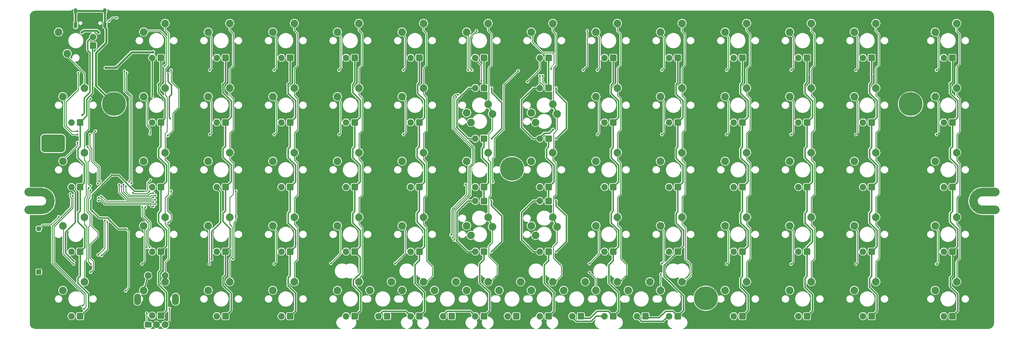
<source format=gbr>
G04 #@! TF.GenerationSoftware,KiCad,Pcbnew,(5.1.5)-3*
G04 #@! TF.CreationDate,2020-09-16T11:12:36+02:00*
G04 #@! TF.ProjectId,0x42,30783432-2e6b-4696-9361-645f70636258,v0.1*
G04 #@! TF.SameCoordinates,Original*
G04 #@! TF.FileFunction,Copper,L1,Top*
G04 #@! TF.FilePolarity,Positive*
%FSLAX46Y46*%
G04 Gerber Fmt 4.6, Leading zero omitted, Abs format (unit mm)*
G04 Created by KiCad (PCBNEW (5.1.5)-3) date 2020-09-16 11:12:36*
%MOMM*%
%LPD*%
G04 APERTURE LIST*
%ADD10C,2.501900*%
%ADD11C,0.100000*%
%ADD12C,1.905000*%
%ADD13C,2.250000*%
%ADD14C,1.500000*%
%ADD15C,2.000000*%
%ADD16O,2.000000X3.400000*%
%ADD17C,7.000000*%
%ADD18C,1.000000*%
%ADD19O,1.000000X1.600000*%
%ADD20O,1.000000X2.100000*%
%ADD21C,0.800000*%
%ADD22C,0.600000*%
%ADD23C,0.600000*%
%ADD24C,0.250000*%
%ADD25C,0.200000*%
%ADD26C,0.400000*%
G04 APERTURE END LIST*
D10*
X350700000Y-122549050D02*
X354500000Y-122549050D01*
X350700000Y-127850950D02*
G75*
G02X348049050Y-125200000I0J2650950D01*
G01*
X348049050Y-125200000D02*
G75*
G02X350700000Y-122549050I2650950J0D01*
G01*
X350700000Y-127850950D02*
X354550000Y-127850950D01*
X69500000Y-127850950D02*
X73300000Y-127850950D01*
X75950950Y-125200000D02*
G75*
G03X73300000Y-122549050I-2650950J0D01*
G01*
X73300000Y-127850950D02*
G75*
G03X75950950Y-125200000I0J2650950D01*
G01*
X69500000Y-122549050D02*
X73300000Y-122549050D01*
G04 #@! TA.AperFunction,ComponentPad*
D11*
G36*
X223489758Y-120128876D02*
G01*
X223517497Y-120132991D01*
X223544699Y-120139804D01*
X223571102Y-120149251D01*
X223596452Y-120161241D01*
X223620504Y-120175658D01*
X223643028Y-120192362D01*
X223663806Y-120211194D01*
X223682638Y-120231972D01*
X223699342Y-120254496D01*
X223713759Y-120278548D01*
X223725749Y-120303898D01*
X223735196Y-120330301D01*
X223742009Y-120357503D01*
X223746124Y-120385242D01*
X223747500Y-120413250D01*
X223747500Y-121746750D01*
X223746124Y-121774758D01*
X223742009Y-121802497D01*
X223735196Y-121829699D01*
X223725749Y-121856102D01*
X223713759Y-121881452D01*
X223699342Y-121905504D01*
X223682638Y-121928028D01*
X223663806Y-121948806D01*
X223643028Y-121967638D01*
X223620504Y-121984342D01*
X223596452Y-121998759D01*
X223571102Y-122010749D01*
X223544699Y-122020196D01*
X223517497Y-122027009D01*
X223489758Y-122031124D01*
X223461750Y-122032500D01*
X222128250Y-122032500D01*
X222100242Y-122031124D01*
X222072503Y-122027009D01*
X222045301Y-122020196D01*
X222018898Y-122010749D01*
X221993548Y-121998759D01*
X221969496Y-121984342D01*
X221946972Y-121967638D01*
X221926194Y-121948806D01*
X221907362Y-121928028D01*
X221890658Y-121905504D01*
X221876241Y-121881452D01*
X221864251Y-121856102D01*
X221854804Y-121829699D01*
X221847991Y-121802497D01*
X221843876Y-121774758D01*
X221842500Y-121746750D01*
X221842500Y-120413250D01*
X221843876Y-120385242D01*
X221847991Y-120357503D01*
X221854804Y-120330301D01*
X221864251Y-120303898D01*
X221876241Y-120278548D01*
X221890658Y-120254496D01*
X221907362Y-120231972D01*
X221926194Y-120211194D01*
X221946972Y-120192362D01*
X221969496Y-120175658D01*
X221993548Y-120161241D01*
X222018898Y-120149251D01*
X222045301Y-120139804D01*
X222072503Y-120132991D01*
X222100242Y-120128876D01*
X222128250Y-120127500D01*
X223461750Y-120127500D01*
X223489758Y-120128876D01*
G37*
G04 #@! TD.AperFunction*
D12*
X220255000Y-121080000D03*
D13*
X217715000Y-113460000D03*
X224065000Y-110920000D03*
G04 #@! TA.AperFunction,ComponentPad*
D11*
G36*
X204439758Y-120128876D02*
G01*
X204467497Y-120132991D01*
X204494699Y-120139804D01*
X204521102Y-120149251D01*
X204546452Y-120161241D01*
X204570504Y-120175658D01*
X204593028Y-120192362D01*
X204613806Y-120211194D01*
X204632638Y-120231972D01*
X204649342Y-120254496D01*
X204663759Y-120278548D01*
X204675749Y-120303898D01*
X204685196Y-120330301D01*
X204692009Y-120357503D01*
X204696124Y-120385242D01*
X204697500Y-120413250D01*
X204697500Y-121746750D01*
X204696124Y-121774758D01*
X204692009Y-121802497D01*
X204685196Y-121829699D01*
X204675749Y-121856102D01*
X204663759Y-121881452D01*
X204649342Y-121905504D01*
X204632638Y-121928028D01*
X204613806Y-121948806D01*
X204593028Y-121967638D01*
X204570504Y-121984342D01*
X204546452Y-121998759D01*
X204521102Y-122010749D01*
X204494699Y-122020196D01*
X204467497Y-122027009D01*
X204439758Y-122031124D01*
X204411750Y-122032500D01*
X203078250Y-122032500D01*
X203050242Y-122031124D01*
X203022503Y-122027009D01*
X202995301Y-122020196D01*
X202968898Y-122010749D01*
X202943548Y-121998759D01*
X202919496Y-121984342D01*
X202896972Y-121967638D01*
X202876194Y-121948806D01*
X202857362Y-121928028D01*
X202840658Y-121905504D01*
X202826241Y-121881452D01*
X202814251Y-121856102D01*
X202804804Y-121829699D01*
X202797991Y-121802497D01*
X202793876Y-121774758D01*
X202792500Y-121746750D01*
X202792500Y-120413250D01*
X202793876Y-120385242D01*
X202797991Y-120357503D01*
X202804804Y-120330301D01*
X202814251Y-120303898D01*
X202826241Y-120278548D01*
X202840658Y-120254496D01*
X202857362Y-120231972D01*
X202876194Y-120211194D01*
X202896972Y-120192362D01*
X202919496Y-120175658D01*
X202943548Y-120161241D01*
X202968898Y-120149251D01*
X202995301Y-120139804D01*
X203022503Y-120132991D01*
X203050242Y-120128876D01*
X203078250Y-120127500D01*
X204411750Y-120127500D01*
X204439758Y-120128876D01*
G37*
G04 #@! TD.AperFunction*
D12*
X201205000Y-121080000D03*
D13*
X198665000Y-113460000D03*
X205015000Y-110920000D03*
D14*
X72500000Y-133400000D03*
G04 #@! TA.AperFunction,ComponentPad*
D11*
G36*
X73047054Y-145351083D02*
G01*
X73068895Y-145354323D01*
X73090314Y-145359688D01*
X73111104Y-145367127D01*
X73131064Y-145376568D01*
X73150003Y-145387919D01*
X73167738Y-145401073D01*
X73184099Y-145415901D01*
X73198927Y-145432262D01*
X73212081Y-145449997D01*
X73223432Y-145468936D01*
X73232873Y-145488896D01*
X73240312Y-145509686D01*
X73245677Y-145531105D01*
X73248917Y-145552946D01*
X73250000Y-145575000D01*
X73250000Y-146625000D01*
X73248917Y-146647054D01*
X73245677Y-146668895D01*
X73240312Y-146690314D01*
X73232873Y-146711104D01*
X73223432Y-146731064D01*
X73212081Y-146750003D01*
X73198927Y-146767738D01*
X73184099Y-146784099D01*
X73167738Y-146798927D01*
X73150003Y-146812081D01*
X73131064Y-146823432D01*
X73111104Y-146832873D01*
X73090314Y-146840312D01*
X73068895Y-146845677D01*
X73047054Y-146848917D01*
X73025000Y-146850000D01*
X71975000Y-146850000D01*
X71952946Y-146848917D01*
X71931105Y-146845677D01*
X71909686Y-146840312D01*
X71888896Y-146832873D01*
X71868936Y-146823432D01*
X71849997Y-146812081D01*
X71832262Y-146798927D01*
X71815901Y-146784099D01*
X71801073Y-146767738D01*
X71787919Y-146750003D01*
X71776568Y-146731064D01*
X71767127Y-146711104D01*
X71759688Y-146690314D01*
X71754323Y-146668895D01*
X71751083Y-146647054D01*
X71750000Y-146625000D01*
X71750000Y-145575000D01*
X71751083Y-145552946D01*
X71754323Y-145531105D01*
X71759688Y-145509686D01*
X71767127Y-145488896D01*
X71776568Y-145468936D01*
X71787919Y-145449997D01*
X71801073Y-145432262D01*
X71815901Y-145415901D01*
X71832262Y-145401073D01*
X71849997Y-145387919D01*
X71868936Y-145376568D01*
X71888896Y-145367127D01*
X71909686Y-145359688D01*
X71931105Y-145354323D01*
X71952946Y-145351083D01*
X71975000Y-145350000D01*
X73025000Y-145350000D01*
X73047054Y-145351083D01*
G37*
G04 #@! TD.AperFunction*
G04 #@! TA.AperFunction,ComponentPad*
G36*
X204439758Y-158228876D02*
G01*
X204467497Y-158232991D01*
X204494699Y-158239804D01*
X204521102Y-158249251D01*
X204546452Y-158261241D01*
X204570504Y-158275658D01*
X204593028Y-158292362D01*
X204613806Y-158311194D01*
X204632638Y-158331972D01*
X204649342Y-158354496D01*
X204663759Y-158378548D01*
X204675749Y-158403898D01*
X204685196Y-158430301D01*
X204692009Y-158457503D01*
X204696124Y-158485242D01*
X204697500Y-158513250D01*
X204697500Y-159846750D01*
X204696124Y-159874758D01*
X204692009Y-159902497D01*
X204685196Y-159929699D01*
X204675749Y-159956102D01*
X204663759Y-159981452D01*
X204649342Y-160005504D01*
X204632638Y-160028028D01*
X204613806Y-160048806D01*
X204593028Y-160067638D01*
X204570504Y-160084342D01*
X204546452Y-160098759D01*
X204521102Y-160110749D01*
X204494699Y-160120196D01*
X204467497Y-160127009D01*
X204439758Y-160131124D01*
X204411750Y-160132500D01*
X203078250Y-160132500D01*
X203050242Y-160131124D01*
X203022503Y-160127009D01*
X202995301Y-160120196D01*
X202968898Y-160110749D01*
X202943548Y-160098759D01*
X202919496Y-160084342D01*
X202896972Y-160067638D01*
X202876194Y-160048806D01*
X202857362Y-160028028D01*
X202840658Y-160005504D01*
X202826241Y-159981452D01*
X202814251Y-159956102D01*
X202804804Y-159929699D01*
X202797991Y-159902497D01*
X202793876Y-159874758D01*
X202792500Y-159846750D01*
X202792500Y-158513250D01*
X202793876Y-158485242D01*
X202797991Y-158457503D01*
X202804804Y-158430301D01*
X202814251Y-158403898D01*
X202826241Y-158378548D01*
X202840658Y-158354496D01*
X202857362Y-158331972D01*
X202876194Y-158311194D01*
X202896972Y-158292362D01*
X202919496Y-158275658D01*
X202943548Y-158261241D01*
X202968898Y-158249251D01*
X202995301Y-158239804D01*
X203022503Y-158232991D01*
X203050242Y-158228876D01*
X203078250Y-158227500D01*
X204411750Y-158227500D01*
X204439758Y-158228876D01*
G37*
G04 #@! TD.AperFunction*
D12*
X201205000Y-159180000D03*
D13*
X198665000Y-151560000D03*
X205015000Y-149020000D03*
G04 #@! TA.AperFunction,ComponentPad*
D11*
G36*
X185389758Y-158228876D02*
G01*
X185417497Y-158232991D01*
X185444699Y-158239804D01*
X185471102Y-158249251D01*
X185496452Y-158261241D01*
X185520504Y-158275658D01*
X185543028Y-158292362D01*
X185563806Y-158311194D01*
X185582638Y-158331972D01*
X185599342Y-158354496D01*
X185613759Y-158378548D01*
X185625749Y-158403898D01*
X185635196Y-158430301D01*
X185642009Y-158457503D01*
X185646124Y-158485242D01*
X185647500Y-158513250D01*
X185647500Y-159846750D01*
X185646124Y-159874758D01*
X185642009Y-159902497D01*
X185635196Y-159929699D01*
X185625749Y-159956102D01*
X185613759Y-159981452D01*
X185599342Y-160005504D01*
X185582638Y-160028028D01*
X185563806Y-160048806D01*
X185543028Y-160067638D01*
X185520504Y-160084342D01*
X185496452Y-160098759D01*
X185471102Y-160110749D01*
X185444699Y-160120196D01*
X185417497Y-160127009D01*
X185389758Y-160131124D01*
X185361750Y-160132500D01*
X184028250Y-160132500D01*
X184000242Y-160131124D01*
X183972503Y-160127009D01*
X183945301Y-160120196D01*
X183918898Y-160110749D01*
X183893548Y-160098759D01*
X183869496Y-160084342D01*
X183846972Y-160067638D01*
X183826194Y-160048806D01*
X183807362Y-160028028D01*
X183790658Y-160005504D01*
X183776241Y-159981452D01*
X183764251Y-159956102D01*
X183754804Y-159929699D01*
X183747991Y-159902497D01*
X183743876Y-159874758D01*
X183742500Y-159846750D01*
X183742500Y-158513250D01*
X183743876Y-158485242D01*
X183747991Y-158457503D01*
X183754804Y-158430301D01*
X183764251Y-158403898D01*
X183776241Y-158378548D01*
X183790658Y-158354496D01*
X183807362Y-158331972D01*
X183826194Y-158311194D01*
X183846972Y-158292362D01*
X183869496Y-158275658D01*
X183893548Y-158261241D01*
X183918898Y-158249251D01*
X183945301Y-158239804D01*
X183972503Y-158232991D01*
X184000242Y-158228876D01*
X184028250Y-158227500D01*
X185361750Y-158227500D01*
X185389758Y-158228876D01*
G37*
G04 #@! TD.AperFunction*
D12*
X182155000Y-159180000D03*
D13*
X179615000Y-151560000D03*
X185965000Y-149020000D03*
G04 #@! TA.AperFunction,ComponentPad*
D11*
G36*
X194914758Y-158228876D02*
G01*
X194942497Y-158232991D01*
X194969699Y-158239804D01*
X194996102Y-158249251D01*
X195021452Y-158261241D01*
X195045504Y-158275658D01*
X195068028Y-158292362D01*
X195088806Y-158311194D01*
X195107638Y-158331972D01*
X195124342Y-158354496D01*
X195138759Y-158378548D01*
X195150749Y-158403898D01*
X195160196Y-158430301D01*
X195167009Y-158457503D01*
X195171124Y-158485242D01*
X195172500Y-158513250D01*
X195172500Y-159846750D01*
X195171124Y-159874758D01*
X195167009Y-159902497D01*
X195160196Y-159929699D01*
X195150749Y-159956102D01*
X195138759Y-159981452D01*
X195124342Y-160005504D01*
X195107638Y-160028028D01*
X195088806Y-160048806D01*
X195068028Y-160067638D01*
X195045504Y-160084342D01*
X195021452Y-160098759D01*
X194996102Y-160110749D01*
X194969699Y-160120196D01*
X194942497Y-160127009D01*
X194914758Y-160131124D01*
X194886750Y-160132500D01*
X193553250Y-160132500D01*
X193525242Y-160131124D01*
X193497503Y-160127009D01*
X193470301Y-160120196D01*
X193443898Y-160110749D01*
X193418548Y-160098759D01*
X193394496Y-160084342D01*
X193371972Y-160067638D01*
X193351194Y-160048806D01*
X193332362Y-160028028D01*
X193315658Y-160005504D01*
X193301241Y-159981452D01*
X193289251Y-159956102D01*
X193279804Y-159929699D01*
X193272991Y-159902497D01*
X193268876Y-159874758D01*
X193267500Y-159846750D01*
X193267500Y-158513250D01*
X193268876Y-158485242D01*
X193272991Y-158457503D01*
X193279804Y-158430301D01*
X193289251Y-158403898D01*
X193301241Y-158378548D01*
X193315658Y-158354496D01*
X193332362Y-158331972D01*
X193351194Y-158311194D01*
X193371972Y-158292362D01*
X193394496Y-158275658D01*
X193418548Y-158261241D01*
X193443898Y-158249251D01*
X193470301Y-158239804D01*
X193497503Y-158232991D01*
X193525242Y-158228876D01*
X193553250Y-158227500D01*
X194886750Y-158227500D01*
X194914758Y-158228876D01*
G37*
G04 #@! TD.AperFunction*
D12*
X191680000Y-159180000D03*
D13*
X189140000Y-151560000D03*
X195490000Y-149020000D03*
G04 #@! TA.AperFunction,ComponentPad*
D11*
G36*
X223489758Y-158228876D02*
G01*
X223517497Y-158232991D01*
X223544699Y-158239804D01*
X223571102Y-158249251D01*
X223596452Y-158261241D01*
X223620504Y-158275658D01*
X223643028Y-158292362D01*
X223663806Y-158311194D01*
X223682638Y-158331972D01*
X223699342Y-158354496D01*
X223713759Y-158378548D01*
X223725749Y-158403898D01*
X223735196Y-158430301D01*
X223742009Y-158457503D01*
X223746124Y-158485242D01*
X223747500Y-158513250D01*
X223747500Y-159846750D01*
X223746124Y-159874758D01*
X223742009Y-159902497D01*
X223735196Y-159929699D01*
X223725749Y-159956102D01*
X223713759Y-159981452D01*
X223699342Y-160005504D01*
X223682638Y-160028028D01*
X223663806Y-160048806D01*
X223643028Y-160067638D01*
X223620504Y-160084342D01*
X223596452Y-160098759D01*
X223571102Y-160110749D01*
X223544699Y-160120196D01*
X223517497Y-160127009D01*
X223489758Y-160131124D01*
X223461750Y-160132500D01*
X222128250Y-160132500D01*
X222100242Y-160131124D01*
X222072503Y-160127009D01*
X222045301Y-160120196D01*
X222018898Y-160110749D01*
X221993548Y-160098759D01*
X221969496Y-160084342D01*
X221946972Y-160067638D01*
X221926194Y-160048806D01*
X221907362Y-160028028D01*
X221890658Y-160005504D01*
X221876241Y-159981452D01*
X221864251Y-159956102D01*
X221854804Y-159929699D01*
X221847991Y-159902497D01*
X221843876Y-159874758D01*
X221842500Y-159846750D01*
X221842500Y-158513250D01*
X221843876Y-158485242D01*
X221847991Y-158457503D01*
X221854804Y-158430301D01*
X221864251Y-158403898D01*
X221876241Y-158378548D01*
X221890658Y-158354496D01*
X221907362Y-158331972D01*
X221926194Y-158311194D01*
X221946972Y-158292362D01*
X221969496Y-158275658D01*
X221993548Y-158261241D01*
X222018898Y-158249251D01*
X222045301Y-158239804D01*
X222072503Y-158232991D01*
X222100242Y-158228876D01*
X222128250Y-158227500D01*
X223461750Y-158227500D01*
X223489758Y-158228876D01*
G37*
G04 #@! TD.AperFunction*
D12*
X220255000Y-159180000D03*
D13*
X217715000Y-151560000D03*
X224065000Y-149020000D03*
G04 #@! TA.AperFunction,ComponentPad*
D11*
G36*
X242539758Y-158228876D02*
G01*
X242567497Y-158232991D01*
X242594699Y-158239804D01*
X242621102Y-158249251D01*
X242646452Y-158261241D01*
X242670504Y-158275658D01*
X242693028Y-158292362D01*
X242713806Y-158311194D01*
X242732638Y-158331972D01*
X242749342Y-158354496D01*
X242763759Y-158378548D01*
X242775749Y-158403898D01*
X242785196Y-158430301D01*
X242792009Y-158457503D01*
X242796124Y-158485242D01*
X242797500Y-158513250D01*
X242797500Y-159846750D01*
X242796124Y-159874758D01*
X242792009Y-159902497D01*
X242785196Y-159929699D01*
X242775749Y-159956102D01*
X242763759Y-159981452D01*
X242749342Y-160005504D01*
X242732638Y-160028028D01*
X242713806Y-160048806D01*
X242693028Y-160067638D01*
X242670504Y-160084342D01*
X242646452Y-160098759D01*
X242621102Y-160110749D01*
X242594699Y-160120196D01*
X242567497Y-160127009D01*
X242539758Y-160131124D01*
X242511750Y-160132500D01*
X241178250Y-160132500D01*
X241150242Y-160131124D01*
X241122503Y-160127009D01*
X241095301Y-160120196D01*
X241068898Y-160110749D01*
X241043548Y-160098759D01*
X241019496Y-160084342D01*
X240996972Y-160067638D01*
X240976194Y-160048806D01*
X240957362Y-160028028D01*
X240940658Y-160005504D01*
X240926241Y-159981452D01*
X240914251Y-159956102D01*
X240904804Y-159929699D01*
X240897991Y-159902497D01*
X240893876Y-159874758D01*
X240892500Y-159846750D01*
X240892500Y-158513250D01*
X240893876Y-158485242D01*
X240897991Y-158457503D01*
X240904804Y-158430301D01*
X240914251Y-158403898D01*
X240926241Y-158378548D01*
X240940658Y-158354496D01*
X240957362Y-158331972D01*
X240976194Y-158311194D01*
X240996972Y-158292362D01*
X241019496Y-158275658D01*
X241043548Y-158261241D01*
X241068898Y-158249251D01*
X241095301Y-158239804D01*
X241122503Y-158232991D01*
X241150242Y-158228876D01*
X241178250Y-158227500D01*
X242511750Y-158227500D01*
X242539758Y-158228876D01*
G37*
G04 #@! TD.AperFunction*
D12*
X239305000Y-159180000D03*
D13*
X236765000Y-151560000D03*
X243115000Y-149020000D03*
G04 #@! TA.AperFunction,ComponentPad*
D11*
G36*
X233014758Y-158228876D02*
G01*
X233042497Y-158232991D01*
X233069699Y-158239804D01*
X233096102Y-158249251D01*
X233121452Y-158261241D01*
X233145504Y-158275658D01*
X233168028Y-158292362D01*
X233188806Y-158311194D01*
X233207638Y-158331972D01*
X233224342Y-158354496D01*
X233238759Y-158378548D01*
X233250749Y-158403898D01*
X233260196Y-158430301D01*
X233267009Y-158457503D01*
X233271124Y-158485242D01*
X233272500Y-158513250D01*
X233272500Y-159846750D01*
X233271124Y-159874758D01*
X233267009Y-159902497D01*
X233260196Y-159929699D01*
X233250749Y-159956102D01*
X233238759Y-159981452D01*
X233224342Y-160005504D01*
X233207638Y-160028028D01*
X233188806Y-160048806D01*
X233168028Y-160067638D01*
X233145504Y-160084342D01*
X233121452Y-160098759D01*
X233096102Y-160110749D01*
X233069699Y-160120196D01*
X233042497Y-160127009D01*
X233014758Y-160131124D01*
X232986750Y-160132500D01*
X231653250Y-160132500D01*
X231625242Y-160131124D01*
X231597503Y-160127009D01*
X231570301Y-160120196D01*
X231543898Y-160110749D01*
X231518548Y-160098759D01*
X231494496Y-160084342D01*
X231471972Y-160067638D01*
X231451194Y-160048806D01*
X231432362Y-160028028D01*
X231415658Y-160005504D01*
X231401241Y-159981452D01*
X231389251Y-159956102D01*
X231379804Y-159929699D01*
X231372991Y-159902497D01*
X231368876Y-159874758D01*
X231367500Y-159846750D01*
X231367500Y-158513250D01*
X231368876Y-158485242D01*
X231372991Y-158457503D01*
X231379804Y-158430301D01*
X231389251Y-158403898D01*
X231401241Y-158378548D01*
X231415658Y-158354496D01*
X231432362Y-158331972D01*
X231451194Y-158311194D01*
X231471972Y-158292362D01*
X231494496Y-158275658D01*
X231518548Y-158261241D01*
X231543898Y-158249251D01*
X231570301Y-158239804D01*
X231597503Y-158232991D01*
X231625242Y-158228876D01*
X231653250Y-158227500D01*
X232986750Y-158227500D01*
X233014758Y-158228876D01*
G37*
G04 #@! TD.AperFunction*
D12*
X229780000Y-159180000D03*
D13*
X227240000Y-151560000D03*
X233590000Y-149020000D03*
G04 #@! TA.AperFunction,ComponentPad*
D11*
G36*
X128239758Y-158228876D02*
G01*
X128267497Y-158232991D01*
X128294699Y-158239804D01*
X128321102Y-158249251D01*
X128346452Y-158261241D01*
X128370504Y-158275658D01*
X128393028Y-158292362D01*
X128413806Y-158311194D01*
X128432638Y-158331972D01*
X128449342Y-158354496D01*
X128463759Y-158378548D01*
X128475749Y-158403898D01*
X128485196Y-158430301D01*
X128492009Y-158457503D01*
X128496124Y-158485242D01*
X128497500Y-158513250D01*
X128497500Y-159846750D01*
X128496124Y-159874758D01*
X128492009Y-159902497D01*
X128485196Y-159929699D01*
X128475749Y-159956102D01*
X128463759Y-159981452D01*
X128449342Y-160005504D01*
X128432638Y-160028028D01*
X128413806Y-160048806D01*
X128393028Y-160067638D01*
X128370504Y-160084342D01*
X128346452Y-160098759D01*
X128321102Y-160110749D01*
X128294699Y-160120196D01*
X128267497Y-160127009D01*
X128239758Y-160131124D01*
X128211750Y-160132500D01*
X126878250Y-160132500D01*
X126850242Y-160131124D01*
X126822503Y-160127009D01*
X126795301Y-160120196D01*
X126768898Y-160110749D01*
X126743548Y-160098759D01*
X126719496Y-160084342D01*
X126696972Y-160067638D01*
X126676194Y-160048806D01*
X126657362Y-160028028D01*
X126640658Y-160005504D01*
X126626241Y-159981452D01*
X126614251Y-159956102D01*
X126604804Y-159929699D01*
X126597991Y-159902497D01*
X126593876Y-159874758D01*
X126592500Y-159846750D01*
X126592500Y-158513250D01*
X126593876Y-158485242D01*
X126597991Y-158457503D01*
X126604804Y-158430301D01*
X126614251Y-158403898D01*
X126626241Y-158378548D01*
X126640658Y-158354496D01*
X126657362Y-158331972D01*
X126676194Y-158311194D01*
X126696972Y-158292362D01*
X126719496Y-158275658D01*
X126743548Y-158261241D01*
X126768898Y-158249251D01*
X126795301Y-158239804D01*
X126822503Y-158232991D01*
X126850242Y-158228876D01*
X126878250Y-158227500D01*
X128211750Y-158227500D01*
X128239758Y-158228876D01*
G37*
G04 #@! TD.AperFunction*
D12*
X125005000Y-159180000D03*
D13*
X122465000Y-151560000D03*
X128815000Y-149020000D03*
G04 #@! TA.AperFunction,ComponentPad*
D11*
G36*
X128239758Y-139178876D02*
G01*
X128267497Y-139182991D01*
X128294699Y-139189804D01*
X128321102Y-139199251D01*
X128346452Y-139211241D01*
X128370504Y-139225658D01*
X128393028Y-139242362D01*
X128413806Y-139261194D01*
X128432638Y-139281972D01*
X128449342Y-139304496D01*
X128463759Y-139328548D01*
X128475749Y-139353898D01*
X128485196Y-139380301D01*
X128492009Y-139407503D01*
X128496124Y-139435242D01*
X128497500Y-139463250D01*
X128497500Y-140796750D01*
X128496124Y-140824758D01*
X128492009Y-140852497D01*
X128485196Y-140879699D01*
X128475749Y-140906102D01*
X128463759Y-140931452D01*
X128449342Y-140955504D01*
X128432638Y-140978028D01*
X128413806Y-140998806D01*
X128393028Y-141017638D01*
X128370504Y-141034342D01*
X128346452Y-141048759D01*
X128321102Y-141060749D01*
X128294699Y-141070196D01*
X128267497Y-141077009D01*
X128239758Y-141081124D01*
X128211750Y-141082500D01*
X126878250Y-141082500D01*
X126850242Y-141081124D01*
X126822503Y-141077009D01*
X126795301Y-141070196D01*
X126768898Y-141060749D01*
X126743548Y-141048759D01*
X126719496Y-141034342D01*
X126696972Y-141017638D01*
X126676194Y-140998806D01*
X126657362Y-140978028D01*
X126640658Y-140955504D01*
X126626241Y-140931452D01*
X126614251Y-140906102D01*
X126604804Y-140879699D01*
X126597991Y-140852497D01*
X126593876Y-140824758D01*
X126592500Y-140796750D01*
X126592500Y-139463250D01*
X126593876Y-139435242D01*
X126597991Y-139407503D01*
X126604804Y-139380301D01*
X126614251Y-139353898D01*
X126626241Y-139328548D01*
X126640658Y-139304496D01*
X126657362Y-139281972D01*
X126676194Y-139261194D01*
X126696972Y-139242362D01*
X126719496Y-139225658D01*
X126743548Y-139211241D01*
X126768898Y-139199251D01*
X126795301Y-139189804D01*
X126822503Y-139182991D01*
X126850242Y-139178876D01*
X126878250Y-139177500D01*
X128211750Y-139177500D01*
X128239758Y-139178876D01*
G37*
G04 #@! TD.AperFunction*
D12*
X125005000Y-140130000D03*
D13*
X122465000Y-132510000D03*
X128815000Y-129970000D03*
G04 #@! TA.AperFunction,ComponentPad*
D11*
G36*
X128239758Y-120128876D02*
G01*
X128267497Y-120132991D01*
X128294699Y-120139804D01*
X128321102Y-120149251D01*
X128346452Y-120161241D01*
X128370504Y-120175658D01*
X128393028Y-120192362D01*
X128413806Y-120211194D01*
X128432638Y-120231972D01*
X128449342Y-120254496D01*
X128463759Y-120278548D01*
X128475749Y-120303898D01*
X128485196Y-120330301D01*
X128492009Y-120357503D01*
X128496124Y-120385242D01*
X128497500Y-120413250D01*
X128497500Y-121746750D01*
X128496124Y-121774758D01*
X128492009Y-121802497D01*
X128485196Y-121829699D01*
X128475749Y-121856102D01*
X128463759Y-121881452D01*
X128449342Y-121905504D01*
X128432638Y-121928028D01*
X128413806Y-121948806D01*
X128393028Y-121967638D01*
X128370504Y-121984342D01*
X128346452Y-121998759D01*
X128321102Y-122010749D01*
X128294699Y-122020196D01*
X128267497Y-122027009D01*
X128239758Y-122031124D01*
X128211750Y-122032500D01*
X126878250Y-122032500D01*
X126850242Y-122031124D01*
X126822503Y-122027009D01*
X126795301Y-122020196D01*
X126768898Y-122010749D01*
X126743548Y-121998759D01*
X126719496Y-121984342D01*
X126696972Y-121967638D01*
X126676194Y-121948806D01*
X126657362Y-121928028D01*
X126640658Y-121905504D01*
X126626241Y-121881452D01*
X126614251Y-121856102D01*
X126604804Y-121829699D01*
X126597991Y-121802497D01*
X126593876Y-121774758D01*
X126592500Y-121746750D01*
X126592500Y-120413250D01*
X126593876Y-120385242D01*
X126597991Y-120357503D01*
X126604804Y-120330301D01*
X126614251Y-120303898D01*
X126626241Y-120278548D01*
X126640658Y-120254496D01*
X126657362Y-120231972D01*
X126676194Y-120211194D01*
X126696972Y-120192362D01*
X126719496Y-120175658D01*
X126743548Y-120161241D01*
X126768898Y-120149251D01*
X126795301Y-120139804D01*
X126822503Y-120132991D01*
X126850242Y-120128876D01*
X126878250Y-120127500D01*
X128211750Y-120127500D01*
X128239758Y-120128876D01*
G37*
G04 #@! TD.AperFunction*
D12*
X125005000Y-121080000D03*
D13*
X122465000Y-113460000D03*
X128815000Y-110920000D03*
G04 #@! TA.AperFunction,ComponentPad*
D11*
G36*
X128239758Y-101078876D02*
G01*
X128267497Y-101082991D01*
X128294699Y-101089804D01*
X128321102Y-101099251D01*
X128346452Y-101111241D01*
X128370504Y-101125658D01*
X128393028Y-101142362D01*
X128413806Y-101161194D01*
X128432638Y-101181972D01*
X128449342Y-101204496D01*
X128463759Y-101228548D01*
X128475749Y-101253898D01*
X128485196Y-101280301D01*
X128492009Y-101307503D01*
X128496124Y-101335242D01*
X128497500Y-101363250D01*
X128497500Y-102696750D01*
X128496124Y-102724758D01*
X128492009Y-102752497D01*
X128485196Y-102779699D01*
X128475749Y-102806102D01*
X128463759Y-102831452D01*
X128449342Y-102855504D01*
X128432638Y-102878028D01*
X128413806Y-102898806D01*
X128393028Y-102917638D01*
X128370504Y-102934342D01*
X128346452Y-102948759D01*
X128321102Y-102960749D01*
X128294699Y-102970196D01*
X128267497Y-102977009D01*
X128239758Y-102981124D01*
X128211750Y-102982500D01*
X126878250Y-102982500D01*
X126850242Y-102981124D01*
X126822503Y-102977009D01*
X126795301Y-102970196D01*
X126768898Y-102960749D01*
X126743548Y-102948759D01*
X126719496Y-102934342D01*
X126696972Y-102917638D01*
X126676194Y-102898806D01*
X126657362Y-102878028D01*
X126640658Y-102855504D01*
X126626241Y-102831452D01*
X126614251Y-102806102D01*
X126604804Y-102779699D01*
X126597991Y-102752497D01*
X126593876Y-102724758D01*
X126592500Y-102696750D01*
X126592500Y-101363250D01*
X126593876Y-101335242D01*
X126597991Y-101307503D01*
X126604804Y-101280301D01*
X126614251Y-101253898D01*
X126626241Y-101228548D01*
X126640658Y-101204496D01*
X126657362Y-101181972D01*
X126676194Y-101161194D01*
X126696972Y-101142362D01*
X126719496Y-101125658D01*
X126743548Y-101111241D01*
X126768898Y-101099251D01*
X126795301Y-101089804D01*
X126822503Y-101082991D01*
X126850242Y-101078876D01*
X126878250Y-101077500D01*
X128211750Y-101077500D01*
X128239758Y-101078876D01*
G37*
G04 #@! TD.AperFunction*
D12*
X125005000Y-102030000D03*
D13*
X122465000Y-94410000D03*
X128815000Y-91870000D03*
G04 #@! TA.AperFunction,ComponentPad*
D11*
G36*
X128239758Y-82028876D02*
G01*
X128267497Y-82032991D01*
X128294699Y-82039804D01*
X128321102Y-82049251D01*
X128346452Y-82061241D01*
X128370504Y-82075658D01*
X128393028Y-82092362D01*
X128413806Y-82111194D01*
X128432638Y-82131972D01*
X128449342Y-82154496D01*
X128463759Y-82178548D01*
X128475749Y-82203898D01*
X128485196Y-82230301D01*
X128492009Y-82257503D01*
X128496124Y-82285242D01*
X128497500Y-82313250D01*
X128497500Y-83646750D01*
X128496124Y-83674758D01*
X128492009Y-83702497D01*
X128485196Y-83729699D01*
X128475749Y-83756102D01*
X128463759Y-83781452D01*
X128449342Y-83805504D01*
X128432638Y-83828028D01*
X128413806Y-83848806D01*
X128393028Y-83867638D01*
X128370504Y-83884342D01*
X128346452Y-83898759D01*
X128321102Y-83910749D01*
X128294699Y-83920196D01*
X128267497Y-83927009D01*
X128239758Y-83931124D01*
X128211750Y-83932500D01*
X126878250Y-83932500D01*
X126850242Y-83931124D01*
X126822503Y-83927009D01*
X126795301Y-83920196D01*
X126768898Y-83910749D01*
X126743548Y-83898759D01*
X126719496Y-83884342D01*
X126696972Y-83867638D01*
X126676194Y-83848806D01*
X126657362Y-83828028D01*
X126640658Y-83805504D01*
X126626241Y-83781452D01*
X126614251Y-83756102D01*
X126604804Y-83729699D01*
X126597991Y-83702497D01*
X126593876Y-83674758D01*
X126592500Y-83646750D01*
X126592500Y-82313250D01*
X126593876Y-82285242D01*
X126597991Y-82257503D01*
X126604804Y-82230301D01*
X126614251Y-82203898D01*
X126626241Y-82178548D01*
X126640658Y-82154496D01*
X126657362Y-82131972D01*
X126676194Y-82111194D01*
X126696972Y-82092362D01*
X126719496Y-82075658D01*
X126743548Y-82061241D01*
X126768898Y-82049251D01*
X126795301Y-82039804D01*
X126822503Y-82032991D01*
X126850242Y-82028876D01*
X126878250Y-82027500D01*
X128211750Y-82027500D01*
X128239758Y-82028876D01*
G37*
G04 #@! TD.AperFunction*
D12*
X125005000Y-82980000D03*
D13*
X122465000Y-75360000D03*
X128815000Y-72820000D03*
D15*
X109725000Y-147200000D03*
X104725000Y-147200000D03*
D16*
X112825000Y-154200000D03*
X101625000Y-154200000D03*
D15*
X109725000Y-161700000D03*
X107225000Y-161700000D03*
G04 #@! TA.AperFunction,ComponentPad*
D11*
G36*
X105494994Y-160851228D02*
G01*
X105519748Y-160854900D01*
X105544023Y-160860980D01*
X105567584Y-160869411D01*
X105590206Y-160880110D01*
X105611670Y-160892975D01*
X105631770Y-160907882D01*
X105650312Y-160924688D01*
X105667118Y-160943230D01*
X105682025Y-160963330D01*
X105694890Y-160984794D01*
X105705589Y-161007416D01*
X105714020Y-161030977D01*
X105720100Y-161055252D01*
X105723772Y-161080006D01*
X105725000Y-161105000D01*
X105725000Y-162295000D01*
X105723772Y-162319994D01*
X105720100Y-162344748D01*
X105714020Y-162369023D01*
X105705589Y-162392584D01*
X105694890Y-162415206D01*
X105682025Y-162436670D01*
X105667118Y-162456770D01*
X105650312Y-162475312D01*
X105631770Y-162492118D01*
X105611670Y-162507025D01*
X105590206Y-162519890D01*
X105567584Y-162530589D01*
X105544023Y-162539020D01*
X105519748Y-162545100D01*
X105494994Y-162548772D01*
X105470000Y-162550000D01*
X103980000Y-162550000D01*
X103955006Y-162548772D01*
X103930252Y-162545100D01*
X103905977Y-162539020D01*
X103882416Y-162530589D01*
X103859794Y-162519890D01*
X103838330Y-162507025D01*
X103818230Y-162492118D01*
X103799688Y-162475312D01*
X103782882Y-162456770D01*
X103767975Y-162436670D01*
X103755110Y-162415206D01*
X103744411Y-162392584D01*
X103735980Y-162369023D01*
X103729900Y-162344748D01*
X103726228Y-162319994D01*
X103725000Y-162295000D01*
X103725000Y-161105000D01*
X103726228Y-161080006D01*
X103729900Y-161055252D01*
X103735980Y-161030977D01*
X103744411Y-161007416D01*
X103755110Y-160984794D01*
X103767975Y-160963330D01*
X103782882Y-160943230D01*
X103799688Y-160924688D01*
X103818230Y-160907882D01*
X103838330Y-160892975D01*
X103859794Y-160880110D01*
X103882416Y-160869411D01*
X103905977Y-160860980D01*
X103930252Y-160854900D01*
X103955006Y-160851228D01*
X103980000Y-160850000D01*
X105470000Y-160850000D01*
X105494994Y-160851228D01*
G37*
G04 #@! TD.AperFunction*
G04 #@! TA.AperFunction,ComponentPad*
G36*
X252064758Y-158228876D02*
G01*
X252092497Y-158232991D01*
X252119699Y-158239804D01*
X252146102Y-158249251D01*
X252171452Y-158261241D01*
X252195504Y-158275658D01*
X252218028Y-158292362D01*
X252238806Y-158311194D01*
X252257638Y-158331972D01*
X252274342Y-158354496D01*
X252288759Y-158378548D01*
X252300749Y-158403898D01*
X252310196Y-158430301D01*
X252317009Y-158457503D01*
X252321124Y-158485242D01*
X252322500Y-158513250D01*
X252322500Y-159846750D01*
X252321124Y-159874758D01*
X252317009Y-159902497D01*
X252310196Y-159929699D01*
X252300749Y-159956102D01*
X252288759Y-159981452D01*
X252274342Y-160005504D01*
X252257638Y-160028028D01*
X252238806Y-160048806D01*
X252218028Y-160067638D01*
X252195504Y-160084342D01*
X252171452Y-160098759D01*
X252146102Y-160110749D01*
X252119699Y-160120196D01*
X252092497Y-160127009D01*
X252064758Y-160131124D01*
X252036750Y-160132500D01*
X250703250Y-160132500D01*
X250675242Y-160131124D01*
X250647503Y-160127009D01*
X250620301Y-160120196D01*
X250593898Y-160110749D01*
X250568548Y-160098759D01*
X250544496Y-160084342D01*
X250521972Y-160067638D01*
X250501194Y-160048806D01*
X250482362Y-160028028D01*
X250465658Y-160005504D01*
X250451241Y-159981452D01*
X250439251Y-159956102D01*
X250429804Y-159929699D01*
X250422991Y-159902497D01*
X250418876Y-159874758D01*
X250417500Y-159846750D01*
X250417500Y-158513250D01*
X250418876Y-158485242D01*
X250422991Y-158457503D01*
X250429804Y-158430301D01*
X250439251Y-158403898D01*
X250451241Y-158378548D01*
X250465658Y-158354496D01*
X250482362Y-158331972D01*
X250501194Y-158311194D01*
X250521972Y-158292362D01*
X250544496Y-158275658D01*
X250568548Y-158261241D01*
X250593898Y-158249251D01*
X250620301Y-158239804D01*
X250647503Y-158232991D01*
X250675242Y-158228876D01*
X250703250Y-158227500D01*
X252036750Y-158227500D01*
X252064758Y-158228876D01*
G37*
G04 #@! TD.AperFunction*
D12*
X248830000Y-159180000D03*
D13*
X246290000Y-151560000D03*
X252640000Y-149020000D03*
G04 #@! TA.AperFunction,ComponentPad*
D11*
G36*
X213964758Y-158228876D02*
G01*
X213992497Y-158232991D01*
X214019699Y-158239804D01*
X214046102Y-158249251D01*
X214071452Y-158261241D01*
X214095504Y-158275658D01*
X214118028Y-158292362D01*
X214138806Y-158311194D01*
X214157638Y-158331972D01*
X214174342Y-158354496D01*
X214188759Y-158378548D01*
X214200749Y-158403898D01*
X214210196Y-158430301D01*
X214217009Y-158457503D01*
X214221124Y-158485242D01*
X214222500Y-158513250D01*
X214222500Y-159846750D01*
X214221124Y-159874758D01*
X214217009Y-159902497D01*
X214210196Y-159929699D01*
X214200749Y-159956102D01*
X214188759Y-159981452D01*
X214174342Y-160005504D01*
X214157638Y-160028028D01*
X214138806Y-160048806D01*
X214118028Y-160067638D01*
X214095504Y-160084342D01*
X214071452Y-160098759D01*
X214046102Y-160110749D01*
X214019699Y-160120196D01*
X213992497Y-160127009D01*
X213964758Y-160131124D01*
X213936750Y-160132500D01*
X212603250Y-160132500D01*
X212575242Y-160131124D01*
X212547503Y-160127009D01*
X212520301Y-160120196D01*
X212493898Y-160110749D01*
X212468548Y-160098759D01*
X212444496Y-160084342D01*
X212421972Y-160067638D01*
X212401194Y-160048806D01*
X212382362Y-160028028D01*
X212365658Y-160005504D01*
X212351241Y-159981452D01*
X212339251Y-159956102D01*
X212329804Y-159929699D01*
X212322991Y-159902497D01*
X212318876Y-159874758D01*
X212317500Y-159846750D01*
X212317500Y-158513250D01*
X212318876Y-158485242D01*
X212322991Y-158457503D01*
X212329804Y-158430301D01*
X212339251Y-158403898D01*
X212351241Y-158378548D01*
X212365658Y-158354496D01*
X212382362Y-158331972D01*
X212401194Y-158311194D01*
X212421972Y-158292362D01*
X212444496Y-158275658D01*
X212468548Y-158261241D01*
X212493898Y-158249251D01*
X212520301Y-158239804D01*
X212547503Y-158232991D01*
X212575242Y-158228876D01*
X212603250Y-158227500D01*
X213936750Y-158227500D01*
X213964758Y-158228876D01*
G37*
G04 #@! TD.AperFunction*
D12*
X210730000Y-159180000D03*
D13*
X208190000Y-151560000D03*
X214540000Y-149020000D03*
G04 #@! TA.AperFunction,ComponentPad*
D11*
G36*
X175864758Y-158228876D02*
G01*
X175892497Y-158232991D01*
X175919699Y-158239804D01*
X175946102Y-158249251D01*
X175971452Y-158261241D01*
X175995504Y-158275658D01*
X176018028Y-158292362D01*
X176038806Y-158311194D01*
X176057638Y-158331972D01*
X176074342Y-158354496D01*
X176088759Y-158378548D01*
X176100749Y-158403898D01*
X176110196Y-158430301D01*
X176117009Y-158457503D01*
X176121124Y-158485242D01*
X176122500Y-158513250D01*
X176122500Y-159846750D01*
X176121124Y-159874758D01*
X176117009Y-159902497D01*
X176110196Y-159929699D01*
X176100749Y-159956102D01*
X176088759Y-159981452D01*
X176074342Y-160005504D01*
X176057638Y-160028028D01*
X176038806Y-160048806D01*
X176018028Y-160067638D01*
X175995504Y-160084342D01*
X175971452Y-160098759D01*
X175946102Y-160110749D01*
X175919699Y-160120196D01*
X175892497Y-160127009D01*
X175864758Y-160131124D01*
X175836750Y-160132500D01*
X174503250Y-160132500D01*
X174475242Y-160131124D01*
X174447503Y-160127009D01*
X174420301Y-160120196D01*
X174393898Y-160110749D01*
X174368548Y-160098759D01*
X174344496Y-160084342D01*
X174321972Y-160067638D01*
X174301194Y-160048806D01*
X174282362Y-160028028D01*
X174265658Y-160005504D01*
X174251241Y-159981452D01*
X174239251Y-159956102D01*
X174229804Y-159929699D01*
X174222991Y-159902497D01*
X174218876Y-159874758D01*
X174217500Y-159846750D01*
X174217500Y-158513250D01*
X174218876Y-158485242D01*
X174222991Y-158457503D01*
X174229804Y-158430301D01*
X174239251Y-158403898D01*
X174251241Y-158378548D01*
X174265658Y-158354496D01*
X174282362Y-158331972D01*
X174301194Y-158311194D01*
X174321972Y-158292362D01*
X174344496Y-158275658D01*
X174368548Y-158261241D01*
X174393898Y-158249251D01*
X174420301Y-158239804D01*
X174447503Y-158232991D01*
X174475242Y-158228876D01*
X174503250Y-158227500D01*
X175836750Y-158227500D01*
X175864758Y-158228876D01*
G37*
G04 #@! TD.AperFunction*
D12*
X172630000Y-159180000D03*
D13*
X170090000Y-151560000D03*
X176440000Y-149020000D03*
X218985000Y-135367500D03*
X225335000Y-132827500D03*
D12*
X220255000Y-125207500D03*
G04 #@! TA.AperFunction,ComponentPad*
D11*
G36*
X223489758Y-124256376D02*
G01*
X223517497Y-124260491D01*
X223544699Y-124267304D01*
X223571102Y-124276751D01*
X223596452Y-124288741D01*
X223620504Y-124303158D01*
X223643028Y-124319862D01*
X223663806Y-124338694D01*
X223682638Y-124359472D01*
X223699342Y-124381996D01*
X223713759Y-124406048D01*
X223725749Y-124431398D01*
X223735196Y-124457801D01*
X223742009Y-124485003D01*
X223746124Y-124512742D01*
X223747500Y-124540750D01*
X223747500Y-125874250D01*
X223746124Y-125902258D01*
X223742009Y-125929997D01*
X223735196Y-125957199D01*
X223725749Y-125983602D01*
X223713759Y-126008952D01*
X223699342Y-126033004D01*
X223682638Y-126055528D01*
X223663806Y-126076306D01*
X223643028Y-126095138D01*
X223620504Y-126111842D01*
X223596452Y-126126259D01*
X223571102Y-126138249D01*
X223544699Y-126147696D01*
X223517497Y-126154509D01*
X223489758Y-126158624D01*
X223461750Y-126160000D01*
X222128250Y-126160000D01*
X222100242Y-126158624D01*
X222072503Y-126154509D01*
X222045301Y-126147696D01*
X222018898Y-126138249D01*
X221993548Y-126126259D01*
X221969496Y-126111842D01*
X221946972Y-126095138D01*
X221926194Y-126076306D01*
X221907362Y-126055528D01*
X221890658Y-126033004D01*
X221876241Y-126008952D01*
X221864251Y-125983602D01*
X221854804Y-125957199D01*
X221847991Y-125929997D01*
X221843876Y-125902258D01*
X221842500Y-125874250D01*
X221842500Y-124540750D01*
X221843876Y-124512742D01*
X221847991Y-124485003D01*
X221854804Y-124457801D01*
X221864251Y-124431398D01*
X221876241Y-124406048D01*
X221890658Y-124381996D01*
X221907362Y-124359472D01*
X221926194Y-124338694D01*
X221946972Y-124319862D01*
X221969496Y-124303158D01*
X221993548Y-124288741D01*
X222018898Y-124276751D01*
X222045301Y-124267304D01*
X222072503Y-124260491D01*
X222100242Y-124256376D01*
X222128250Y-124255000D01*
X223461750Y-124255000D01*
X223489758Y-124256376D01*
G37*
G04 #@! TD.AperFunction*
D13*
X199935000Y-135367500D03*
X206285000Y-132827500D03*
D12*
X201205000Y-125207500D03*
G04 #@! TA.AperFunction,ComponentPad*
D11*
G36*
X204439758Y-124256376D02*
G01*
X204467497Y-124260491D01*
X204494699Y-124267304D01*
X204521102Y-124276751D01*
X204546452Y-124288741D01*
X204570504Y-124303158D01*
X204593028Y-124319862D01*
X204613806Y-124338694D01*
X204632638Y-124359472D01*
X204649342Y-124381996D01*
X204663759Y-124406048D01*
X204675749Y-124431398D01*
X204685196Y-124457801D01*
X204692009Y-124485003D01*
X204696124Y-124512742D01*
X204697500Y-124540750D01*
X204697500Y-125874250D01*
X204696124Y-125902258D01*
X204692009Y-125929997D01*
X204685196Y-125957199D01*
X204675749Y-125983602D01*
X204663759Y-126008952D01*
X204649342Y-126033004D01*
X204632638Y-126055528D01*
X204613806Y-126076306D01*
X204593028Y-126095138D01*
X204570504Y-126111842D01*
X204546452Y-126126259D01*
X204521102Y-126138249D01*
X204494699Y-126147696D01*
X204467497Y-126154509D01*
X204439758Y-126158624D01*
X204411750Y-126160000D01*
X203078250Y-126160000D01*
X203050242Y-126158624D01*
X203022503Y-126154509D01*
X202995301Y-126147696D01*
X202968898Y-126138249D01*
X202943548Y-126126259D01*
X202919496Y-126111842D01*
X202896972Y-126095138D01*
X202876194Y-126076306D01*
X202857362Y-126055528D01*
X202840658Y-126033004D01*
X202826241Y-126008952D01*
X202814251Y-125983602D01*
X202804804Y-125957199D01*
X202797991Y-125929997D01*
X202793876Y-125902258D01*
X202792500Y-125874250D01*
X202792500Y-124540750D01*
X202793876Y-124512742D01*
X202797991Y-124485003D01*
X202804804Y-124457801D01*
X202814251Y-124431398D01*
X202826241Y-124406048D01*
X202840658Y-124381996D01*
X202857362Y-124359472D01*
X202876194Y-124338694D01*
X202896972Y-124319862D01*
X202919496Y-124303158D01*
X202943548Y-124288741D01*
X202968898Y-124276751D01*
X202995301Y-124267304D01*
X203022503Y-124260491D01*
X203050242Y-124256376D01*
X203078250Y-124255000D01*
X204411750Y-124255000D01*
X204439758Y-124256376D01*
G37*
G04 #@! TD.AperFunction*
G04 #@! TA.AperFunction,ComponentPad*
G36*
X223489758Y-139178876D02*
G01*
X223517497Y-139182991D01*
X223544699Y-139189804D01*
X223571102Y-139199251D01*
X223596452Y-139211241D01*
X223620504Y-139225658D01*
X223643028Y-139242362D01*
X223663806Y-139261194D01*
X223682638Y-139281972D01*
X223699342Y-139304496D01*
X223713759Y-139328548D01*
X223725749Y-139353898D01*
X223735196Y-139380301D01*
X223742009Y-139407503D01*
X223746124Y-139435242D01*
X223747500Y-139463250D01*
X223747500Y-140796750D01*
X223746124Y-140824758D01*
X223742009Y-140852497D01*
X223735196Y-140879699D01*
X223725749Y-140906102D01*
X223713759Y-140931452D01*
X223699342Y-140955504D01*
X223682638Y-140978028D01*
X223663806Y-140998806D01*
X223643028Y-141017638D01*
X223620504Y-141034342D01*
X223596452Y-141048759D01*
X223571102Y-141060749D01*
X223544699Y-141070196D01*
X223517497Y-141077009D01*
X223489758Y-141081124D01*
X223461750Y-141082500D01*
X222128250Y-141082500D01*
X222100242Y-141081124D01*
X222072503Y-141077009D01*
X222045301Y-141070196D01*
X222018898Y-141060749D01*
X221993548Y-141048759D01*
X221969496Y-141034342D01*
X221946972Y-141017638D01*
X221926194Y-140998806D01*
X221907362Y-140978028D01*
X221890658Y-140955504D01*
X221876241Y-140931452D01*
X221864251Y-140906102D01*
X221854804Y-140879699D01*
X221847991Y-140852497D01*
X221843876Y-140824758D01*
X221842500Y-140796750D01*
X221842500Y-139463250D01*
X221843876Y-139435242D01*
X221847991Y-139407503D01*
X221854804Y-139380301D01*
X221864251Y-139353898D01*
X221876241Y-139328548D01*
X221890658Y-139304496D01*
X221907362Y-139281972D01*
X221926194Y-139261194D01*
X221946972Y-139242362D01*
X221969496Y-139225658D01*
X221993548Y-139211241D01*
X222018898Y-139199251D01*
X222045301Y-139189804D01*
X222072503Y-139182991D01*
X222100242Y-139178876D01*
X222128250Y-139177500D01*
X223461750Y-139177500D01*
X223489758Y-139178876D01*
G37*
G04 #@! TD.AperFunction*
D12*
X220255000Y-140130000D03*
D13*
X217715000Y-132510000D03*
X224065000Y-129970000D03*
G04 #@! TA.AperFunction,ComponentPad*
D11*
G36*
X204439758Y-139178876D02*
G01*
X204467497Y-139182991D01*
X204494699Y-139189804D01*
X204521102Y-139199251D01*
X204546452Y-139211241D01*
X204570504Y-139225658D01*
X204593028Y-139242362D01*
X204613806Y-139261194D01*
X204632638Y-139281972D01*
X204649342Y-139304496D01*
X204663759Y-139328548D01*
X204675749Y-139353898D01*
X204685196Y-139380301D01*
X204692009Y-139407503D01*
X204696124Y-139435242D01*
X204697500Y-139463250D01*
X204697500Y-140796750D01*
X204696124Y-140824758D01*
X204692009Y-140852497D01*
X204685196Y-140879699D01*
X204675749Y-140906102D01*
X204663759Y-140931452D01*
X204649342Y-140955504D01*
X204632638Y-140978028D01*
X204613806Y-140998806D01*
X204593028Y-141017638D01*
X204570504Y-141034342D01*
X204546452Y-141048759D01*
X204521102Y-141060749D01*
X204494699Y-141070196D01*
X204467497Y-141077009D01*
X204439758Y-141081124D01*
X204411750Y-141082500D01*
X203078250Y-141082500D01*
X203050242Y-141081124D01*
X203022503Y-141077009D01*
X202995301Y-141070196D01*
X202968898Y-141060749D01*
X202943548Y-141048759D01*
X202919496Y-141034342D01*
X202896972Y-141017638D01*
X202876194Y-140998806D01*
X202857362Y-140978028D01*
X202840658Y-140955504D01*
X202826241Y-140931452D01*
X202814251Y-140906102D01*
X202804804Y-140879699D01*
X202797991Y-140852497D01*
X202793876Y-140824758D01*
X202792500Y-140796750D01*
X202792500Y-139463250D01*
X202793876Y-139435242D01*
X202797991Y-139407503D01*
X202804804Y-139380301D01*
X202814251Y-139353898D01*
X202826241Y-139328548D01*
X202840658Y-139304496D01*
X202857362Y-139281972D01*
X202876194Y-139261194D01*
X202896972Y-139242362D01*
X202919496Y-139225658D01*
X202943548Y-139211241D01*
X202968898Y-139199251D01*
X202995301Y-139189804D01*
X203022503Y-139182991D01*
X203050242Y-139178876D01*
X203078250Y-139177500D01*
X204411750Y-139177500D01*
X204439758Y-139178876D01*
G37*
G04 #@! TD.AperFunction*
D12*
X201205000Y-140130000D03*
D13*
X198665000Y-132510000D03*
X205015000Y-129970000D03*
X224065000Y-96632500D03*
X217715000Y-99172500D03*
D12*
X220255000Y-106792500D03*
G04 #@! TA.AperFunction,ComponentPad*
D11*
G36*
X223489758Y-105841376D02*
G01*
X223517497Y-105845491D01*
X223544699Y-105852304D01*
X223571102Y-105861751D01*
X223596452Y-105873741D01*
X223620504Y-105888158D01*
X223643028Y-105904862D01*
X223663806Y-105923694D01*
X223682638Y-105944472D01*
X223699342Y-105966996D01*
X223713759Y-105991048D01*
X223725749Y-106016398D01*
X223735196Y-106042801D01*
X223742009Y-106070003D01*
X223746124Y-106097742D01*
X223747500Y-106125750D01*
X223747500Y-107459250D01*
X223746124Y-107487258D01*
X223742009Y-107514997D01*
X223735196Y-107542199D01*
X223725749Y-107568602D01*
X223713759Y-107593952D01*
X223699342Y-107618004D01*
X223682638Y-107640528D01*
X223663806Y-107661306D01*
X223643028Y-107680138D01*
X223620504Y-107696842D01*
X223596452Y-107711259D01*
X223571102Y-107723249D01*
X223544699Y-107732696D01*
X223517497Y-107739509D01*
X223489758Y-107743624D01*
X223461750Y-107745000D01*
X222128250Y-107745000D01*
X222100242Y-107743624D01*
X222072503Y-107739509D01*
X222045301Y-107732696D01*
X222018898Y-107723249D01*
X221993548Y-107711259D01*
X221969496Y-107696842D01*
X221946972Y-107680138D01*
X221926194Y-107661306D01*
X221907362Y-107640528D01*
X221890658Y-107618004D01*
X221876241Y-107593952D01*
X221864251Y-107568602D01*
X221854804Y-107542199D01*
X221847991Y-107514997D01*
X221843876Y-107487258D01*
X221842500Y-107459250D01*
X221842500Y-106125750D01*
X221843876Y-106097742D01*
X221847991Y-106070003D01*
X221854804Y-106042801D01*
X221864251Y-106016398D01*
X221876241Y-105991048D01*
X221890658Y-105966996D01*
X221907362Y-105944472D01*
X221926194Y-105923694D01*
X221946972Y-105904862D01*
X221969496Y-105888158D01*
X221993548Y-105873741D01*
X222018898Y-105861751D01*
X222045301Y-105852304D01*
X222072503Y-105845491D01*
X222100242Y-105841376D01*
X222128250Y-105840000D01*
X223461750Y-105840000D01*
X223489758Y-105841376D01*
G37*
G04 #@! TD.AperFunction*
G04 #@! TA.AperFunction,ComponentPad*
G36*
X223489758Y-90918876D02*
G01*
X223517497Y-90922991D01*
X223544699Y-90929804D01*
X223571102Y-90939251D01*
X223596452Y-90951241D01*
X223620504Y-90965658D01*
X223643028Y-90982362D01*
X223663806Y-91001194D01*
X223682638Y-91021972D01*
X223699342Y-91044496D01*
X223713759Y-91068548D01*
X223725749Y-91093898D01*
X223735196Y-91120301D01*
X223742009Y-91147503D01*
X223746124Y-91175242D01*
X223747500Y-91203250D01*
X223747500Y-92536750D01*
X223746124Y-92564758D01*
X223742009Y-92592497D01*
X223735196Y-92619699D01*
X223725749Y-92646102D01*
X223713759Y-92671452D01*
X223699342Y-92695504D01*
X223682638Y-92718028D01*
X223663806Y-92738806D01*
X223643028Y-92757638D01*
X223620504Y-92774342D01*
X223596452Y-92788759D01*
X223571102Y-92800749D01*
X223544699Y-92810196D01*
X223517497Y-92817009D01*
X223489758Y-92821124D01*
X223461750Y-92822500D01*
X222128250Y-92822500D01*
X222100242Y-92821124D01*
X222072503Y-92817009D01*
X222045301Y-92810196D01*
X222018898Y-92800749D01*
X221993548Y-92788759D01*
X221969496Y-92774342D01*
X221946972Y-92757638D01*
X221926194Y-92738806D01*
X221907362Y-92718028D01*
X221890658Y-92695504D01*
X221876241Y-92671452D01*
X221864251Y-92646102D01*
X221854804Y-92619699D01*
X221847991Y-92592497D01*
X221843876Y-92564758D01*
X221842500Y-92536750D01*
X221842500Y-91203250D01*
X221843876Y-91175242D01*
X221847991Y-91147503D01*
X221854804Y-91120301D01*
X221864251Y-91093898D01*
X221876241Y-91068548D01*
X221890658Y-91044496D01*
X221907362Y-91021972D01*
X221926194Y-91001194D01*
X221946972Y-90982362D01*
X221969496Y-90965658D01*
X221993548Y-90951241D01*
X222018898Y-90939251D01*
X222045301Y-90929804D01*
X222072503Y-90922991D01*
X222100242Y-90918876D01*
X222128250Y-90917500D01*
X223461750Y-90917500D01*
X223489758Y-90918876D01*
G37*
G04 #@! TD.AperFunction*
D12*
X220255000Y-91870000D03*
D13*
X225335000Y-99490000D03*
X218985000Y-102030000D03*
X205015000Y-96632500D03*
X198665000Y-99172500D03*
D12*
X201205000Y-106792500D03*
G04 #@! TA.AperFunction,ComponentPad*
D11*
G36*
X204439758Y-105841376D02*
G01*
X204467497Y-105845491D01*
X204494699Y-105852304D01*
X204521102Y-105861751D01*
X204546452Y-105873741D01*
X204570504Y-105888158D01*
X204593028Y-105904862D01*
X204613806Y-105923694D01*
X204632638Y-105944472D01*
X204649342Y-105966996D01*
X204663759Y-105991048D01*
X204675749Y-106016398D01*
X204685196Y-106042801D01*
X204692009Y-106070003D01*
X204696124Y-106097742D01*
X204697500Y-106125750D01*
X204697500Y-107459250D01*
X204696124Y-107487258D01*
X204692009Y-107514997D01*
X204685196Y-107542199D01*
X204675749Y-107568602D01*
X204663759Y-107593952D01*
X204649342Y-107618004D01*
X204632638Y-107640528D01*
X204613806Y-107661306D01*
X204593028Y-107680138D01*
X204570504Y-107696842D01*
X204546452Y-107711259D01*
X204521102Y-107723249D01*
X204494699Y-107732696D01*
X204467497Y-107739509D01*
X204439758Y-107743624D01*
X204411750Y-107745000D01*
X203078250Y-107745000D01*
X203050242Y-107743624D01*
X203022503Y-107739509D01*
X202995301Y-107732696D01*
X202968898Y-107723249D01*
X202943548Y-107711259D01*
X202919496Y-107696842D01*
X202896972Y-107680138D01*
X202876194Y-107661306D01*
X202857362Y-107640528D01*
X202840658Y-107618004D01*
X202826241Y-107593952D01*
X202814251Y-107568602D01*
X202804804Y-107542199D01*
X202797991Y-107514997D01*
X202793876Y-107487258D01*
X202792500Y-107459250D01*
X202792500Y-106125750D01*
X202793876Y-106097742D01*
X202797991Y-106070003D01*
X202804804Y-106042801D01*
X202814251Y-106016398D01*
X202826241Y-105991048D01*
X202840658Y-105966996D01*
X202857362Y-105944472D01*
X202876194Y-105923694D01*
X202896972Y-105904862D01*
X202919496Y-105888158D01*
X202943548Y-105873741D01*
X202968898Y-105861751D01*
X202995301Y-105852304D01*
X203022503Y-105845491D01*
X203050242Y-105841376D01*
X203078250Y-105840000D01*
X204411750Y-105840000D01*
X204439758Y-105841376D01*
G37*
G04 #@! TD.AperFunction*
G04 #@! TA.AperFunction,ComponentPad*
G36*
X204439758Y-90918876D02*
G01*
X204467497Y-90922991D01*
X204494699Y-90929804D01*
X204521102Y-90939251D01*
X204546452Y-90951241D01*
X204570504Y-90965658D01*
X204593028Y-90982362D01*
X204613806Y-91001194D01*
X204632638Y-91021972D01*
X204649342Y-91044496D01*
X204663759Y-91068548D01*
X204675749Y-91093898D01*
X204685196Y-91120301D01*
X204692009Y-91147503D01*
X204696124Y-91175242D01*
X204697500Y-91203250D01*
X204697500Y-92536750D01*
X204696124Y-92564758D01*
X204692009Y-92592497D01*
X204685196Y-92619699D01*
X204675749Y-92646102D01*
X204663759Y-92671452D01*
X204649342Y-92695504D01*
X204632638Y-92718028D01*
X204613806Y-92738806D01*
X204593028Y-92757638D01*
X204570504Y-92774342D01*
X204546452Y-92788759D01*
X204521102Y-92800749D01*
X204494699Y-92810196D01*
X204467497Y-92817009D01*
X204439758Y-92821124D01*
X204411750Y-92822500D01*
X203078250Y-92822500D01*
X203050242Y-92821124D01*
X203022503Y-92817009D01*
X202995301Y-92810196D01*
X202968898Y-92800749D01*
X202943548Y-92788759D01*
X202919496Y-92774342D01*
X202896972Y-92757638D01*
X202876194Y-92738806D01*
X202857362Y-92718028D01*
X202840658Y-92695504D01*
X202826241Y-92671452D01*
X202814251Y-92646102D01*
X202804804Y-92619699D01*
X202797991Y-92592497D01*
X202793876Y-92564758D01*
X202792500Y-92536750D01*
X202792500Y-91203250D01*
X202793876Y-91175242D01*
X202797991Y-91147503D01*
X202804804Y-91120301D01*
X202814251Y-91093898D01*
X202826241Y-91068548D01*
X202840658Y-91044496D01*
X202857362Y-91021972D01*
X202876194Y-91001194D01*
X202896972Y-90982362D01*
X202919496Y-90965658D01*
X202943548Y-90951241D01*
X202968898Y-90939251D01*
X202995301Y-90929804D01*
X203022503Y-90922991D01*
X203050242Y-90918876D01*
X203078250Y-90917500D01*
X204411750Y-90917500D01*
X204439758Y-90918876D01*
G37*
G04 #@! TD.AperFunction*
D12*
X201205000Y-91870000D03*
D13*
X206285000Y-99490000D03*
X199935000Y-102030000D03*
X78332500Y-75360000D03*
X80872500Y-81710000D03*
D12*
X88492500Y-76800000D03*
G04 #@! TA.AperFunction,ComponentPad*
D11*
G36*
X89187258Y-78388876D02*
G01*
X89214997Y-78392991D01*
X89242199Y-78399804D01*
X89268602Y-78409251D01*
X89293952Y-78421241D01*
X89318004Y-78435658D01*
X89340528Y-78452362D01*
X89361306Y-78471194D01*
X89380138Y-78491972D01*
X89396842Y-78514496D01*
X89411259Y-78538548D01*
X89423249Y-78563898D01*
X89432696Y-78590301D01*
X89439509Y-78617503D01*
X89443624Y-78645242D01*
X89445000Y-78673250D01*
X89445000Y-80006750D01*
X89443624Y-80034758D01*
X89439509Y-80062497D01*
X89432696Y-80089699D01*
X89423249Y-80116102D01*
X89411259Y-80141452D01*
X89396842Y-80165504D01*
X89380138Y-80188028D01*
X89361306Y-80208806D01*
X89340528Y-80227638D01*
X89318004Y-80244342D01*
X89293952Y-80258759D01*
X89268602Y-80270749D01*
X89242199Y-80280196D01*
X89214997Y-80287009D01*
X89187258Y-80291124D01*
X89159250Y-80292500D01*
X87825750Y-80292500D01*
X87797742Y-80291124D01*
X87770003Y-80287009D01*
X87742801Y-80280196D01*
X87716398Y-80270749D01*
X87691048Y-80258759D01*
X87666996Y-80244342D01*
X87644472Y-80227638D01*
X87623694Y-80208806D01*
X87604862Y-80188028D01*
X87588158Y-80165504D01*
X87573741Y-80141452D01*
X87561751Y-80116102D01*
X87552304Y-80089699D01*
X87545491Y-80062497D01*
X87541376Y-80034758D01*
X87540000Y-80006750D01*
X87540000Y-78673250D01*
X87541376Y-78645242D01*
X87545491Y-78617503D01*
X87552304Y-78590301D01*
X87561751Y-78563898D01*
X87573741Y-78538548D01*
X87588158Y-78514496D01*
X87604862Y-78491972D01*
X87623694Y-78471194D01*
X87644472Y-78452362D01*
X87666996Y-78435658D01*
X87691048Y-78421241D01*
X87716398Y-78409251D01*
X87742801Y-78399804D01*
X87770003Y-78392991D01*
X87797742Y-78388876D01*
X87825750Y-78387500D01*
X89159250Y-78387500D01*
X89187258Y-78388876D01*
G37*
G04 #@! TD.AperFunction*
G04 #@! TA.AperFunction,ComponentPad*
G36*
X166339758Y-158228876D02*
G01*
X166367497Y-158232991D01*
X166394699Y-158239804D01*
X166421102Y-158249251D01*
X166446452Y-158261241D01*
X166470504Y-158275658D01*
X166493028Y-158292362D01*
X166513806Y-158311194D01*
X166532638Y-158331972D01*
X166549342Y-158354496D01*
X166563759Y-158378548D01*
X166575749Y-158403898D01*
X166585196Y-158430301D01*
X166592009Y-158457503D01*
X166596124Y-158485242D01*
X166597500Y-158513250D01*
X166597500Y-159846750D01*
X166596124Y-159874758D01*
X166592009Y-159902497D01*
X166585196Y-159929699D01*
X166575749Y-159956102D01*
X166563759Y-159981452D01*
X166549342Y-160005504D01*
X166532638Y-160028028D01*
X166513806Y-160048806D01*
X166493028Y-160067638D01*
X166470504Y-160084342D01*
X166446452Y-160098759D01*
X166421102Y-160110749D01*
X166394699Y-160120196D01*
X166367497Y-160127009D01*
X166339758Y-160131124D01*
X166311750Y-160132500D01*
X164978250Y-160132500D01*
X164950242Y-160131124D01*
X164922503Y-160127009D01*
X164895301Y-160120196D01*
X164868898Y-160110749D01*
X164843548Y-160098759D01*
X164819496Y-160084342D01*
X164796972Y-160067638D01*
X164776194Y-160048806D01*
X164757362Y-160028028D01*
X164740658Y-160005504D01*
X164726241Y-159981452D01*
X164714251Y-159956102D01*
X164704804Y-159929699D01*
X164697991Y-159902497D01*
X164693876Y-159874758D01*
X164692500Y-159846750D01*
X164692500Y-158513250D01*
X164693876Y-158485242D01*
X164697991Y-158457503D01*
X164704804Y-158430301D01*
X164714251Y-158403898D01*
X164726241Y-158378548D01*
X164740658Y-158354496D01*
X164757362Y-158331972D01*
X164776194Y-158311194D01*
X164796972Y-158292362D01*
X164819496Y-158275658D01*
X164843548Y-158261241D01*
X164868898Y-158249251D01*
X164895301Y-158239804D01*
X164922503Y-158232991D01*
X164950242Y-158228876D01*
X164978250Y-158227500D01*
X166311750Y-158227500D01*
X166339758Y-158228876D01*
G37*
G04 #@! TD.AperFunction*
D12*
X163105000Y-159180000D03*
D13*
X160565000Y-151560000D03*
X166915000Y-149020000D03*
G04 #@! TA.AperFunction,ComponentPad*
D11*
G36*
X109189758Y-158048876D02*
G01*
X109217497Y-158052991D01*
X109244699Y-158059804D01*
X109271102Y-158069251D01*
X109296452Y-158081241D01*
X109320504Y-158095658D01*
X109343028Y-158112362D01*
X109363806Y-158131194D01*
X109382638Y-158151972D01*
X109399342Y-158174496D01*
X109413759Y-158198548D01*
X109425749Y-158223898D01*
X109435196Y-158250301D01*
X109442009Y-158277503D01*
X109446124Y-158305242D01*
X109447500Y-158333250D01*
X109447500Y-159666750D01*
X109446124Y-159694758D01*
X109442009Y-159722497D01*
X109435196Y-159749699D01*
X109425749Y-159776102D01*
X109413759Y-159801452D01*
X109399342Y-159825504D01*
X109382638Y-159848028D01*
X109363806Y-159868806D01*
X109343028Y-159887638D01*
X109320504Y-159904342D01*
X109296452Y-159918759D01*
X109271102Y-159930749D01*
X109244699Y-159940196D01*
X109217497Y-159947009D01*
X109189758Y-159951124D01*
X109161750Y-159952500D01*
X107828250Y-159952500D01*
X107800242Y-159951124D01*
X107772503Y-159947009D01*
X107745301Y-159940196D01*
X107718898Y-159930749D01*
X107693548Y-159918759D01*
X107669496Y-159904342D01*
X107646972Y-159887638D01*
X107626194Y-159868806D01*
X107607362Y-159848028D01*
X107590658Y-159825504D01*
X107576241Y-159801452D01*
X107564251Y-159776102D01*
X107554804Y-159749699D01*
X107547991Y-159722497D01*
X107543876Y-159694758D01*
X107542500Y-159666750D01*
X107542500Y-158333250D01*
X107543876Y-158305242D01*
X107547991Y-158277503D01*
X107554804Y-158250301D01*
X107564251Y-158223898D01*
X107576241Y-158198548D01*
X107590658Y-158174496D01*
X107607362Y-158151972D01*
X107626194Y-158131194D01*
X107646972Y-158112362D01*
X107669496Y-158095658D01*
X107693548Y-158081241D01*
X107718898Y-158069251D01*
X107745301Y-158059804D01*
X107772503Y-158052991D01*
X107800242Y-158048876D01*
X107828250Y-158047500D01*
X109161750Y-158047500D01*
X109189758Y-158048876D01*
G37*
G04 #@! TD.AperFunction*
D12*
X105955000Y-159000000D03*
D13*
X103415000Y-151560000D03*
X109765000Y-149020000D03*
G04 #@! TA.AperFunction,ComponentPad*
D11*
G36*
X318739758Y-158228876D02*
G01*
X318767497Y-158232991D01*
X318794699Y-158239804D01*
X318821102Y-158249251D01*
X318846452Y-158261241D01*
X318870504Y-158275658D01*
X318893028Y-158292362D01*
X318913806Y-158311194D01*
X318932638Y-158331972D01*
X318949342Y-158354496D01*
X318963759Y-158378548D01*
X318975749Y-158403898D01*
X318985196Y-158430301D01*
X318992009Y-158457503D01*
X318996124Y-158485242D01*
X318997500Y-158513250D01*
X318997500Y-159846750D01*
X318996124Y-159874758D01*
X318992009Y-159902497D01*
X318985196Y-159929699D01*
X318975749Y-159956102D01*
X318963759Y-159981452D01*
X318949342Y-160005504D01*
X318932638Y-160028028D01*
X318913806Y-160048806D01*
X318893028Y-160067638D01*
X318870504Y-160084342D01*
X318846452Y-160098759D01*
X318821102Y-160110749D01*
X318794699Y-160120196D01*
X318767497Y-160127009D01*
X318739758Y-160131124D01*
X318711750Y-160132500D01*
X317378250Y-160132500D01*
X317350242Y-160131124D01*
X317322503Y-160127009D01*
X317295301Y-160120196D01*
X317268898Y-160110749D01*
X317243548Y-160098759D01*
X317219496Y-160084342D01*
X317196972Y-160067638D01*
X317176194Y-160048806D01*
X317157362Y-160028028D01*
X317140658Y-160005504D01*
X317126241Y-159981452D01*
X317114251Y-159956102D01*
X317104804Y-159929699D01*
X317097991Y-159902497D01*
X317093876Y-159874758D01*
X317092500Y-159846750D01*
X317092500Y-158513250D01*
X317093876Y-158485242D01*
X317097991Y-158457503D01*
X317104804Y-158430301D01*
X317114251Y-158403898D01*
X317126241Y-158378548D01*
X317140658Y-158354496D01*
X317157362Y-158331972D01*
X317176194Y-158311194D01*
X317196972Y-158292362D01*
X317219496Y-158275658D01*
X317243548Y-158261241D01*
X317268898Y-158249251D01*
X317295301Y-158239804D01*
X317322503Y-158232991D01*
X317350242Y-158228876D01*
X317378250Y-158227500D01*
X318711750Y-158227500D01*
X318739758Y-158228876D01*
G37*
G04 #@! TD.AperFunction*
D12*
X315505000Y-159180000D03*
D13*
X312965000Y-151560000D03*
X319315000Y-149020000D03*
G04 #@! TA.AperFunction,ComponentPad*
D11*
G36*
X299689758Y-158228876D02*
G01*
X299717497Y-158232991D01*
X299744699Y-158239804D01*
X299771102Y-158249251D01*
X299796452Y-158261241D01*
X299820504Y-158275658D01*
X299843028Y-158292362D01*
X299863806Y-158311194D01*
X299882638Y-158331972D01*
X299899342Y-158354496D01*
X299913759Y-158378548D01*
X299925749Y-158403898D01*
X299935196Y-158430301D01*
X299942009Y-158457503D01*
X299946124Y-158485242D01*
X299947500Y-158513250D01*
X299947500Y-159846750D01*
X299946124Y-159874758D01*
X299942009Y-159902497D01*
X299935196Y-159929699D01*
X299925749Y-159956102D01*
X299913759Y-159981452D01*
X299899342Y-160005504D01*
X299882638Y-160028028D01*
X299863806Y-160048806D01*
X299843028Y-160067638D01*
X299820504Y-160084342D01*
X299796452Y-160098759D01*
X299771102Y-160110749D01*
X299744699Y-160120196D01*
X299717497Y-160127009D01*
X299689758Y-160131124D01*
X299661750Y-160132500D01*
X298328250Y-160132500D01*
X298300242Y-160131124D01*
X298272503Y-160127009D01*
X298245301Y-160120196D01*
X298218898Y-160110749D01*
X298193548Y-160098759D01*
X298169496Y-160084342D01*
X298146972Y-160067638D01*
X298126194Y-160048806D01*
X298107362Y-160028028D01*
X298090658Y-160005504D01*
X298076241Y-159981452D01*
X298064251Y-159956102D01*
X298054804Y-159929699D01*
X298047991Y-159902497D01*
X298043876Y-159874758D01*
X298042500Y-159846750D01*
X298042500Y-158513250D01*
X298043876Y-158485242D01*
X298047991Y-158457503D01*
X298054804Y-158430301D01*
X298064251Y-158403898D01*
X298076241Y-158378548D01*
X298090658Y-158354496D01*
X298107362Y-158331972D01*
X298126194Y-158311194D01*
X298146972Y-158292362D01*
X298169496Y-158275658D01*
X298193548Y-158261241D01*
X298218898Y-158249251D01*
X298245301Y-158239804D01*
X298272503Y-158232991D01*
X298300242Y-158228876D01*
X298328250Y-158227500D01*
X299661750Y-158227500D01*
X299689758Y-158228876D01*
G37*
G04 #@! TD.AperFunction*
D12*
X296455000Y-159180000D03*
D13*
X293915000Y-151560000D03*
X300265000Y-149020000D03*
G04 #@! TA.AperFunction,ComponentPad*
D11*
G36*
X280639758Y-158228876D02*
G01*
X280667497Y-158232991D01*
X280694699Y-158239804D01*
X280721102Y-158249251D01*
X280746452Y-158261241D01*
X280770504Y-158275658D01*
X280793028Y-158292362D01*
X280813806Y-158311194D01*
X280832638Y-158331972D01*
X280849342Y-158354496D01*
X280863759Y-158378548D01*
X280875749Y-158403898D01*
X280885196Y-158430301D01*
X280892009Y-158457503D01*
X280896124Y-158485242D01*
X280897500Y-158513250D01*
X280897500Y-159846750D01*
X280896124Y-159874758D01*
X280892009Y-159902497D01*
X280885196Y-159929699D01*
X280875749Y-159956102D01*
X280863759Y-159981452D01*
X280849342Y-160005504D01*
X280832638Y-160028028D01*
X280813806Y-160048806D01*
X280793028Y-160067638D01*
X280770504Y-160084342D01*
X280746452Y-160098759D01*
X280721102Y-160110749D01*
X280694699Y-160120196D01*
X280667497Y-160127009D01*
X280639758Y-160131124D01*
X280611750Y-160132500D01*
X279278250Y-160132500D01*
X279250242Y-160131124D01*
X279222503Y-160127009D01*
X279195301Y-160120196D01*
X279168898Y-160110749D01*
X279143548Y-160098759D01*
X279119496Y-160084342D01*
X279096972Y-160067638D01*
X279076194Y-160048806D01*
X279057362Y-160028028D01*
X279040658Y-160005504D01*
X279026241Y-159981452D01*
X279014251Y-159956102D01*
X279004804Y-159929699D01*
X278997991Y-159902497D01*
X278993876Y-159874758D01*
X278992500Y-159846750D01*
X278992500Y-158513250D01*
X278993876Y-158485242D01*
X278997991Y-158457503D01*
X279004804Y-158430301D01*
X279014251Y-158403898D01*
X279026241Y-158378548D01*
X279040658Y-158354496D01*
X279057362Y-158331972D01*
X279076194Y-158311194D01*
X279096972Y-158292362D01*
X279119496Y-158275658D01*
X279143548Y-158261241D01*
X279168898Y-158249251D01*
X279195301Y-158239804D01*
X279222503Y-158232991D01*
X279250242Y-158228876D01*
X279278250Y-158227500D01*
X280611750Y-158227500D01*
X280639758Y-158228876D01*
G37*
G04 #@! TD.AperFunction*
D12*
X277405000Y-159180000D03*
D13*
X274865000Y-151560000D03*
X281215000Y-149020000D03*
G04 #@! TA.AperFunction,ComponentPad*
D11*
G36*
X261589758Y-158228876D02*
G01*
X261617497Y-158232991D01*
X261644699Y-158239804D01*
X261671102Y-158249251D01*
X261696452Y-158261241D01*
X261720504Y-158275658D01*
X261743028Y-158292362D01*
X261763806Y-158311194D01*
X261782638Y-158331972D01*
X261799342Y-158354496D01*
X261813759Y-158378548D01*
X261825749Y-158403898D01*
X261835196Y-158430301D01*
X261842009Y-158457503D01*
X261846124Y-158485242D01*
X261847500Y-158513250D01*
X261847500Y-159846750D01*
X261846124Y-159874758D01*
X261842009Y-159902497D01*
X261835196Y-159929699D01*
X261825749Y-159956102D01*
X261813759Y-159981452D01*
X261799342Y-160005504D01*
X261782638Y-160028028D01*
X261763806Y-160048806D01*
X261743028Y-160067638D01*
X261720504Y-160084342D01*
X261696452Y-160098759D01*
X261671102Y-160110749D01*
X261644699Y-160120196D01*
X261617497Y-160127009D01*
X261589758Y-160131124D01*
X261561750Y-160132500D01*
X260228250Y-160132500D01*
X260200242Y-160131124D01*
X260172503Y-160127009D01*
X260145301Y-160120196D01*
X260118898Y-160110749D01*
X260093548Y-160098759D01*
X260069496Y-160084342D01*
X260046972Y-160067638D01*
X260026194Y-160048806D01*
X260007362Y-160028028D01*
X259990658Y-160005504D01*
X259976241Y-159981452D01*
X259964251Y-159956102D01*
X259954804Y-159929699D01*
X259947991Y-159902497D01*
X259943876Y-159874758D01*
X259942500Y-159846750D01*
X259942500Y-158513250D01*
X259943876Y-158485242D01*
X259947991Y-158457503D01*
X259954804Y-158430301D01*
X259964251Y-158403898D01*
X259976241Y-158378548D01*
X259990658Y-158354496D01*
X260007362Y-158331972D01*
X260026194Y-158311194D01*
X260046972Y-158292362D01*
X260069496Y-158275658D01*
X260093548Y-158261241D01*
X260118898Y-158249251D01*
X260145301Y-158239804D01*
X260172503Y-158232991D01*
X260200242Y-158228876D01*
X260228250Y-158227500D01*
X261561750Y-158227500D01*
X261589758Y-158228876D01*
G37*
G04 #@! TD.AperFunction*
D12*
X258355000Y-159180000D03*
D13*
X255815000Y-151560000D03*
X262165000Y-149020000D03*
G04 #@! TA.AperFunction,ComponentPad*
D11*
G36*
X147289758Y-158228876D02*
G01*
X147317497Y-158232991D01*
X147344699Y-158239804D01*
X147371102Y-158249251D01*
X147396452Y-158261241D01*
X147420504Y-158275658D01*
X147443028Y-158292362D01*
X147463806Y-158311194D01*
X147482638Y-158331972D01*
X147499342Y-158354496D01*
X147513759Y-158378548D01*
X147525749Y-158403898D01*
X147535196Y-158430301D01*
X147542009Y-158457503D01*
X147546124Y-158485242D01*
X147547500Y-158513250D01*
X147547500Y-159846750D01*
X147546124Y-159874758D01*
X147542009Y-159902497D01*
X147535196Y-159929699D01*
X147525749Y-159956102D01*
X147513759Y-159981452D01*
X147499342Y-160005504D01*
X147482638Y-160028028D01*
X147463806Y-160048806D01*
X147443028Y-160067638D01*
X147420504Y-160084342D01*
X147396452Y-160098759D01*
X147371102Y-160110749D01*
X147344699Y-160120196D01*
X147317497Y-160127009D01*
X147289758Y-160131124D01*
X147261750Y-160132500D01*
X145928250Y-160132500D01*
X145900242Y-160131124D01*
X145872503Y-160127009D01*
X145845301Y-160120196D01*
X145818898Y-160110749D01*
X145793548Y-160098759D01*
X145769496Y-160084342D01*
X145746972Y-160067638D01*
X145726194Y-160048806D01*
X145707362Y-160028028D01*
X145690658Y-160005504D01*
X145676241Y-159981452D01*
X145664251Y-159956102D01*
X145654804Y-159929699D01*
X145647991Y-159902497D01*
X145643876Y-159874758D01*
X145642500Y-159846750D01*
X145642500Y-158513250D01*
X145643876Y-158485242D01*
X145647991Y-158457503D01*
X145654804Y-158430301D01*
X145664251Y-158403898D01*
X145676241Y-158378548D01*
X145690658Y-158354496D01*
X145707362Y-158331972D01*
X145726194Y-158311194D01*
X145746972Y-158292362D01*
X145769496Y-158275658D01*
X145793548Y-158261241D01*
X145818898Y-158249251D01*
X145845301Y-158239804D01*
X145872503Y-158232991D01*
X145900242Y-158228876D01*
X145928250Y-158227500D01*
X147261750Y-158227500D01*
X147289758Y-158228876D01*
G37*
G04 #@! TD.AperFunction*
D12*
X144055000Y-159180000D03*
D13*
X141515000Y-151560000D03*
X147865000Y-149020000D03*
G04 #@! TA.AperFunction,ComponentPad*
D11*
G36*
X318739758Y-139178876D02*
G01*
X318767497Y-139182991D01*
X318794699Y-139189804D01*
X318821102Y-139199251D01*
X318846452Y-139211241D01*
X318870504Y-139225658D01*
X318893028Y-139242362D01*
X318913806Y-139261194D01*
X318932638Y-139281972D01*
X318949342Y-139304496D01*
X318963759Y-139328548D01*
X318975749Y-139353898D01*
X318985196Y-139380301D01*
X318992009Y-139407503D01*
X318996124Y-139435242D01*
X318997500Y-139463250D01*
X318997500Y-140796750D01*
X318996124Y-140824758D01*
X318992009Y-140852497D01*
X318985196Y-140879699D01*
X318975749Y-140906102D01*
X318963759Y-140931452D01*
X318949342Y-140955504D01*
X318932638Y-140978028D01*
X318913806Y-140998806D01*
X318893028Y-141017638D01*
X318870504Y-141034342D01*
X318846452Y-141048759D01*
X318821102Y-141060749D01*
X318794699Y-141070196D01*
X318767497Y-141077009D01*
X318739758Y-141081124D01*
X318711750Y-141082500D01*
X317378250Y-141082500D01*
X317350242Y-141081124D01*
X317322503Y-141077009D01*
X317295301Y-141070196D01*
X317268898Y-141060749D01*
X317243548Y-141048759D01*
X317219496Y-141034342D01*
X317196972Y-141017638D01*
X317176194Y-140998806D01*
X317157362Y-140978028D01*
X317140658Y-140955504D01*
X317126241Y-140931452D01*
X317114251Y-140906102D01*
X317104804Y-140879699D01*
X317097991Y-140852497D01*
X317093876Y-140824758D01*
X317092500Y-140796750D01*
X317092500Y-139463250D01*
X317093876Y-139435242D01*
X317097991Y-139407503D01*
X317104804Y-139380301D01*
X317114251Y-139353898D01*
X317126241Y-139328548D01*
X317140658Y-139304496D01*
X317157362Y-139281972D01*
X317176194Y-139261194D01*
X317196972Y-139242362D01*
X317219496Y-139225658D01*
X317243548Y-139211241D01*
X317268898Y-139199251D01*
X317295301Y-139189804D01*
X317322503Y-139182991D01*
X317350242Y-139178876D01*
X317378250Y-139177500D01*
X318711750Y-139177500D01*
X318739758Y-139178876D01*
G37*
G04 #@! TD.AperFunction*
D12*
X315505000Y-140130000D03*
D13*
X312965000Y-132510000D03*
X319315000Y-129970000D03*
G04 #@! TA.AperFunction,ComponentPad*
D11*
G36*
X299689758Y-139178876D02*
G01*
X299717497Y-139182991D01*
X299744699Y-139189804D01*
X299771102Y-139199251D01*
X299796452Y-139211241D01*
X299820504Y-139225658D01*
X299843028Y-139242362D01*
X299863806Y-139261194D01*
X299882638Y-139281972D01*
X299899342Y-139304496D01*
X299913759Y-139328548D01*
X299925749Y-139353898D01*
X299935196Y-139380301D01*
X299942009Y-139407503D01*
X299946124Y-139435242D01*
X299947500Y-139463250D01*
X299947500Y-140796750D01*
X299946124Y-140824758D01*
X299942009Y-140852497D01*
X299935196Y-140879699D01*
X299925749Y-140906102D01*
X299913759Y-140931452D01*
X299899342Y-140955504D01*
X299882638Y-140978028D01*
X299863806Y-140998806D01*
X299843028Y-141017638D01*
X299820504Y-141034342D01*
X299796452Y-141048759D01*
X299771102Y-141060749D01*
X299744699Y-141070196D01*
X299717497Y-141077009D01*
X299689758Y-141081124D01*
X299661750Y-141082500D01*
X298328250Y-141082500D01*
X298300242Y-141081124D01*
X298272503Y-141077009D01*
X298245301Y-141070196D01*
X298218898Y-141060749D01*
X298193548Y-141048759D01*
X298169496Y-141034342D01*
X298146972Y-141017638D01*
X298126194Y-140998806D01*
X298107362Y-140978028D01*
X298090658Y-140955504D01*
X298076241Y-140931452D01*
X298064251Y-140906102D01*
X298054804Y-140879699D01*
X298047991Y-140852497D01*
X298043876Y-140824758D01*
X298042500Y-140796750D01*
X298042500Y-139463250D01*
X298043876Y-139435242D01*
X298047991Y-139407503D01*
X298054804Y-139380301D01*
X298064251Y-139353898D01*
X298076241Y-139328548D01*
X298090658Y-139304496D01*
X298107362Y-139281972D01*
X298126194Y-139261194D01*
X298146972Y-139242362D01*
X298169496Y-139225658D01*
X298193548Y-139211241D01*
X298218898Y-139199251D01*
X298245301Y-139189804D01*
X298272503Y-139182991D01*
X298300242Y-139178876D01*
X298328250Y-139177500D01*
X299661750Y-139177500D01*
X299689758Y-139178876D01*
G37*
G04 #@! TD.AperFunction*
D12*
X296455000Y-140130000D03*
D13*
X293915000Y-132510000D03*
X300265000Y-129970000D03*
G04 #@! TA.AperFunction,ComponentPad*
D11*
G36*
X280639758Y-139178876D02*
G01*
X280667497Y-139182991D01*
X280694699Y-139189804D01*
X280721102Y-139199251D01*
X280746452Y-139211241D01*
X280770504Y-139225658D01*
X280793028Y-139242362D01*
X280813806Y-139261194D01*
X280832638Y-139281972D01*
X280849342Y-139304496D01*
X280863759Y-139328548D01*
X280875749Y-139353898D01*
X280885196Y-139380301D01*
X280892009Y-139407503D01*
X280896124Y-139435242D01*
X280897500Y-139463250D01*
X280897500Y-140796750D01*
X280896124Y-140824758D01*
X280892009Y-140852497D01*
X280885196Y-140879699D01*
X280875749Y-140906102D01*
X280863759Y-140931452D01*
X280849342Y-140955504D01*
X280832638Y-140978028D01*
X280813806Y-140998806D01*
X280793028Y-141017638D01*
X280770504Y-141034342D01*
X280746452Y-141048759D01*
X280721102Y-141060749D01*
X280694699Y-141070196D01*
X280667497Y-141077009D01*
X280639758Y-141081124D01*
X280611750Y-141082500D01*
X279278250Y-141082500D01*
X279250242Y-141081124D01*
X279222503Y-141077009D01*
X279195301Y-141070196D01*
X279168898Y-141060749D01*
X279143548Y-141048759D01*
X279119496Y-141034342D01*
X279096972Y-141017638D01*
X279076194Y-140998806D01*
X279057362Y-140978028D01*
X279040658Y-140955504D01*
X279026241Y-140931452D01*
X279014251Y-140906102D01*
X279004804Y-140879699D01*
X278997991Y-140852497D01*
X278993876Y-140824758D01*
X278992500Y-140796750D01*
X278992500Y-139463250D01*
X278993876Y-139435242D01*
X278997991Y-139407503D01*
X279004804Y-139380301D01*
X279014251Y-139353898D01*
X279026241Y-139328548D01*
X279040658Y-139304496D01*
X279057362Y-139281972D01*
X279076194Y-139261194D01*
X279096972Y-139242362D01*
X279119496Y-139225658D01*
X279143548Y-139211241D01*
X279168898Y-139199251D01*
X279195301Y-139189804D01*
X279222503Y-139182991D01*
X279250242Y-139178876D01*
X279278250Y-139177500D01*
X280611750Y-139177500D01*
X280639758Y-139178876D01*
G37*
G04 #@! TD.AperFunction*
D12*
X277405000Y-140130000D03*
D13*
X274865000Y-132510000D03*
X281215000Y-129970000D03*
G04 #@! TA.AperFunction,ComponentPad*
D11*
G36*
X261589758Y-139178876D02*
G01*
X261617497Y-139182991D01*
X261644699Y-139189804D01*
X261671102Y-139199251D01*
X261696452Y-139211241D01*
X261720504Y-139225658D01*
X261743028Y-139242362D01*
X261763806Y-139261194D01*
X261782638Y-139281972D01*
X261799342Y-139304496D01*
X261813759Y-139328548D01*
X261825749Y-139353898D01*
X261835196Y-139380301D01*
X261842009Y-139407503D01*
X261846124Y-139435242D01*
X261847500Y-139463250D01*
X261847500Y-140796750D01*
X261846124Y-140824758D01*
X261842009Y-140852497D01*
X261835196Y-140879699D01*
X261825749Y-140906102D01*
X261813759Y-140931452D01*
X261799342Y-140955504D01*
X261782638Y-140978028D01*
X261763806Y-140998806D01*
X261743028Y-141017638D01*
X261720504Y-141034342D01*
X261696452Y-141048759D01*
X261671102Y-141060749D01*
X261644699Y-141070196D01*
X261617497Y-141077009D01*
X261589758Y-141081124D01*
X261561750Y-141082500D01*
X260228250Y-141082500D01*
X260200242Y-141081124D01*
X260172503Y-141077009D01*
X260145301Y-141070196D01*
X260118898Y-141060749D01*
X260093548Y-141048759D01*
X260069496Y-141034342D01*
X260046972Y-141017638D01*
X260026194Y-140998806D01*
X260007362Y-140978028D01*
X259990658Y-140955504D01*
X259976241Y-140931452D01*
X259964251Y-140906102D01*
X259954804Y-140879699D01*
X259947991Y-140852497D01*
X259943876Y-140824758D01*
X259942500Y-140796750D01*
X259942500Y-139463250D01*
X259943876Y-139435242D01*
X259947991Y-139407503D01*
X259954804Y-139380301D01*
X259964251Y-139353898D01*
X259976241Y-139328548D01*
X259990658Y-139304496D01*
X260007362Y-139281972D01*
X260026194Y-139261194D01*
X260046972Y-139242362D01*
X260069496Y-139225658D01*
X260093548Y-139211241D01*
X260118898Y-139199251D01*
X260145301Y-139189804D01*
X260172503Y-139182991D01*
X260200242Y-139178876D01*
X260228250Y-139177500D01*
X261561750Y-139177500D01*
X261589758Y-139178876D01*
G37*
G04 #@! TD.AperFunction*
D12*
X258355000Y-140130000D03*
D13*
X255815000Y-132510000D03*
X262165000Y-129970000D03*
G04 #@! TA.AperFunction,ComponentPad*
D11*
G36*
X242539758Y-139178876D02*
G01*
X242567497Y-139182991D01*
X242594699Y-139189804D01*
X242621102Y-139199251D01*
X242646452Y-139211241D01*
X242670504Y-139225658D01*
X242693028Y-139242362D01*
X242713806Y-139261194D01*
X242732638Y-139281972D01*
X242749342Y-139304496D01*
X242763759Y-139328548D01*
X242775749Y-139353898D01*
X242785196Y-139380301D01*
X242792009Y-139407503D01*
X242796124Y-139435242D01*
X242797500Y-139463250D01*
X242797500Y-140796750D01*
X242796124Y-140824758D01*
X242792009Y-140852497D01*
X242785196Y-140879699D01*
X242775749Y-140906102D01*
X242763759Y-140931452D01*
X242749342Y-140955504D01*
X242732638Y-140978028D01*
X242713806Y-140998806D01*
X242693028Y-141017638D01*
X242670504Y-141034342D01*
X242646452Y-141048759D01*
X242621102Y-141060749D01*
X242594699Y-141070196D01*
X242567497Y-141077009D01*
X242539758Y-141081124D01*
X242511750Y-141082500D01*
X241178250Y-141082500D01*
X241150242Y-141081124D01*
X241122503Y-141077009D01*
X241095301Y-141070196D01*
X241068898Y-141060749D01*
X241043548Y-141048759D01*
X241019496Y-141034342D01*
X240996972Y-141017638D01*
X240976194Y-140998806D01*
X240957362Y-140978028D01*
X240940658Y-140955504D01*
X240926241Y-140931452D01*
X240914251Y-140906102D01*
X240904804Y-140879699D01*
X240897991Y-140852497D01*
X240893876Y-140824758D01*
X240892500Y-140796750D01*
X240892500Y-139463250D01*
X240893876Y-139435242D01*
X240897991Y-139407503D01*
X240904804Y-139380301D01*
X240914251Y-139353898D01*
X240926241Y-139328548D01*
X240940658Y-139304496D01*
X240957362Y-139281972D01*
X240976194Y-139261194D01*
X240996972Y-139242362D01*
X241019496Y-139225658D01*
X241043548Y-139211241D01*
X241068898Y-139199251D01*
X241095301Y-139189804D01*
X241122503Y-139182991D01*
X241150242Y-139178876D01*
X241178250Y-139177500D01*
X242511750Y-139177500D01*
X242539758Y-139178876D01*
G37*
G04 #@! TD.AperFunction*
D12*
X239305000Y-140130000D03*
D13*
X236765000Y-132510000D03*
X243115000Y-129970000D03*
G04 #@! TA.AperFunction,ComponentPad*
D11*
G36*
X185389758Y-139178876D02*
G01*
X185417497Y-139182991D01*
X185444699Y-139189804D01*
X185471102Y-139199251D01*
X185496452Y-139211241D01*
X185520504Y-139225658D01*
X185543028Y-139242362D01*
X185563806Y-139261194D01*
X185582638Y-139281972D01*
X185599342Y-139304496D01*
X185613759Y-139328548D01*
X185625749Y-139353898D01*
X185635196Y-139380301D01*
X185642009Y-139407503D01*
X185646124Y-139435242D01*
X185647500Y-139463250D01*
X185647500Y-140796750D01*
X185646124Y-140824758D01*
X185642009Y-140852497D01*
X185635196Y-140879699D01*
X185625749Y-140906102D01*
X185613759Y-140931452D01*
X185599342Y-140955504D01*
X185582638Y-140978028D01*
X185563806Y-140998806D01*
X185543028Y-141017638D01*
X185520504Y-141034342D01*
X185496452Y-141048759D01*
X185471102Y-141060749D01*
X185444699Y-141070196D01*
X185417497Y-141077009D01*
X185389758Y-141081124D01*
X185361750Y-141082500D01*
X184028250Y-141082500D01*
X184000242Y-141081124D01*
X183972503Y-141077009D01*
X183945301Y-141070196D01*
X183918898Y-141060749D01*
X183893548Y-141048759D01*
X183869496Y-141034342D01*
X183846972Y-141017638D01*
X183826194Y-140998806D01*
X183807362Y-140978028D01*
X183790658Y-140955504D01*
X183776241Y-140931452D01*
X183764251Y-140906102D01*
X183754804Y-140879699D01*
X183747991Y-140852497D01*
X183743876Y-140824758D01*
X183742500Y-140796750D01*
X183742500Y-139463250D01*
X183743876Y-139435242D01*
X183747991Y-139407503D01*
X183754804Y-139380301D01*
X183764251Y-139353898D01*
X183776241Y-139328548D01*
X183790658Y-139304496D01*
X183807362Y-139281972D01*
X183826194Y-139261194D01*
X183846972Y-139242362D01*
X183869496Y-139225658D01*
X183893548Y-139211241D01*
X183918898Y-139199251D01*
X183945301Y-139189804D01*
X183972503Y-139182991D01*
X184000242Y-139178876D01*
X184028250Y-139177500D01*
X185361750Y-139177500D01*
X185389758Y-139178876D01*
G37*
G04 #@! TD.AperFunction*
D12*
X182155000Y-140130000D03*
D13*
X179615000Y-132510000D03*
X185965000Y-129970000D03*
G04 #@! TA.AperFunction,ComponentPad*
D11*
G36*
X166339758Y-139178876D02*
G01*
X166367497Y-139182991D01*
X166394699Y-139189804D01*
X166421102Y-139199251D01*
X166446452Y-139211241D01*
X166470504Y-139225658D01*
X166493028Y-139242362D01*
X166513806Y-139261194D01*
X166532638Y-139281972D01*
X166549342Y-139304496D01*
X166563759Y-139328548D01*
X166575749Y-139353898D01*
X166585196Y-139380301D01*
X166592009Y-139407503D01*
X166596124Y-139435242D01*
X166597500Y-139463250D01*
X166597500Y-140796750D01*
X166596124Y-140824758D01*
X166592009Y-140852497D01*
X166585196Y-140879699D01*
X166575749Y-140906102D01*
X166563759Y-140931452D01*
X166549342Y-140955504D01*
X166532638Y-140978028D01*
X166513806Y-140998806D01*
X166493028Y-141017638D01*
X166470504Y-141034342D01*
X166446452Y-141048759D01*
X166421102Y-141060749D01*
X166394699Y-141070196D01*
X166367497Y-141077009D01*
X166339758Y-141081124D01*
X166311750Y-141082500D01*
X164978250Y-141082500D01*
X164950242Y-141081124D01*
X164922503Y-141077009D01*
X164895301Y-141070196D01*
X164868898Y-141060749D01*
X164843548Y-141048759D01*
X164819496Y-141034342D01*
X164796972Y-141017638D01*
X164776194Y-140998806D01*
X164757362Y-140978028D01*
X164740658Y-140955504D01*
X164726241Y-140931452D01*
X164714251Y-140906102D01*
X164704804Y-140879699D01*
X164697991Y-140852497D01*
X164693876Y-140824758D01*
X164692500Y-140796750D01*
X164692500Y-139463250D01*
X164693876Y-139435242D01*
X164697991Y-139407503D01*
X164704804Y-139380301D01*
X164714251Y-139353898D01*
X164726241Y-139328548D01*
X164740658Y-139304496D01*
X164757362Y-139281972D01*
X164776194Y-139261194D01*
X164796972Y-139242362D01*
X164819496Y-139225658D01*
X164843548Y-139211241D01*
X164868898Y-139199251D01*
X164895301Y-139189804D01*
X164922503Y-139182991D01*
X164950242Y-139178876D01*
X164978250Y-139177500D01*
X166311750Y-139177500D01*
X166339758Y-139178876D01*
G37*
G04 #@! TD.AperFunction*
D12*
X163105000Y-140130000D03*
D13*
X160565000Y-132510000D03*
X166915000Y-129970000D03*
G04 #@! TA.AperFunction,ComponentPad*
D11*
G36*
X147289758Y-139178876D02*
G01*
X147317497Y-139182991D01*
X147344699Y-139189804D01*
X147371102Y-139199251D01*
X147396452Y-139211241D01*
X147420504Y-139225658D01*
X147443028Y-139242362D01*
X147463806Y-139261194D01*
X147482638Y-139281972D01*
X147499342Y-139304496D01*
X147513759Y-139328548D01*
X147525749Y-139353898D01*
X147535196Y-139380301D01*
X147542009Y-139407503D01*
X147546124Y-139435242D01*
X147547500Y-139463250D01*
X147547500Y-140796750D01*
X147546124Y-140824758D01*
X147542009Y-140852497D01*
X147535196Y-140879699D01*
X147525749Y-140906102D01*
X147513759Y-140931452D01*
X147499342Y-140955504D01*
X147482638Y-140978028D01*
X147463806Y-140998806D01*
X147443028Y-141017638D01*
X147420504Y-141034342D01*
X147396452Y-141048759D01*
X147371102Y-141060749D01*
X147344699Y-141070196D01*
X147317497Y-141077009D01*
X147289758Y-141081124D01*
X147261750Y-141082500D01*
X145928250Y-141082500D01*
X145900242Y-141081124D01*
X145872503Y-141077009D01*
X145845301Y-141070196D01*
X145818898Y-141060749D01*
X145793548Y-141048759D01*
X145769496Y-141034342D01*
X145746972Y-141017638D01*
X145726194Y-140998806D01*
X145707362Y-140978028D01*
X145690658Y-140955504D01*
X145676241Y-140931452D01*
X145664251Y-140906102D01*
X145654804Y-140879699D01*
X145647991Y-140852497D01*
X145643876Y-140824758D01*
X145642500Y-140796750D01*
X145642500Y-139463250D01*
X145643876Y-139435242D01*
X145647991Y-139407503D01*
X145654804Y-139380301D01*
X145664251Y-139353898D01*
X145676241Y-139328548D01*
X145690658Y-139304496D01*
X145707362Y-139281972D01*
X145726194Y-139261194D01*
X145746972Y-139242362D01*
X145769496Y-139225658D01*
X145793548Y-139211241D01*
X145818898Y-139199251D01*
X145845301Y-139189804D01*
X145872503Y-139182991D01*
X145900242Y-139178876D01*
X145928250Y-139177500D01*
X147261750Y-139177500D01*
X147289758Y-139178876D01*
G37*
G04 #@! TD.AperFunction*
D12*
X144055000Y-140130000D03*
D13*
X141515000Y-132510000D03*
X147865000Y-129970000D03*
G04 #@! TA.AperFunction,ComponentPad*
D11*
G36*
X109189758Y-139178876D02*
G01*
X109217497Y-139182991D01*
X109244699Y-139189804D01*
X109271102Y-139199251D01*
X109296452Y-139211241D01*
X109320504Y-139225658D01*
X109343028Y-139242362D01*
X109363806Y-139261194D01*
X109382638Y-139281972D01*
X109399342Y-139304496D01*
X109413759Y-139328548D01*
X109425749Y-139353898D01*
X109435196Y-139380301D01*
X109442009Y-139407503D01*
X109446124Y-139435242D01*
X109447500Y-139463250D01*
X109447500Y-140796750D01*
X109446124Y-140824758D01*
X109442009Y-140852497D01*
X109435196Y-140879699D01*
X109425749Y-140906102D01*
X109413759Y-140931452D01*
X109399342Y-140955504D01*
X109382638Y-140978028D01*
X109363806Y-140998806D01*
X109343028Y-141017638D01*
X109320504Y-141034342D01*
X109296452Y-141048759D01*
X109271102Y-141060749D01*
X109244699Y-141070196D01*
X109217497Y-141077009D01*
X109189758Y-141081124D01*
X109161750Y-141082500D01*
X107828250Y-141082500D01*
X107800242Y-141081124D01*
X107772503Y-141077009D01*
X107745301Y-141070196D01*
X107718898Y-141060749D01*
X107693548Y-141048759D01*
X107669496Y-141034342D01*
X107646972Y-141017638D01*
X107626194Y-140998806D01*
X107607362Y-140978028D01*
X107590658Y-140955504D01*
X107576241Y-140931452D01*
X107564251Y-140906102D01*
X107554804Y-140879699D01*
X107547991Y-140852497D01*
X107543876Y-140824758D01*
X107542500Y-140796750D01*
X107542500Y-139463250D01*
X107543876Y-139435242D01*
X107547991Y-139407503D01*
X107554804Y-139380301D01*
X107564251Y-139353898D01*
X107576241Y-139328548D01*
X107590658Y-139304496D01*
X107607362Y-139281972D01*
X107626194Y-139261194D01*
X107646972Y-139242362D01*
X107669496Y-139225658D01*
X107693548Y-139211241D01*
X107718898Y-139199251D01*
X107745301Y-139189804D01*
X107772503Y-139182991D01*
X107800242Y-139178876D01*
X107828250Y-139177500D01*
X109161750Y-139177500D01*
X109189758Y-139178876D01*
G37*
G04 #@! TD.AperFunction*
D12*
X105955000Y-140130000D03*
D13*
X103415000Y-132510000D03*
X109765000Y-129970000D03*
G04 #@! TA.AperFunction,ComponentPad*
D11*
G36*
X318739758Y-120128876D02*
G01*
X318767497Y-120132991D01*
X318794699Y-120139804D01*
X318821102Y-120149251D01*
X318846452Y-120161241D01*
X318870504Y-120175658D01*
X318893028Y-120192362D01*
X318913806Y-120211194D01*
X318932638Y-120231972D01*
X318949342Y-120254496D01*
X318963759Y-120278548D01*
X318975749Y-120303898D01*
X318985196Y-120330301D01*
X318992009Y-120357503D01*
X318996124Y-120385242D01*
X318997500Y-120413250D01*
X318997500Y-121746750D01*
X318996124Y-121774758D01*
X318992009Y-121802497D01*
X318985196Y-121829699D01*
X318975749Y-121856102D01*
X318963759Y-121881452D01*
X318949342Y-121905504D01*
X318932638Y-121928028D01*
X318913806Y-121948806D01*
X318893028Y-121967638D01*
X318870504Y-121984342D01*
X318846452Y-121998759D01*
X318821102Y-122010749D01*
X318794699Y-122020196D01*
X318767497Y-122027009D01*
X318739758Y-122031124D01*
X318711750Y-122032500D01*
X317378250Y-122032500D01*
X317350242Y-122031124D01*
X317322503Y-122027009D01*
X317295301Y-122020196D01*
X317268898Y-122010749D01*
X317243548Y-121998759D01*
X317219496Y-121984342D01*
X317196972Y-121967638D01*
X317176194Y-121948806D01*
X317157362Y-121928028D01*
X317140658Y-121905504D01*
X317126241Y-121881452D01*
X317114251Y-121856102D01*
X317104804Y-121829699D01*
X317097991Y-121802497D01*
X317093876Y-121774758D01*
X317092500Y-121746750D01*
X317092500Y-120413250D01*
X317093876Y-120385242D01*
X317097991Y-120357503D01*
X317104804Y-120330301D01*
X317114251Y-120303898D01*
X317126241Y-120278548D01*
X317140658Y-120254496D01*
X317157362Y-120231972D01*
X317176194Y-120211194D01*
X317196972Y-120192362D01*
X317219496Y-120175658D01*
X317243548Y-120161241D01*
X317268898Y-120149251D01*
X317295301Y-120139804D01*
X317322503Y-120132991D01*
X317350242Y-120128876D01*
X317378250Y-120127500D01*
X318711750Y-120127500D01*
X318739758Y-120128876D01*
G37*
G04 #@! TD.AperFunction*
D12*
X315505000Y-121080000D03*
D13*
X312965000Y-113460000D03*
X319315000Y-110920000D03*
G04 #@! TA.AperFunction,ComponentPad*
D11*
G36*
X299689758Y-120128876D02*
G01*
X299717497Y-120132991D01*
X299744699Y-120139804D01*
X299771102Y-120149251D01*
X299796452Y-120161241D01*
X299820504Y-120175658D01*
X299843028Y-120192362D01*
X299863806Y-120211194D01*
X299882638Y-120231972D01*
X299899342Y-120254496D01*
X299913759Y-120278548D01*
X299925749Y-120303898D01*
X299935196Y-120330301D01*
X299942009Y-120357503D01*
X299946124Y-120385242D01*
X299947500Y-120413250D01*
X299947500Y-121746750D01*
X299946124Y-121774758D01*
X299942009Y-121802497D01*
X299935196Y-121829699D01*
X299925749Y-121856102D01*
X299913759Y-121881452D01*
X299899342Y-121905504D01*
X299882638Y-121928028D01*
X299863806Y-121948806D01*
X299843028Y-121967638D01*
X299820504Y-121984342D01*
X299796452Y-121998759D01*
X299771102Y-122010749D01*
X299744699Y-122020196D01*
X299717497Y-122027009D01*
X299689758Y-122031124D01*
X299661750Y-122032500D01*
X298328250Y-122032500D01*
X298300242Y-122031124D01*
X298272503Y-122027009D01*
X298245301Y-122020196D01*
X298218898Y-122010749D01*
X298193548Y-121998759D01*
X298169496Y-121984342D01*
X298146972Y-121967638D01*
X298126194Y-121948806D01*
X298107362Y-121928028D01*
X298090658Y-121905504D01*
X298076241Y-121881452D01*
X298064251Y-121856102D01*
X298054804Y-121829699D01*
X298047991Y-121802497D01*
X298043876Y-121774758D01*
X298042500Y-121746750D01*
X298042500Y-120413250D01*
X298043876Y-120385242D01*
X298047991Y-120357503D01*
X298054804Y-120330301D01*
X298064251Y-120303898D01*
X298076241Y-120278548D01*
X298090658Y-120254496D01*
X298107362Y-120231972D01*
X298126194Y-120211194D01*
X298146972Y-120192362D01*
X298169496Y-120175658D01*
X298193548Y-120161241D01*
X298218898Y-120149251D01*
X298245301Y-120139804D01*
X298272503Y-120132991D01*
X298300242Y-120128876D01*
X298328250Y-120127500D01*
X299661750Y-120127500D01*
X299689758Y-120128876D01*
G37*
G04 #@! TD.AperFunction*
D12*
X296455000Y-121080000D03*
D13*
X293915000Y-113460000D03*
X300265000Y-110920000D03*
G04 #@! TA.AperFunction,ComponentPad*
D11*
G36*
X280639758Y-120128876D02*
G01*
X280667497Y-120132991D01*
X280694699Y-120139804D01*
X280721102Y-120149251D01*
X280746452Y-120161241D01*
X280770504Y-120175658D01*
X280793028Y-120192362D01*
X280813806Y-120211194D01*
X280832638Y-120231972D01*
X280849342Y-120254496D01*
X280863759Y-120278548D01*
X280875749Y-120303898D01*
X280885196Y-120330301D01*
X280892009Y-120357503D01*
X280896124Y-120385242D01*
X280897500Y-120413250D01*
X280897500Y-121746750D01*
X280896124Y-121774758D01*
X280892009Y-121802497D01*
X280885196Y-121829699D01*
X280875749Y-121856102D01*
X280863759Y-121881452D01*
X280849342Y-121905504D01*
X280832638Y-121928028D01*
X280813806Y-121948806D01*
X280793028Y-121967638D01*
X280770504Y-121984342D01*
X280746452Y-121998759D01*
X280721102Y-122010749D01*
X280694699Y-122020196D01*
X280667497Y-122027009D01*
X280639758Y-122031124D01*
X280611750Y-122032500D01*
X279278250Y-122032500D01*
X279250242Y-122031124D01*
X279222503Y-122027009D01*
X279195301Y-122020196D01*
X279168898Y-122010749D01*
X279143548Y-121998759D01*
X279119496Y-121984342D01*
X279096972Y-121967638D01*
X279076194Y-121948806D01*
X279057362Y-121928028D01*
X279040658Y-121905504D01*
X279026241Y-121881452D01*
X279014251Y-121856102D01*
X279004804Y-121829699D01*
X278997991Y-121802497D01*
X278993876Y-121774758D01*
X278992500Y-121746750D01*
X278992500Y-120413250D01*
X278993876Y-120385242D01*
X278997991Y-120357503D01*
X279004804Y-120330301D01*
X279014251Y-120303898D01*
X279026241Y-120278548D01*
X279040658Y-120254496D01*
X279057362Y-120231972D01*
X279076194Y-120211194D01*
X279096972Y-120192362D01*
X279119496Y-120175658D01*
X279143548Y-120161241D01*
X279168898Y-120149251D01*
X279195301Y-120139804D01*
X279222503Y-120132991D01*
X279250242Y-120128876D01*
X279278250Y-120127500D01*
X280611750Y-120127500D01*
X280639758Y-120128876D01*
G37*
G04 #@! TD.AperFunction*
D12*
X277405000Y-121080000D03*
D13*
X274865000Y-113460000D03*
X281215000Y-110920000D03*
G04 #@! TA.AperFunction,ComponentPad*
D11*
G36*
X261589758Y-120128876D02*
G01*
X261617497Y-120132991D01*
X261644699Y-120139804D01*
X261671102Y-120149251D01*
X261696452Y-120161241D01*
X261720504Y-120175658D01*
X261743028Y-120192362D01*
X261763806Y-120211194D01*
X261782638Y-120231972D01*
X261799342Y-120254496D01*
X261813759Y-120278548D01*
X261825749Y-120303898D01*
X261835196Y-120330301D01*
X261842009Y-120357503D01*
X261846124Y-120385242D01*
X261847500Y-120413250D01*
X261847500Y-121746750D01*
X261846124Y-121774758D01*
X261842009Y-121802497D01*
X261835196Y-121829699D01*
X261825749Y-121856102D01*
X261813759Y-121881452D01*
X261799342Y-121905504D01*
X261782638Y-121928028D01*
X261763806Y-121948806D01*
X261743028Y-121967638D01*
X261720504Y-121984342D01*
X261696452Y-121998759D01*
X261671102Y-122010749D01*
X261644699Y-122020196D01*
X261617497Y-122027009D01*
X261589758Y-122031124D01*
X261561750Y-122032500D01*
X260228250Y-122032500D01*
X260200242Y-122031124D01*
X260172503Y-122027009D01*
X260145301Y-122020196D01*
X260118898Y-122010749D01*
X260093548Y-121998759D01*
X260069496Y-121984342D01*
X260046972Y-121967638D01*
X260026194Y-121948806D01*
X260007362Y-121928028D01*
X259990658Y-121905504D01*
X259976241Y-121881452D01*
X259964251Y-121856102D01*
X259954804Y-121829699D01*
X259947991Y-121802497D01*
X259943876Y-121774758D01*
X259942500Y-121746750D01*
X259942500Y-120413250D01*
X259943876Y-120385242D01*
X259947991Y-120357503D01*
X259954804Y-120330301D01*
X259964251Y-120303898D01*
X259976241Y-120278548D01*
X259990658Y-120254496D01*
X260007362Y-120231972D01*
X260026194Y-120211194D01*
X260046972Y-120192362D01*
X260069496Y-120175658D01*
X260093548Y-120161241D01*
X260118898Y-120149251D01*
X260145301Y-120139804D01*
X260172503Y-120132991D01*
X260200242Y-120128876D01*
X260228250Y-120127500D01*
X261561750Y-120127500D01*
X261589758Y-120128876D01*
G37*
G04 #@! TD.AperFunction*
D12*
X258355000Y-121080000D03*
D13*
X255815000Y-113460000D03*
X262165000Y-110920000D03*
G04 #@! TA.AperFunction,ComponentPad*
D11*
G36*
X242539758Y-120128876D02*
G01*
X242567497Y-120132991D01*
X242594699Y-120139804D01*
X242621102Y-120149251D01*
X242646452Y-120161241D01*
X242670504Y-120175658D01*
X242693028Y-120192362D01*
X242713806Y-120211194D01*
X242732638Y-120231972D01*
X242749342Y-120254496D01*
X242763759Y-120278548D01*
X242775749Y-120303898D01*
X242785196Y-120330301D01*
X242792009Y-120357503D01*
X242796124Y-120385242D01*
X242797500Y-120413250D01*
X242797500Y-121746750D01*
X242796124Y-121774758D01*
X242792009Y-121802497D01*
X242785196Y-121829699D01*
X242775749Y-121856102D01*
X242763759Y-121881452D01*
X242749342Y-121905504D01*
X242732638Y-121928028D01*
X242713806Y-121948806D01*
X242693028Y-121967638D01*
X242670504Y-121984342D01*
X242646452Y-121998759D01*
X242621102Y-122010749D01*
X242594699Y-122020196D01*
X242567497Y-122027009D01*
X242539758Y-122031124D01*
X242511750Y-122032500D01*
X241178250Y-122032500D01*
X241150242Y-122031124D01*
X241122503Y-122027009D01*
X241095301Y-122020196D01*
X241068898Y-122010749D01*
X241043548Y-121998759D01*
X241019496Y-121984342D01*
X240996972Y-121967638D01*
X240976194Y-121948806D01*
X240957362Y-121928028D01*
X240940658Y-121905504D01*
X240926241Y-121881452D01*
X240914251Y-121856102D01*
X240904804Y-121829699D01*
X240897991Y-121802497D01*
X240893876Y-121774758D01*
X240892500Y-121746750D01*
X240892500Y-120413250D01*
X240893876Y-120385242D01*
X240897991Y-120357503D01*
X240904804Y-120330301D01*
X240914251Y-120303898D01*
X240926241Y-120278548D01*
X240940658Y-120254496D01*
X240957362Y-120231972D01*
X240976194Y-120211194D01*
X240996972Y-120192362D01*
X241019496Y-120175658D01*
X241043548Y-120161241D01*
X241068898Y-120149251D01*
X241095301Y-120139804D01*
X241122503Y-120132991D01*
X241150242Y-120128876D01*
X241178250Y-120127500D01*
X242511750Y-120127500D01*
X242539758Y-120128876D01*
G37*
G04 #@! TD.AperFunction*
D12*
X239305000Y-121080000D03*
D13*
X236765000Y-113460000D03*
X243115000Y-110920000D03*
G04 #@! TA.AperFunction,ComponentPad*
D11*
G36*
X185389758Y-120128876D02*
G01*
X185417497Y-120132991D01*
X185444699Y-120139804D01*
X185471102Y-120149251D01*
X185496452Y-120161241D01*
X185520504Y-120175658D01*
X185543028Y-120192362D01*
X185563806Y-120211194D01*
X185582638Y-120231972D01*
X185599342Y-120254496D01*
X185613759Y-120278548D01*
X185625749Y-120303898D01*
X185635196Y-120330301D01*
X185642009Y-120357503D01*
X185646124Y-120385242D01*
X185647500Y-120413250D01*
X185647500Y-121746750D01*
X185646124Y-121774758D01*
X185642009Y-121802497D01*
X185635196Y-121829699D01*
X185625749Y-121856102D01*
X185613759Y-121881452D01*
X185599342Y-121905504D01*
X185582638Y-121928028D01*
X185563806Y-121948806D01*
X185543028Y-121967638D01*
X185520504Y-121984342D01*
X185496452Y-121998759D01*
X185471102Y-122010749D01*
X185444699Y-122020196D01*
X185417497Y-122027009D01*
X185389758Y-122031124D01*
X185361750Y-122032500D01*
X184028250Y-122032500D01*
X184000242Y-122031124D01*
X183972503Y-122027009D01*
X183945301Y-122020196D01*
X183918898Y-122010749D01*
X183893548Y-121998759D01*
X183869496Y-121984342D01*
X183846972Y-121967638D01*
X183826194Y-121948806D01*
X183807362Y-121928028D01*
X183790658Y-121905504D01*
X183776241Y-121881452D01*
X183764251Y-121856102D01*
X183754804Y-121829699D01*
X183747991Y-121802497D01*
X183743876Y-121774758D01*
X183742500Y-121746750D01*
X183742500Y-120413250D01*
X183743876Y-120385242D01*
X183747991Y-120357503D01*
X183754804Y-120330301D01*
X183764251Y-120303898D01*
X183776241Y-120278548D01*
X183790658Y-120254496D01*
X183807362Y-120231972D01*
X183826194Y-120211194D01*
X183846972Y-120192362D01*
X183869496Y-120175658D01*
X183893548Y-120161241D01*
X183918898Y-120149251D01*
X183945301Y-120139804D01*
X183972503Y-120132991D01*
X184000242Y-120128876D01*
X184028250Y-120127500D01*
X185361750Y-120127500D01*
X185389758Y-120128876D01*
G37*
G04 #@! TD.AperFunction*
D12*
X182155000Y-121080000D03*
D13*
X179615000Y-113460000D03*
X185965000Y-110920000D03*
G04 #@! TA.AperFunction,ComponentPad*
D11*
G36*
X166339758Y-120128876D02*
G01*
X166367497Y-120132991D01*
X166394699Y-120139804D01*
X166421102Y-120149251D01*
X166446452Y-120161241D01*
X166470504Y-120175658D01*
X166493028Y-120192362D01*
X166513806Y-120211194D01*
X166532638Y-120231972D01*
X166549342Y-120254496D01*
X166563759Y-120278548D01*
X166575749Y-120303898D01*
X166585196Y-120330301D01*
X166592009Y-120357503D01*
X166596124Y-120385242D01*
X166597500Y-120413250D01*
X166597500Y-121746750D01*
X166596124Y-121774758D01*
X166592009Y-121802497D01*
X166585196Y-121829699D01*
X166575749Y-121856102D01*
X166563759Y-121881452D01*
X166549342Y-121905504D01*
X166532638Y-121928028D01*
X166513806Y-121948806D01*
X166493028Y-121967638D01*
X166470504Y-121984342D01*
X166446452Y-121998759D01*
X166421102Y-122010749D01*
X166394699Y-122020196D01*
X166367497Y-122027009D01*
X166339758Y-122031124D01*
X166311750Y-122032500D01*
X164978250Y-122032500D01*
X164950242Y-122031124D01*
X164922503Y-122027009D01*
X164895301Y-122020196D01*
X164868898Y-122010749D01*
X164843548Y-121998759D01*
X164819496Y-121984342D01*
X164796972Y-121967638D01*
X164776194Y-121948806D01*
X164757362Y-121928028D01*
X164740658Y-121905504D01*
X164726241Y-121881452D01*
X164714251Y-121856102D01*
X164704804Y-121829699D01*
X164697991Y-121802497D01*
X164693876Y-121774758D01*
X164692500Y-121746750D01*
X164692500Y-120413250D01*
X164693876Y-120385242D01*
X164697991Y-120357503D01*
X164704804Y-120330301D01*
X164714251Y-120303898D01*
X164726241Y-120278548D01*
X164740658Y-120254496D01*
X164757362Y-120231972D01*
X164776194Y-120211194D01*
X164796972Y-120192362D01*
X164819496Y-120175658D01*
X164843548Y-120161241D01*
X164868898Y-120149251D01*
X164895301Y-120139804D01*
X164922503Y-120132991D01*
X164950242Y-120128876D01*
X164978250Y-120127500D01*
X166311750Y-120127500D01*
X166339758Y-120128876D01*
G37*
G04 #@! TD.AperFunction*
D12*
X163105000Y-121080000D03*
D13*
X160565000Y-113460000D03*
X166915000Y-110920000D03*
G04 #@! TA.AperFunction,ComponentPad*
D11*
G36*
X147289758Y-120128876D02*
G01*
X147317497Y-120132991D01*
X147344699Y-120139804D01*
X147371102Y-120149251D01*
X147396452Y-120161241D01*
X147420504Y-120175658D01*
X147443028Y-120192362D01*
X147463806Y-120211194D01*
X147482638Y-120231972D01*
X147499342Y-120254496D01*
X147513759Y-120278548D01*
X147525749Y-120303898D01*
X147535196Y-120330301D01*
X147542009Y-120357503D01*
X147546124Y-120385242D01*
X147547500Y-120413250D01*
X147547500Y-121746750D01*
X147546124Y-121774758D01*
X147542009Y-121802497D01*
X147535196Y-121829699D01*
X147525749Y-121856102D01*
X147513759Y-121881452D01*
X147499342Y-121905504D01*
X147482638Y-121928028D01*
X147463806Y-121948806D01*
X147443028Y-121967638D01*
X147420504Y-121984342D01*
X147396452Y-121998759D01*
X147371102Y-122010749D01*
X147344699Y-122020196D01*
X147317497Y-122027009D01*
X147289758Y-122031124D01*
X147261750Y-122032500D01*
X145928250Y-122032500D01*
X145900242Y-122031124D01*
X145872503Y-122027009D01*
X145845301Y-122020196D01*
X145818898Y-122010749D01*
X145793548Y-121998759D01*
X145769496Y-121984342D01*
X145746972Y-121967638D01*
X145726194Y-121948806D01*
X145707362Y-121928028D01*
X145690658Y-121905504D01*
X145676241Y-121881452D01*
X145664251Y-121856102D01*
X145654804Y-121829699D01*
X145647991Y-121802497D01*
X145643876Y-121774758D01*
X145642500Y-121746750D01*
X145642500Y-120413250D01*
X145643876Y-120385242D01*
X145647991Y-120357503D01*
X145654804Y-120330301D01*
X145664251Y-120303898D01*
X145676241Y-120278548D01*
X145690658Y-120254496D01*
X145707362Y-120231972D01*
X145726194Y-120211194D01*
X145746972Y-120192362D01*
X145769496Y-120175658D01*
X145793548Y-120161241D01*
X145818898Y-120149251D01*
X145845301Y-120139804D01*
X145872503Y-120132991D01*
X145900242Y-120128876D01*
X145928250Y-120127500D01*
X147261750Y-120127500D01*
X147289758Y-120128876D01*
G37*
G04 #@! TD.AperFunction*
D12*
X144055000Y-121080000D03*
D13*
X141515000Y-113460000D03*
X147865000Y-110920000D03*
G04 #@! TA.AperFunction,ComponentPad*
D11*
G36*
X109189758Y-120128876D02*
G01*
X109217497Y-120132991D01*
X109244699Y-120139804D01*
X109271102Y-120149251D01*
X109296452Y-120161241D01*
X109320504Y-120175658D01*
X109343028Y-120192362D01*
X109363806Y-120211194D01*
X109382638Y-120231972D01*
X109399342Y-120254496D01*
X109413759Y-120278548D01*
X109425749Y-120303898D01*
X109435196Y-120330301D01*
X109442009Y-120357503D01*
X109446124Y-120385242D01*
X109447500Y-120413250D01*
X109447500Y-121746750D01*
X109446124Y-121774758D01*
X109442009Y-121802497D01*
X109435196Y-121829699D01*
X109425749Y-121856102D01*
X109413759Y-121881452D01*
X109399342Y-121905504D01*
X109382638Y-121928028D01*
X109363806Y-121948806D01*
X109343028Y-121967638D01*
X109320504Y-121984342D01*
X109296452Y-121998759D01*
X109271102Y-122010749D01*
X109244699Y-122020196D01*
X109217497Y-122027009D01*
X109189758Y-122031124D01*
X109161750Y-122032500D01*
X107828250Y-122032500D01*
X107800242Y-122031124D01*
X107772503Y-122027009D01*
X107745301Y-122020196D01*
X107718898Y-122010749D01*
X107693548Y-121998759D01*
X107669496Y-121984342D01*
X107646972Y-121967638D01*
X107626194Y-121948806D01*
X107607362Y-121928028D01*
X107590658Y-121905504D01*
X107576241Y-121881452D01*
X107564251Y-121856102D01*
X107554804Y-121829699D01*
X107547991Y-121802497D01*
X107543876Y-121774758D01*
X107542500Y-121746750D01*
X107542500Y-120413250D01*
X107543876Y-120385242D01*
X107547991Y-120357503D01*
X107554804Y-120330301D01*
X107564251Y-120303898D01*
X107576241Y-120278548D01*
X107590658Y-120254496D01*
X107607362Y-120231972D01*
X107626194Y-120211194D01*
X107646972Y-120192362D01*
X107669496Y-120175658D01*
X107693548Y-120161241D01*
X107718898Y-120149251D01*
X107745301Y-120139804D01*
X107772503Y-120132991D01*
X107800242Y-120128876D01*
X107828250Y-120127500D01*
X109161750Y-120127500D01*
X109189758Y-120128876D01*
G37*
G04 #@! TD.AperFunction*
D12*
X105955000Y-121080000D03*
D13*
X103415000Y-113460000D03*
X109765000Y-110920000D03*
G04 #@! TA.AperFunction,ComponentPad*
D11*
G36*
X318739758Y-101078876D02*
G01*
X318767497Y-101082991D01*
X318794699Y-101089804D01*
X318821102Y-101099251D01*
X318846452Y-101111241D01*
X318870504Y-101125658D01*
X318893028Y-101142362D01*
X318913806Y-101161194D01*
X318932638Y-101181972D01*
X318949342Y-101204496D01*
X318963759Y-101228548D01*
X318975749Y-101253898D01*
X318985196Y-101280301D01*
X318992009Y-101307503D01*
X318996124Y-101335242D01*
X318997500Y-101363250D01*
X318997500Y-102696750D01*
X318996124Y-102724758D01*
X318992009Y-102752497D01*
X318985196Y-102779699D01*
X318975749Y-102806102D01*
X318963759Y-102831452D01*
X318949342Y-102855504D01*
X318932638Y-102878028D01*
X318913806Y-102898806D01*
X318893028Y-102917638D01*
X318870504Y-102934342D01*
X318846452Y-102948759D01*
X318821102Y-102960749D01*
X318794699Y-102970196D01*
X318767497Y-102977009D01*
X318739758Y-102981124D01*
X318711750Y-102982500D01*
X317378250Y-102982500D01*
X317350242Y-102981124D01*
X317322503Y-102977009D01*
X317295301Y-102970196D01*
X317268898Y-102960749D01*
X317243548Y-102948759D01*
X317219496Y-102934342D01*
X317196972Y-102917638D01*
X317176194Y-102898806D01*
X317157362Y-102878028D01*
X317140658Y-102855504D01*
X317126241Y-102831452D01*
X317114251Y-102806102D01*
X317104804Y-102779699D01*
X317097991Y-102752497D01*
X317093876Y-102724758D01*
X317092500Y-102696750D01*
X317092500Y-101363250D01*
X317093876Y-101335242D01*
X317097991Y-101307503D01*
X317104804Y-101280301D01*
X317114251Y-101253898D01*
X317126241Y-101228548D01*
X317140658Y-101204496D01*
X317157362Y-101181972D01*
X317176194Y-101161194D01*
X317196972Y-101142362D01*
X317219496Y-101125658D01*
X317243548Y-101111241D01*
X317268898Y-101099251D01*
X317295301Y-101089804D01*
X317322503Y-101082991D01*
X317350242Y-101078876D01*
X317378250Y-101077500D01*
X318711750Y-101077500D01*
X318739758Y-101078876D01*
G37*
G04 #@! TD.AperFunction*
D12*
X315505000Y-102030000D03*
D13*
X312965000Y-94410000D03*
X319315000Y-91870000D03*
G04 #@! TA.AperFunction,ComponentPad*
D11*
G36*
X299689758Y-101078876D02*
G01*
X299717497Y-101082991D01*
X299744699Y-101089804D01*
X299771102Y-101099251D01*
X299796452Y-101111241D01*
X299820504Y-101125658D01*
X299843028Y-101142362D01*
X299863806Y-101161194D01*
X299882638Y-101181972D01*
X299899342Y-101204496D01*
X299913759Y-101228548D01*
X299925749Y-101253898D01*
X299935196Y-101280301D01*
X299942009Y-101307503D01*
X299946124Y-101335242D01*
X299947500Y-101363250D01*
X299947500Y-102696750D01*
X299946124Y-102724758D01*
X299942009Y-102752497D01*
X299935196Y-102779699D01*
X299925749Y-102806102D01*
X299913759Y-102831452D01*
X299899342Y-102855504D01*
X299882638Y-102878028D01*
X299863806Y-102898806D01*
X299843028Y-102917638D01*
X299820504Y-102934342D01*
X299796452Y-102948759D01*
X299771102Y-102960749D01*
X299744699Y-102970196D01*
X299717497Y-102977009D01*
X299689758Y-102981124D01*
X299661750Y-102982500D01*
X298328250Y-102982500D01*
X298300242Y-102981124D01*
X298272503Y-102977009D01*
X298245301Y-102970196D01*
X298218898Y-102960749D01*
X298193548Y-102948759D01*
X298169496Y-102934342D01*
X298146972Y-102917638D01*
X298126194Y-102898806D01*
X298107362Y-102878028D01*
X298090658Y-102855504D01*
X298076241Y-102831452D01*
X298064251Y-102806102D01*
X298054804Y-102779699D01*
X298047991Y-102752497D01*
X298043876Y-102724758D01*
X298042500Y-102696750D01*
X298042500Y-101363250D01*
X298043876Y-101335242D01*
X298047991Y-101307503D01*
X298054804Y-101280301D01*
X298064251Y-101253898D01*
X298076241Y-101228548D01*
X298090658Y-101204496D01*
X298107362Y-101181972D01*
X298126194Y-101161194D01*
X298146972Y-101142362D01*
X298169496Y-101125658D01*
X298193548Y-101111241D01*
X298218898Y-101099251D01*
X298245301Y-101089804D01*
X298272503Y-101082991D01*
X298300242Y-101078876D01*
X298328250Y-101077500D01*
X299661750Y-101077500D01*
X299689758Y-101078876D01*
G37*
G04 #@! TD.AperFunction*
D12*
X296455000Y-102030000D03*
D13*
X293915000Y-94410000D03*
X300265000Y-91870000D03*
G04 #@! TA.AperFunction,ComponentPad*
D11*
G36*
X280639758Y-101078876D02*
G01*
X280667497Y-101082991D01*
X280694699Y-101089804D01*
X280721102Y-101099251D01*
X280746452Y-101111241D01*
X280770504Y-101125658D01*
X280793028Y-101142362D01*
X280813806Y-101161194D01*
X280832638Y-101181972D01*
X280849342Y-101204496D01*
X280863759Y-101228548D01*
X280875749Y-101253898D01*
X280885196Y-101280301D01*
X280892009Y-101307503D01*
X280896124Y-101335242D01*
X280897500Y-101363250D01*
X280897500Y-102696750D01*
X280896124Y-102724758D01*
X280892009Y-102752497D01*
X280885196Y-102779699D01*
X280875749Y-102806102D01*
X280863759Y-102831452D01*
X280849342Y-102855504D01*
X280832638Y-102878028D01*
X280813806Y-102898806D01*
X280793028Y-102917638D01*
X280770504Y-102934342D01*
X280746452Y-102948759D01*
X280721102Y-102960749D01*
X280694699Y-102970196D01*
X280667497Y-102977009D01*
X280639758Y-102981124D01*
X280611750Y-102982500D01*
X279278250Y-102982500D01*
X279250242Y-102981124D01*
X279222503Y-102977009D01*
X279195301Y-102970196D01*
X279168898Y-102960749D01*
X279143548Y-102948759D01*
X279119496Y-102934342D01*
X279096972Y-102917638D01*
X279076194Y-102898806D01*
X279057362Y-102878028D01*
X279040658Y-102855504D01*
X279026241Y-102831452D01*
X279014251Y-102806102D01*
X279004804Y-102779699D01*
X278997991Y-102752497D01*
X278993876Y-102724758D01*
X278992500Y-102696750D01*
X278992500Y-101363250D01*
X278993876Y-101335242D01*
X278997991Y-101307503D01*
X279004804Y-101280301D01*
X279014251Y-101253898D01*
X279026241Y-101228548D01*
X279040658Y-101204496D01*
X279057362Y-101181972D01*
X279076194Y-101161194D01*
X279096972Y-101142362D01*
X279119496Y-101125658D01*
X279143548Y-101111241D01*
X279168898Y-101099251D01*
X279195301Y-101089804D01*
X279222503Y-101082991D01*
X279250242Y-101078876D01*
X279278250Y-101077500D01*
X280611750Y-101077500D01*
X280639758Y-101078876D01*
G37*
G04 #@! TD.AperFunction*
D12*
X277405000Y-102030000D03*
D13*
X274865000Y-94410000D03*
X281215000Y-91870000D03*
G04 #@! TA.AperFunction,ComponentPad*
D11*
G36*
X261589758Y-101078876D02*
G01*
X261617497Y-101082991D01*
X261644699Y-101089804D01*
X261671102Y-101099251D01*
X261696452Y-101111241D01*
X261720504Y-101125658D01*
X261743028Y-101142362D01*
X261763806Y-101161194D01*
X261782638Y-101181972D01*
X261799342Y-101204496D01*
X261813759Y-101228548D01*
X261825749Y-101253898D01*
X261835196Y-101280301D01*
X261842009Y-101307503D01*
X261846124Y-101335242D01*
X261847500Y-101363250D01*
X261847500Y-102696750D01*
X261846124Y-102724758D01*
X261842009Y-102752497D01*
X261835196Y-102779699D01*
X261825749Y-102806102D01*
X261813759Y-102831452D01*
X261799342Y-102855504D01*
X261782638Y-102878028D01*
X261763806Y-102898806D01*
X261743028Y-102917638D01*
X261720504Y-102934342D01*
X261696452Y-102948759D01*
X261671102Y-102960749D01*
X261644699Y-102970196D01*
X261617497Y-102977009D01*
X261589758Y-102981124D01*
X261561750Y-102982500D01*
X260228250Y-102982500D01*
X260200242Y-102981124D01*
X260172503Y-102977009D01*
X260145301Y-102970196D01*
X260118898Y-102960749D01*
X260093548Y-102948759D01*
X260069496Y-102934342D01*
X260046972Y-102917638D01*
X260026194Y-102898806D01*
X260007362Y-102878028D01*
X259990658Y-102855504D01*
X259976241Y-102831452D01*
X259964251Y-102806102D01*
X259954804Y-102779699D01*
X259947991Y-102752497D01*
X259943876Y-102724758D01*
X259942500Y-102696750D01*
X259942500Y-101363250D01*
X259943876Y-101335242D01*
X259947991Y-101307503D01*
X259954804Y-101280301D01*
X259964251Y-101253898D01*
X259976241Y-101228548D01*
X259990658Y-101204496D01*
X260007362Y-101181972D01*
X260026194Y-101161194D01*
X260046972Y-101142362D01*
X260069496Y-101125658D01*
X260093548Y-101111241D01*
X260118898Y-101099251D01*
X260145301Y-101089804D01*
X260172503Y-101082991D01*
X260200242Y-101078876D01*
X260228250Y-101077500D01*
X261561750Y-101077500D01*
X261589758Y-101078876D01*
G37*
G04 #@! TD.AperFunction*
D12*
X258355000Y-102030000D03*
D13*
X255815000Y-94410000D03*
X262165000Y-91870000D03*
G04 #@! TA.AperFunction,ComponentPad*
D11*
G36*
X242539758Y-101078876D02*
G01*
X242567497Y-101082991D01*
X242594699Y-101089804D01*
X242621102Y-101099251D01*
X242646452Y-101111241D01*
X242670504Y-101125658D01*
X242693028Y-101142362D01*
X242713806Y-101161194D01*
X242732638Y-101181972D01*
X242749342Y-101204496D01*
X242763759Y-101228548D01*
X242775749Y-101253898D01*
X242785196Y-101280301D01*
X242792009Y-101307503D01*
X242796124Y-101335242D01*
X242797500Y-101363250D01*
X242797500Y-102696750D01*
X242796124Y-102724758D01*
X242792009Y-102752497D01*
X242785196Y-102779699D01*
X242775749Y-102806102D01*
X242763759Y-102831452D01*
X242749342Y-102855504D01*
X242732638Y-102878028D01*
X242713806Y-102898806D01*
X242693028Y-102917638D01*
X242670504Y-102934342D01*
X242646452Y-102948759D01*
X242621102Y-102960749D01*
X242594699Y-102970196D01*
X242567497Y-102977009D01*
X242539758Y-102981124D01*
X242511750Y-102982500D01*
X241178250Y-102982500D01*
X241150242Y-102981124D01*
X241122503Y-102977009D01*
X241095301Y-102970196D01*
X241068898Y-102960749D01*
X241043548Y-102948759D01*
X241019496Y-102934342D01*
X240996972Y-102917638D01*
X240976194Y-102898806D01*
X240957362Y-102878028D01*
X240940658Y-102855504D01*
X240926241Y-102831452D01*
X240914251Y-102806102D01*
X240904804Y-102779699D01*
X240897991Y-102752497D01*
X240893876Y-102724758D01*
X240892500Y-102696750D01*
X240892500Y-101363250D01*
X240893876Y-101335242D01*
X240897991Y-101307503D01*
X240904804Y-101280301D01*
X240914251Y-101253898D01*
X240926241Y-101228548D01*
X240940658Y-101204496D01*
X240957362Y-101181972D01*
X240976194Y-101161194D01*
X240996972Y-101142362D01*
X241019496Y-101125658D01*
X241043548Y-101111241D01*
X241068898Y-101099251D01*
X241095301Y-101089804D01*
X241122503Y-101082991D01*
X241150242Y-101078876D01*
X241178250Y-101077500D01*
X242511750Y-101077500D01*
X242539758Y-101078876D01*
G37*
G04 #@! TD.AperFunction*
D12*
X239305000Y-102030000D03*
D13*
X236765000Y-94410000D03*
X243115000Y-91870000D03*
G04 #@! TA.AperFunction,ComponentPad*
D11*
G36*
X185389758Y-101078876D02*
G01*
X185417497Y-101082991D01*
X185444699Y-101089804D01*
X185471102Y-101099251D01*
X185496452Y-101111241D01*
X185520504Y-101125658D01*
X185543028Y-101142362D01*
X185563806Y-101161194D01*
X185582638Y-101181972D01*
X185599342Y-101204496D01*
X185613759Y-101228548D01*
X185625749Y-101253898D01*
X185635196Y-101280301D01*
X185642009Y-101307503D01*
X185646124Y-101335242D01*
X185647500Y-101363250D01*
X185647500Y-102696750D01*
X185646124Y-102724758D01*
X185642009Y-102752497D01*
X185635196Y-102779699D01*
X185625749Y-102806102D01*
X185613759Y-102831452D01*
X185599342Y-102855504D01*
X185582638Y-102878028D01*
X185563806Y-102898806D01*
X185543028Y-102917638D01*
X185520504Y-102934342D01*
X185496452Y-102948759D01*
X185471102Y-102960749D01*
X185444699Y-102970196D01*
X185417497Y-102977009D01*
X185389758Y-102981124D01*
X185361750Y-102982500D01*
X184028250Y-102982500D01*
X184000242Y-102981124D01*
X183972503Y-102977009D01*
X183945301Y-102970196D01*
X183918898Y-102960749D01*
X183893548Y-102948759D01*
X183869496Y-102934342D01*
X183846972Y-102917638D01*
X183826194Y-102898806D01*
X183807362Y-102878028D01*
X183790658Y-102855504D01*
X183776241Y-102831452D01*
X183764251Y-102806102D01*
X183754804Y-102779699D01*
X183747991Y-102752497D01*
X183743876Y-102724758D01*
X183742500Y-102696750D01*
X183742500Y-101363250D01*
X183743876Y-101335242D01*
X183747991Y-101307503D01*
X183754804Y-101280301D01*
X183764251Y-101253898D01*
X183776241Y-101228548D01*
X183790658Y-101204496D01*
X183807362Y-101181972D01*
X183826194Y-101161194D01*
X183846972Y-101142362D01*
X183869496Y-101125658D01*
X183893548Y-101111241D01*
X183918898Y-101099251D01*
X183945301Y-101089804D01*
X183972503Y-101082991D01*
X184000242Y-101078876D01*
X184028250Y-101077500D01*
X185361750Y-101077500D01*
X185389758Y-101078876D01*
G37*
G04 #@! TD.AperFunction*
D12*
X182155000Y-102030000D03*
D13*
X179615000Y-94410000D03*
X185965000Y-91870000D03*
G04 #@! TA.AperFunction,ComponentPad*
D11*
G36*
X166339758Y-101078876D02*
G01*
X166367497Y-101082991D01*
X166394699Y-101089804D01*
X166421102Y-101099251D01*
X166446452Y-101111241D01*
X166470504Y-101125658D01*
X166493028Y-101142362D01*
X166513806Y-101161194D01*
X166532638Y-101181972D01*
X166549342Y-101204496D01*
X166563759Y-101228548D01*
X166575749Y-101253898D01*
X166585196Y-101280301D01*
X166592009Y-101307503D01*
X166596124Y-101335242D01*
X166597500Y-101363250D01*
X166597500Y-102696750D01*
X166596124Y-102724758D01*
X166592009Y-102752497D01*
X166585196Y-102779699D01*
X166575749Y-102806102D01*
X166563759Y-102831452D01*
X166549342Y-102855504D01*
X166532638Y-102878028D01*
X166513806Y-102898806D01*
X166493028Y-102917638D01*
X166470504Y-102934342D01*
X166446452Y-102948759D01*
X166421102Y-102960749D01*
X166394699Y-102970196D01*
X166367497Y-102977009D01*
X166339758Y-102981124D01*
X166311750Y-102982500D01*
X164978250Y-102982500D01*
X164950242Y-102981124D01*
X164922503Y-102977009D01*
X164895301Y-102970196D01*
X164868898Y-102960749D01*
X164843548Y-102948759D01*
X164819496Y-102934342D01*
X164796972Y-102917638D01*
X164776194Y-102898806D01*
X164757362Y-102878028D01*
X164740658Y-102855504D01*
X164726241Y-102831452D01*
X164714251Y-102806102D01*
X164704804Y-102779699D01*
X164697991Y-102752497D01*
X164693876Y-102724758D01*
X164692500Y-102696750D01*
X164692500Y-101363250D01*
X164693876Y-101335242D01*
X164697991Y-101307503D01*
X164704804Y-101280301D01*
X164714251Y-101253898D01*
X164726241Y-101228548D01*
X164740658Y-101204496D01*
X164757362Y-101181972D01*
X164776194Y-101161194D01*
X164796972Y-101142362D01*
X164819496Y-101125658D01*
X164843548Y-101111241D01*
X164868898Y-101099251D01*
X164895301Y-101089804D01*
X164922503Y-101082991D01*
X164950242Y-101078876D01*
X164978250Y-101077500D01*
X166311750Y-101077500D01*
X166339758Y-101078876D01*
G37*
G04 #@! TD.AperFunction*
D12*
X163105000Y-102030000D03*
D13*
X160565000Y-94410000D03*
X166915000Y-91870000D03*
G04 #@! TA.AperFunction,ComponentPad*
D11*
G36*
X147289758Y-101078876D02*
G01*
X147317497Y-101082991D01*
X147344699Y-101089804D01*
X147371102Y-101099251D01*
X147396452Y-101111241D01*
X147420504Y-101125658D01*
X147443028Y-101142362D01*
X147463806Y-101161194D01*
X147482638Y-101181972D01*
X147499342Y-101204496D01*
X147513759Y-101228548D01*
X147525749Y-101253898D01*
X147535196Y-101280301D01*
X147542009Y-101307503D01*
X147546124Y-101335242D01*
X147547500Y-101363250D01*
X147547500Y-102696750D01*
X147546124Y-102724758D01*
X147542009Y-102752497D01*
X147535196Y-102779699D01*
X147525749Y-102806102D01*
X147513759Y-102831452D01*
X147499342Y-102855504D01*
X147482638Y-102878028D01*
X147463806Y-102898806D01*
X147443028Y-102917638D01*
X147420504Y-102934342D01*
X147396452Y-102948759D01*
X147371102Y-102960749D01*
X147344699Y-102970196D01*
X147317497Y-102977009D01*
X147289758Y-102981124D01*
X147261750Y-102982500D01*
X145928250Y-102982500D01*
X145900242Y-102981124D01*
X145872503Y-102977009D01*
X145845301Y-102970196D01*
X145818898Y-102960749D01*
X145793548Y-102948759D01*
X145769496Y-102934342D01*
X145746972Y-102917638D01*
X145726194Y-102898806D01*
X145707362Y-102878028D01*
X145690658Y-102855504D01*
X145676241Y-102831452D01*
X145664251Y-102806102D01*
X145654804Y-102779699D01*
X145647991Y-102752497D01*
X145643876Y-102724758D01*
X145642500Y-102696750D01*
X145642500Y-101363250D01*
X145643876Y-101335242D01*
X145647991Y-101307503D01*
X145654804Y-101280301D01*
X145664251Y-101253898D01*
X145676241Y-101228548D01*
X145690658Y-101204496D01*
X145707362Y-101181972D01*
X145726194Y-101161194D01*
X145746972Y-101142362D01*
X145769496Y-101125658D01*
X145793548Y-101111241D01*
X145818898Y-101099251D01*
X145845301Y-101089804D01*
X145872503Y-101082991D01*
X145900242Y-101078876D01*
X145928250Y-101077500D01*
X147261750Y-101077500D01*
X147289758Y-101078876D01*
G37*
G04 #@! TD.AperFunction*
D12*
X144055000Y-102030000D03*
D13*
X141515000Y-94410000D03*
X147865000Y-91870000D03*
G04 #@! TA.AperFunction,ComponentPad*
D11*
G36*
X109189758Y-101078876D02*
G01*
X109217497Y-101082991D01*
X109244699Y-101089804D01*
X109271102Y-101099251D01*
X109296452Y-101111241D01*
X109320504Y-101125658D01*
X109343028Y-101142362D01*
X109363806Y-101161194D01*
X109382638Y-101181972D01*
X109399342Y-101204496D01*
X109413759Y-101228548D01*
X109425749Y-101253898D01*
X109435196Y-101280301D01*
X109442009Y-101307503D01*
X109446124Y-101335242D01*
X109447500Y-101363250D01*
X109447500Y-102696750D01*
X109446124Y-102724758D01*
X109442009Y-102752497D01*
X109435196Y-102779699D01*
X109425749Y-102806102D01*
X109413759Y-102831452D01*
X109399342Y-102855504D01*
X109382638Y-102878028D01*
X109363806Y-102898806D01*
X109343028Y-102917638D01*
X109320504Y-102934342D01*
X109296452Y-102948759D01*
X109271102Y-102960749D01*
X109244699Y-102970196D01*
X109217497Y-102977009D01*
X109189758Y-102981124D01*
X109161750Y-102982500D01*
X107828250Y-102982500D01*
X107800242Y-102981124D01*
X107772503Y-102977009D01*
X107745301Y-102970196D01*
X107718898Y-102960749D01*
X107693548Y-102948759D01*
X107669496Y-102934342D01*
X107646972Y-102917638D01*
X107626194Y-102898806D01*
X107607362Y-102878028D01*
X107590658Y-102855504D01*
X107576241Y-102831452D01*
X107564251Y-102806102D01*
X107554804Y-102779699D01*
X107547991Y-102752497D01*
X107543876Y-102724758D01*
X107542500Y-102696750D01*
X107542500Y-101363250D01*
X107543876Y-101335242D01*
X107547991Y-101307503D01*
X107554804Y-101280301D01*
X107564251Y-101253898D01*
X107576241Y-101228548D01*
X107590658Y-101204496D01*
X107607362Y-101181972D01*
X107626194Y-101161194D01*
X107646972Y-101142362D01*
X107669496Y-101125658D01*
X107693548Y-101111241D01*
X107718898Y-101099251D01*
X107745301Y-101089804D01*
X107772503Y-101082991D01*
X107800242Y-101078876D01*
X107828250Y-101077500D01*
X109161750Y-101077500D01*
X109189758Y-101078876D01*
G37*
G04 #@! TD.AperFunction*
D12*
X105955000Y-102030000D03*
D13*
X103415000Y-94410000D03*
X109765000Y-91870000D03*
G04 #@! TA.AperFunction,ComponentPad*
D11*
G36*
X318739758Y-82028876D02*
G01*
X318767497Y-82032991D01*
X318794699Y-82039804D01*
X318821102Y-82049251D01*
X318846452Y-82061241D01*
X318870504Y-82075658D01*
X318893028Y-82092362D01*
X318913806Y-82111194D01*
X318932638Y-82131972D01*
X318949342Y-82154496D01*
X318963759Y-82178548D01*
X318975749Y-82203898D01*
X318985196Y-82230301D01*
X318992009Y-82257503D01*
X318996124Y-82285242D01*
X318997500Y-82313250D01*
X318997500Y-83646750D01*
X318996124Y-83674758D01*
X318992009Y-83702497D01*
X318985196Y-83729699D01*
X318975749Y-83756102D01*
X318963759Y-83781452D01*
X318949342Y-83805504D01*
X318932638Y-83828028D01*
X318913806Y-83848806D01*
X318893028Y-83867638D01*
X318870504Y-83884342D01*
X318846452Y-83898759D01*
X318821102Y-83910749D01*
X318794699Y-83920196D01*
X318767497Y-83927009D01*
X318739758Y-83931124D01*
X318711750Y-83932500D01*
X317378250Y-83932500D01*
X317350242Y-83931124D01*
X317322503Y-83927009D01*
X317295301Y-83920196D01*
X317268898Y-83910749D01*
X317243548Y-83898759D01*
X317219496Y-83884342D01*
X317196972Y-83867638D01*
X317176194Y-83848806D01*
X317157362Y-83828028D01*
X317140658Y-83805504D01*
X317126241Y-83781452D01*
X317114251Y-83756102D01*
X317104804Y-83729699D01*
X317097991Y-83702497D01*
X317093876Y-83674758D01*
X317092500Y-83646750D01*
X317092500Y-82313250D01*
X317093876Y-82285242D01*
X317097991Y-82257503D01*
X317104804Y-82230301D01*
X317114251Y-82203898D01*
X317126241Y-82178548D01*
X317140658Y-82154496D01*
X317157362Y-82131972D01*
X317176194Y-82111194D01*
X317196972Y-82092362D01*
X317219496Y-82075658D01*
X317243548Y-82061241D01*
X317268898Y-82049251D01*
X317295301Y-82039804D01*
X317322503Y-82032991D01*
X317350242Y-82028876D01*
X317378250Y-82027500D01*
X318711750Y-82027500D01*
X318739758Y-82028876D01*
G37*
G04 #@! TD.AperFunction*
D12*
X315505000Y-82980000D03*
D13*
X312965000Y-75360000D03*
X319315000Y-72820000D03*
G04 #@! TA.AperFunction,ComponentPad*
D11*
G36*
X299689758Y-82028876D02*
G01*
X299717497Y-82032991D01*
X299744699Y-82039804D01*
X299771102Y-82049251D01*
X299796452Y-82061241D01*
X299820504Y-82075658D01*
X299843028Y-82092362D01*
X299863806Y-82111194D01*
X299882638Y-82131972D01*
X299899342Y-82154496D01*
X299913759Y-82178548D01*
X299925749Y-82203898D01*
X299935196Y-82230301D01*
X299942009Y-82257503D01*
X299946124Y-82285242D01*
X299947500Y-82313250D01*
X299947500Y-83646750D01*
X299946124Y-83674758D01*
X299942009Y-83702497D01*
X299935196Y-83729699D01*
X299925749Y-83756102D01*
X299913759Y-83781452D01*
X299899342Y-83805504D01*
X299882638Y-83828028D01*
X299863806Y-83848806D01*
X299843028Y-83867638D01*
X299820504Y-83884342D01*
X299796452Y-83898759D01*
X299771102Y-83910749D01*
X299744699Y-83920196D01*
X299717497Y-83927009D01*
X299689758Y-83931124D01*
X299661750Y-83932500D01*
X298328250Y-83932500D01*
X298300242Y-83931124D01*
X298272503Y-83927009D01*
X298245301Y-83920196D01*
X298218898Y-83910749D01*
X298193548Y-83898759D01*
X298169496Y-83884342D01*
X298146972Y-83867638D01*
X298126194Y-83848806D01*
X298107362Y-83828028D01*
X298090658Y-83805504D01*
X298076241Y-83781452D01*
X298064251Y-83756102D01*
X298054804Y-83729699D01*
X298047991Y-83702497D01*
X298043876Y-83674758D01*
X298042500Y-83646750D01*
X298042500Y-82313250D01*
X298043876Y-82285242D01*
X298047991Y-82257503D01*
X298054804Y-82230301D01*
X298064251Y-82203898D01*
X298076241Y-82178548D01*
X298090658Y-82154496D01*
X298107362Y-82131972D01*
X298126194Y-82111194D01*
X298146972Y-82092362D01*
X298169496Y-82075658D01*
X298193548Y-82061241D01*
X298218898Y-82049251D01*
X298245301Y-82039804D01*
X298272503Y-82032991D01*
X298300242Y-82028876D01*
X298328250Y-82027500D01*
X299661750Y-82027500D01*
X299689758Y-82028876D01*
G37*
G04 #@! TD.AperFunction*
D12*
X296455000Y-82980000D03*
D13*
X293915000Y-75360000D03*
X300265000Y-72820000D03*
G04 #@! TA.AperFunction,ComponentPad*
D11*
G36*
X280639758Y-82028876D02*
G01*
X280667497Y-82032991D01*
X280694699Y-82039804D01*
X280721102Y-82049251D01*
X280746452Y-82061241D01*
X280770504Y-82075658D01*
X280793028Y-82092362D01*
X280813806Y-82111194D01*
X280832638Y-82131972D01*
X280849342Y-82154496D01*
X280863759Y-82178548D01*
X280875749Y-82203898D01*
X280885196Y-82230301D01*
X280892009Y-82257503D01*
X280896124Y-82285242D01*
X280897500Y-82313250D01*
X280897500Y-83646750D01*
X280896124Y-83674758D01*
X280892009Y-83702497D01*
X280885196Y-83729699D01*
X280875749Y-83756102D01*
X280863759Y-83781452D01*
X280849342Y-83805504D01*
X280832638Y-83828028D01*
X280813806Y-83848806D01*
X280793028Y-83867638D01*
X280770504Y-83884342D01*
X280746452Y-83898759D01*
X280721102Y-83910749D01*
X280694699Y-83920196D01*
X280667497Y-83927009D01*
X280639758Y-83931124D01*
X280611750Y-83932500D01*
X279278250Y-83932500D01*
X279250242Y-83931124D01*
X279222503Y-83927009D01*
X279195301Y-83920196D01*
X279168898Y-83910749D01*
X279143548Y-83898759D01*
X279119496Y-83884342D01*
X279096972Y-83867638D01*
X279076194Y-83848806D01*
X279057362Y-83828028D01*
X279040658Y-83805504D01*
X279026241Y-83781452D01*
X279014251Y-83756102D01*
X279004804Y-83729699D01*
X278997991Y-83702497D01*
X278993876Y-83674758D01*
X278992500Y-83646750D01*
X278992500Y-82313250D01*
X278993876Y-82285242D01*
X278997991Y-82257503D01*
X279004804Y-82230301D01*
X279014251Y-82203898D01*
X279026241Y-82178548D01*
X279040658Y-82154496D01*
X279057362Y-82131972D01*
X279076194Y-82111194D01*
X279096972Y-82092362D01*
X279119496Y-82075658D01*
X279143548Y-82061241D01*
X279168898Y-82049251D01*
X279195301Y-82039804D01*
X279222503Y-82032991D01*
X279250242Y-82028876D01*
X279278250Y-82027500D01*
X280611750Y-82027500D01*
X280639758Y-82028876D01*
G37*
G04 #@! TD.AperFunction*
D12*
X277405000Y-82980000D03*
D13*
X274865000Y-75360000D03*
X281215000Y-72820000D03*
G04 #@! TA.AperFunction,ComponentPad*
D11*
G36*
X261589758Y-82028876D02*
G01*
X261617497Y-82032991D01*
X261644699Y-82039804D01*
X261671102Y-82049251D01*
X261696452Y-82061241D01*
X261720504Y-82075658D01*
X261743028Y-82092362D01*
X261763806Y-82111194D01*
X261782638Y-82131972D01*
X261799342Y-82154496D01*
X261813759Y-82178548D01*
X261825749Y-82203898D01*
X261835196Y-82230301D01*
X261842009Y-82257503D01*
X261846124Y-82285242D01*
X261847500Y-82313250D01*
X261847500Y-83646750D01*
X261846124Y-83674758D01*
X261842009Y-83702497D01*
X261835196Y-83729699D01*
X261825749Y-83756102D01*
X261813759Y-83781452D01*
X261799342Y-83805504D01*
X261782638Y-83828028D01*
X261763806Y-83848806D01*
X261743028Y-83867638D01*
X261720504Y-83884342D01*
X261696452Y-83898759D01*
X261671102Y-83910749D01*
X261644699Y-83920196D01*
X261617497Y-83927009D01*
X261589758Y-83931124D01*
X261561750Y-83932500D01*
X260228250Y-83932500D01*
X260200242Y-83931124D01*
X260172503Y-83927009D01*
X260145301Y-83920196D01*
X260118898Y-83910749D01*
X260093548Y-83898759D01*
X260069496Y-83884342D01*
X260046972Y-83867638D01*
X260026194Y-83848806D01*
X260007362Y-83828028D01*
X259990658Y-83805504D01*
X259976241Y-83781452D01*
X259964251Y-83756102D01*
X259954804Y-83729699D01*
X259947991Y-83702497D01*
X259943876Y-83674758D01*
X259942500Y-83646750D01*
X259942500Y-82313250D01*
X259943876Y-82285242D01*
X259947991Y-82257503D01*
X259954804Y-82230301D01*
X259964251Y-82203898D01*
X259976241Y-82178548D01*
X259990658Y-82154496D01*
X260007362Y-82131972D01*
X260026194Y-82111194D01*
X260046972Y-82092362D01*
X260069496Y-82075658D01*
X260093548Y-82061241D01*
X260118898Y-82049251D01*
X260145301Y-82039804D01*
X260172503Y-82032991D01*
X260200242Y-82028876D01*
X260228250Y-82027500D01*
X261561750Y-82027500D01*
X261589758Y-82028876D01*
G37*
G04 #@! TD.AperFunction*
D12*
X258355000Y-82980000D03*
D13*
X255815000Y-75360000D03*
X262165000Y-72820000D03*
G04 #@! TA.AperFunction,ComponentPad*
D11*
G36*
X242539758Y-82028876D02*
G01*
X242567497Y-82032991D01*
X242594699Y-82039804D01*
X242621102Y-82049251D01*
X242646452Y-82061241D01*
X242670504Y-82075658D01*
X242693028Y-82092362D01*
X242713806Y-82111194D01*
X242732638Y-82131972D01*
X242749342Y-82154496D01*
X242763759Y-82178548D01*
X242775749Y-82203898D01*
X242785196Y-82230301D01*
X242792009Y-82257503D01*
X242796124Y-82285242D01*
X242797500Y-82313250D01*
X242797500Y-83646750D01*
X242796124Y-83674758D01*
X242792009Y-83702497D01*
X242785196Y-83729699D01*
X242775749Y-83756102D01*
X242763759Y-83781452D01*
X242749342Y-83805504D01*
X242732638Y-83828028D01*
X242713806Y-83848806D01*
X242693028Y-83867638D01*
X242670504Y-83884342D01*
X242646452Y-83898759D01*
X242621102Y-83910749D01*
X242594699Y-83920196D01*
X242567497Y-83927009D01*
X242539758Y-83931124D01*
X242511750Y-83932500D01*
X241178250Y-83932500D01*
X241150242Y-83931124D01*
X241122503Y-83927009D01*
X241095301Y-83920196D01*
X241068898Y-83910749D01*
X241043548Y-83898759D01*
X241019496Y-83884342D01*
X240996972Y-83867638D01*
X240976194Y-83848806D01*
X240957362Y-83828028D01*
X240940658Y-83805504D01*
X240926241Y-83781452D01*
X240914251Y-83756102D01*
X240904804Y-83729699D01*
X240897991Y-83702497D01*
X240893876Y-83674758D01*
X240892500Y-83646750D01*
X240892500Y-82313250D01*
X240893876Y-82285242D01*
X240897991Y-82257503D01*
X240904804Y-82230301D01*
X240914251Y-82203898D01*
X240926241Y-82178548D01*
X240940658Y-82154496D01*
X240957362Y-82131972D01*
X240976194Y-82111194D01*
X240996972Y-82092362D01*
X241019496Y-82075658D01*
X241043548Y-82061241D01*
X241068898Y-82049251D01*
X241095301Y-82039804D01*
X241122503Y-82032991D01*
X241150242Y-82028876D01*
X241178250Y-82027500D01*
X242511750Y-82027500D01*
X242539758Y-82028876D01*
G37*
G04 #@! TD.AperFunction*
D12*
X239305000Y-82980000D03*
D13*
X236765000Y-75360000D03*
X243115000Y-72820000D03*
G04 #@! TA.AperFunction,ComponentPad*
D11*
G36*
X223489758Y-82028876D02*
G01*
X223517497Y-82032991D01*
X223544699Y-82039804D01*
X223571102Y-82049251D01*
X223596452Y-82061241D01*
X223620504Y-82075658D01*
X223643028Y-82092362D01*
X223663806Y-82111194D01*
X223682638Y-82131972D01*
X223699342Y-82154496D01*
X223713759Y-82178548D01*
X223725749Y-82203898D01*
X223735196Y-82230301D01*
X223742009Y-82257503D01*
X223746124Y-82285242D01*
X223747500Y-82313250D01*
X223747500Y-83646750D01*
X223746124Y-83674758D01*
X223742009Y-83702497D01*
X223735196Y-83729699D01*
X223725749Y-83756102D01*
X223713759Y-83781452D01*
X223699342Y-83805504D01*
X223682638Y-83828028D01*
X223663806Y-83848806D01*
X223643028Y-83867638D01*
X223620504Y-83884342D01*
X223596452Y-83898759D01*
X223571102Y-83910749D01*
X223544699Y-83920196D01*
X223517497Y-83927009D01*
X223489758Y-83931124D01*
X223461750Y-83932500D01*
X222128250Y-83932500D01*
X222100242Y-83931124D01*
X222072503Y-83927009D01*
X222045301Y-83920196D01*
X222018898Y-83910749D01*
X221993548Y-83898759D01*
X221969496Y-83884342D01*
X221946972Y-83867638D01*
X221926194Y-83848806D01*
X221907362Y-83828028D01*
X221890658Y-83805504D01*
X221876241Y-83781452D01*
X221864251Y-83756102D01*
X221854804Y-83729699D01*
X221847991Y-83702497D01*
X221843876Y-83674758D01*
X221842500Y-83646750D01*
X221842500Y-82313250D01*
X221843876Y-82285242D01*
X221847991Y-82257503D01*
X221854804Y-82230301D01*
X221864251Y-82203898D01*
X221876241Y-82178548D01*
X221890658Y-82154496D01*
X221907362Y-82131972D01*
X221926194Y-82111194D01*
X221946972Y-82092362D01*
X221969496Y-82075658D01*
X221993548Y-82061241D01*
X222018898Y-82049251D01*
X222045301Y-82039804D01*
X222072503Y-82032991D01*
X222100242Y-82028876D01*
X222128250Y-82027500D01*
X223461750Y-82027500D01*
X223489758Y-82028876D01*
G37*
G04 #@! TD.AperFunction*
D12*
X220255000Y-82980000D03*
D13*
X217715000Y-75360000D03*
X224065000Y-72820000D03*
G04 #@! TA.AperFunction,ComponentPad*
D11*
G36*
X204439758Y-82028876D02*
G01*
X204467497Y-82032991D01*
X204494699Y-82039804D01*
X204521102Y-82049251D01*
X204546452Y-82061241D01*
X204570504Y-82075658D01*
X204593028Y-82092362D01*
X204613806Y-82111194D01*
X204632638Y-82131972D01*
X204649342Y-82154496D01*
X204663759Y-82178548D01*
X204675749Y-82203898D01*
X204685196Y-82230301D01*
X204692009Y-82257503D01*
X204696124Y-82285242D01*
X204697500Y-82313250D01*
X204697500Y-83646750D01*
X204696124Y-83674758D01*
X204692009Y-83702497D01*
X204685196Y-83729699D01*
X204675749Y-83756102D01*
X204663759Y-83781452D01*
X204649342Y-83805504D01*
X204632638Y-83828028D01*
X204613806Y-83848806D01*
X204593028Y-83867638D01*
X204570504Y-83884342D01*
X204546452Y-83898759D01*
X204521102Y-83910749D01*
X204494699Y-83920196D01*
X204467497Y-83927009D01*
X204439758Y-83931124D01*
X204411750Y-83932500D01*
X203078250Y-83932500D01*
X203050242Y-83931124D01*
X203022503Y-83927009D01*
X202995301Y-83920196D01*
X202968898Y-83910749D01*
X202943548Y-83898759D01*
X202919496Y-83884342D01*
X202896972Y-83867638D01*
X202876194Y-83848806D01*
X202857362Y-83828028D01*
X202840658Y-83805504D01*
X202826241Y-83781452D01*
X202814251Y-83756102D01*
X202804804Y-83729699D01*
X202797991Y-83702497D01*
X202793876Y-83674758D01*
X202792500Y-83646750D01*
X202792500Y-82313250D01*
X202793876Y-82285242D01*
X202797991Y-82257503D01*
X202804804Y-82230301D01*
X202814251Y-82203898D01*
X202826241Y-82178548D01*
X202840658Y-82154496D01*
X202857362Y-82131972D01*
X202876194Y-82111194D01*
X202896972Y-82092362D01*
X202919496Y-82075658D01*
X202943548Y-82061241D01*
X202968898Y-82049251D01*
X202995301Y-82039804D01*
X203022503Y-82032991D01*
X203050242Y-82028876D01*
X203078250Y-82027500D01*
X204411750Y-82027500D01*
X204439758Y-82028876D01*
G37*
G04 #@! TD.AperFunction*
D12*
X201205000Y-82980000D03*
D13*
X198665000Y-75360000D03*
X205015000Y-72820000D03*
G04 #@! TA.AperFunction,ComponentPad*
D11*
G36*
X185389758Y-82028876D02*
G01*
X185417497Y-82032991D01*
X185444699Y-82039804D01*
X185471102Y-82049251D01*
X185496452Y-82061241D01*
X185520504Y-82075658D01*
X185543028Y-82092362D01*
X185563806Y-82111194D01*
X185582638Y-82131972D01*
X185599342Y-82154496D01*
X185613759Y-82178548D01*
X185625749Y-82203898D01*
X185635196Y-82230301D01*
X185642009Y-82257503D01*
X185646124Y-82285242D01*
X185647500Y-82313250D01*
X185647500Y-83646750D01*
X185646124Y-83674758D01*
X185642009Y-83702497D01*
X185635196Y-83729699D01*
X185625749Y-83756102D01*
X185613759Y-83781452D01*
X185599342Y-83805504D01*
X185582638Y-83828028D01*
X185563806Y-83848806D01*
X185543028Y-83867638D01*
X185520504Y-83884342D01*
X185496452Y-83898759D01*
X185471102Y-83910749D01*
X185444699Y-83920196D01*
X185417497Y-83927009D01*
X185389758Y-83931124D01*
X185361750Y-83932500D01*
X184028250Y-83932500D01*
X184000242Y-83931124D01*
X183972503Y-83927009D01*
X183945301Y-83920196D01*
X183918898Y-83910749D01*
X183893548Y-83898759D01*
X183869496Y-83884342D01*
X183846972Y-83867638D01*
X183826194Y-83848806D01*
X183807362Y-83828028D01*
X183790658Y-83805504D01*
X183776241Y-83781452D01*
X183764251Y-83756102D01*
X183754804Y-83729699D01*
X183747991Y-83702497D01*
X183743876Y-83674758D01*
X183742500Y-83646750D01*
X183742500Y-82313250D01*
X183743876Y-82285242D01*
X183747991Y-82257503D01*
X183754804Y-82230301D01*
X183764251Y-82203898D01*
X183776241Y-82178548D01*
X183790658Y-82154496D01*
X183807362Y-82131972D01*
X183826194Y-82111194D01*
X183846972Y-82092362D01*
X183869496Y-82075658D01*
X183893548Y-82061241D01*
X183918898Y-82049251D01*
X183945301Y-82039804D01*
X183972503Y-82032991D01*
X184000242Y-82028876D01*
X184028250Y-82027500D01*
X185361750Y-82027500D01*
X185389758Y-82028876D01*
G37*
G04 #@! TD.AperFunction*
D12*
X182155000Y-82980000D03*
D13*
X179615000Y-75360000D03*
X185965000Y-72820000D03*
G04 #@! TA.AperFunction,ComponentPad*
D11*
G36*
X166339758Y-82028876D02*
G01*
X166367497Y-82032991D01*
X166394699Y-82039804D01*
X166421102Y-82049251D01*
X166446452Y-82061241D01*
X166470504Y-82075658D01*
X166493028Y-82092362D01*
X166513806Y-82111194D01*
X166532638Y-82131972D01*
X166549342Y-82154496D01*
X166563759Y-82178548D01*
X166575749Y-82203898D01*
X166585196Y-82230301D01*
X166592009Y-82257503D01*
X166596124Y-82285242D01*
X166597500Y-82313250D01*
X166597500Y-83646750D01*
X166596124Y-83674758D01*
X166592009Y-83702497D01*
X166585196Y-83729699D01*
X166575749Y-83756102D01*
X166563759Y-83781452D01*
X166549342Y-83805504D01*
X166532638Y-83828028D01*
X166513806Y-83848806D01*
X166493028Y-83867638D01*
X166470504Y-83884342D01*
X166446452Y-83898759D01*
X166421102Y-83910749D01*
X166394699Y-83920196D01*
X166367497Y-83927009D01*
X166339758Y-83931124D01*
X166311750Y-83932500D01*
X164978250Y-83932500D01*
X164950242Y-83931124D01*
X164922503Y-83927009D01*
X164895301Y-83920196D01*
X164868898Y-83910749D01*
X164843548Y-83898759D01*
X164819496Y-83884342D01*
X164796972Y-83867638D01*
X164776194Y-83848806D01*
X164757362Y-83828028D01*
X164740658Y-83805504D01*
X164726241Y-83781452D01*
X164714251Y-83756102D01*
X164704804Y-83729699D01*
X164697991Y-83702497D01*
X164693876Y-83674758D01*
X164692500Y-83646750D01*
X164692500Y-82313250D01*
X164693876Y-82285242D01*
X164697991Y-82257503D01*
X164704804Y-82230301D01*
X164714251Y-82203898D01*
X164726241Y-82178548D01*
X164740658Y-82154496D01*
X164757362Y-82131972D01*
X164776194Y-82111194D01*
X164796972Y-82092362D01*
X164819496Y-82075658D01*
X164843548Y-82061241D01*
X164868898Y-82049251D01*
X164895301Y-82039804D01*
X164922503Y-82032991D01*
X164950242Y-82028876D01*
X164978250Y-82027500D01*
X166311750Y-82027500D01*
X166339758Y-82028876D01*
G37*
G04 #@! TD.AperFunction*
D12*
X163105000Y-82980000D03*
D13*
X160565000Y-75360000D03*
X166915000Y-72820000D03*
G04 #@! TA.AperFunction,ComponentPad*
D11*
G36*
X147289758Y-82028876D02*
G01*
X147317497Y-82032991D01*
X147344699Y-82039804D01*
X147371102Y-82049251D01*
X147396452Y-82061241D01*
X147420504Y-82075658D01*
X147443028Y-82092362D01*
X147463806Y-82111194D01*
X147482638Y-82131972D01*
X147499342Y-82154496D01*
X147513759Y-82178548D01*
X147525749Y-82203898D01*
X147535196Y-82230301D01*
X147542009Y-82257503D01*
X147546124Y-82285242D01*
X147547500Y-82313250D01*
X147547500Y-83646750D01*
X147546124Y-83674758D01*
X147542009Y-83702497D01*
X147535196Y-83729699D01*
X147525749Y-83756102D01*
X147513759Y-83781452D01*
X147499342Y-83805504D01*
X147482638Y-83828028D01*
X147463806Y-83848806D01*
X147443028Y-83867638D01*
X147420504Y-83884342D01*
X147396452Y-83898759D01*
X147371102Y-83910749D01*
X147344699Y-83920196D01*
X147317497Y-83927009D01*
X147289758Y-83931124D01*
X147261750Y-83932500D01*
X145928250Y-83932500D01*
X145900242Y-83931124D01*
X145872503Y-83927009D01*
X145845301Y-83920196D01*
X145818898Y-83910749D01*
X145793548Y-83898759D01*
X145769496Y-83884342D01*
X145746972Y-83867638D01*
X145726194Y-83848806D01*
X145707362Y-83828028D01*
X145690658Y-83805504D01*
X145676241Y-83781452D01*
X145664251Y-83756102D01*
X145654804Y-83729699D01*
X145647991Y-83702497D01*
X145643876Y-83674758D01*
X145642500Y-83646750D01*
X145642500Y-82313250D01*
X145643876Y-82285242D01*
X145647991Y-82257503D01*
X145654804Y-82230301D01*
X145664251Y-82203898D01*
X145676241Y-82178548D01*
X145690658Y-82154496D01*
X145707362Y-82131972D01*
X145726194Y-82111194D01*
X145746972Y-82092362D01*
X145769496Y-82075658D01*
X145793548Y-82061241D01*
X145818898Y-82049251D01*
X145845301Y-82039804D01*
X145872503Y-82032991D01*
X145900242Y-82028876D01*
X145928250Y-82027500D01*
X147261750Y-82027500D01*
X147289758Y-82028876D01*
G37*
G04 #@! TD.AperFunction*
D12*
X144055000Y-82980000D03*
D13*
X141515000Y-75360000D03*
X147865000Y-72820000D03*
G04 #@! TA.AperFunction,ComponentPad*
D11*
G36*
X109189758Y-82028876D02*
G01*
X109217497Y-82032991D01*
X109244699Y-82039804D01*
X109271102Y-82049251D01*
X109296452Y-82061241D01*
X109320504Y-82075658D01*
X109343028Y-82092362D01*
X109363806Y-82111194D01*
X109382638Y-82131972D01*
X109399342Y-82154496D01*
X109413759Y-82178548D01*
X109425749Y-82203898D01*
X109435196Y-82230301D01*
X109442009Y-82257503D01*
X109446124Y-82285242D01*
X109447500Y-82313250D01*
X109447500Y-83646750D01*
X109446124Y-83674758D01*
X109442009Y-83702497D01*
X109435196Y-83729699D01*
X109425749Y-83756102D01*
X109413759Y-83781452D01*
X109399342Y-83805504D01*
X109382638Y-83828028D01*
X109363806Y-83848806D01*
X109343028Y-83867638D01*
X109320504Y-83884342D01*
X109296452Y-83898759D01*
X109271102Y-83910749D01*
X109244699Y-83920196D01*
X109217497Y-83927009D01*
X109189758Y-83931124D01*
X109161750Y-83932500D01*
X107828250Y-83932500D01*
X107800242Y-83931124D01*
X107772503Y-83927009D01*
X107745301Y-83920196D01*
X107718898Y-83910749D01*
X107693548Y-83898759D01*
X107669496Y-83884342D01*
X107646972Y-83867638D01*
X107626194Y-83848806D01*
X107607362Y-83828028D01*
X107590658Y-83805504D01*
X107576241Y-83781452D01*
X107564251Y-83756102D01*
X107554804Y-83729699D01*
X107547991Y-83702497D01*
X107543876Y-83674758D01*
X107542500Y-83646750D01*
X107542500Y-82313250D01*
X107543876Y-82285242D01*
X107547991Y-82257503D01*
X107554804Y-82230301D01*
X107564251Y-82203898D01*
X107576241Y-82178548D01*
X107590658Y-82154496D01*
X107607362Y-82131972D01*
X107626194Y-82111194D01*
X107646972Y-82092362D01*
X107669496Y-82075658D01*
X107693548Y-82061241D01*
X107718898Y-82049251D01*
X107745301Y-82039804D01*
X107772503Y-82032991D01*
X107800242Y-82028876D01*
X107828250Y-82027500D01*
X109161750Y-82027500D01*
X109189758Y-82028876D01*
G37*
G04 #@! TD.AperFunction*
D12*
X105955000Y-82980000D03*
D13*
X103415000Y-75360000D03*
X109765000Y-72820000D03*
G04 #@! TA.AperFunction,ComponentPad*
D11*
G36*
X342552258Y-158228876D02*
G01*
X342579997Y-158232991D01*
X342607199Y-158239804D01*
X342633602Y-158249251D01*
X342658952Y-158261241D01*
X342683004Y-158275658D01*
X342705528Y-158292362D01*
X342726306Y-158311194D01*
X342745138Y-158331972D01*
X342761842Y-158354496D01*
X342776259Y-158378548D01*
X342788249Y-158403898D01*
X342797696Y-158430301D01*
X342804509Y-158457503D01*
X342808624Y-158485242D01*
X342810000Y-158513250D01*
X342810000Y-159846750D01*
X342808624Y-159874758D01*
X342804509Y-159902497D01*
X342797696Y-159929699D01*
X342788249Y-159956102D01*
X342776259Y-159981452D01*
X342761842Y-160005504D01*
X342745138Y-160028028D01*
X342726306Y-160048806D01*
X342705528Y-160067638D01*
X342683004Y-160084342D01*
X342658952Y-160098759D01*
X342633602Y-160110749D01*
X342607199Y-160120196D01*
X342579997Y-160127009D01*
X342552258Y-160131124D01*
X342524250Y-160132500D01*
X341190750Y-160132500D01*
X341162742Y-160131124D01*
X341135003Y-160127009D01*
X341107801Y-160120196D01*
X341081398Y-160110749D01*
X341056048Y-160098759D01*
X341031996Y-160084342D01*
X341009472Y-160067638D01*
X340988694Y-160048806D01*
X340969862Y-160028028D01*
X340953158Y-160005504D01*
X340938741Y-159981452D01*
X340926751Y-159956102D01*
X340917304Y-159929699D01*
X340910491Y-159902497D01*
X340906376Y-159874758D01*
X340905000Y-159846750D01*
X340905000Y-158513250D01*
X340906376Y-158485242D01*
X340910491Y-158457503D01*
X340917304Y-158430301D01*
X340926751Y-158403898D01*
X340938741Y-158378548D01*
X340953158Y-158354496D01*
X340969862Y-158331972D01*
X340988694Y-158311194D01*
X341009472Y-158292362D01*
X341031996Y-158275658D01*
X341056048Y-158261241D01*
X341081398Y-158249251D01*
X341107801Y-158239804D01*
X341135003Y-158232991D01*
X341162742Y-158228876D01*
X341190750Y-158227500D01*
X342524250Y-158227500D01*
X342552258Y-158228876D01*
G37*
G04 #@! TD.AperFunction*
D12*
X339317500Y-159180000D03*
D13*
X336777500Y-151560000D03*
X343127500Y-149020000D03*
G04 #@! TA.AperFunction,ComponentPad*
D11*
G36*
X85377258Y-158228876D02*
G01*
X85404997Y-158232991D01*
X85432199Y-158239804D01*
X85458602Y-158249251D01*
X85483952Y-158261241D01*
X85508004Y-158275658D01*
X85530528Y-158292362D01*
X85551306Y-158311194D01*
X85570138Y-158331972D01*
X85586842Y-158354496D01*
X85601259Y-158378548D01*
X85613249Y-158403898D01*
X85622696Y-158430301D01*
X85629509Y-158457503D01*
X85633624Y-158485242D01*
X85635000Y-158513250D01*
X85635000Y-159846750D01*
X85633624Y-159874758D01*
X85629509Y-159902497D01*
X85622696Y-159929699D01*
X85613249Y-159956102D01*
X85601259Y-159981452D01*
X85586842Y-160005504D01*
X85570138Y-160028028D01*
X85551306Y-160048806D01*
X85530528Y-160067638D01*
X85508004Y-160084342D01*
X85483952Y-160098759D01*
X85458602Y-160110749D01*
X85432199Y-160120196D01*
X85404997Y-160127009D01*
X85377258Y-160131124D01*
X85349250Y-160132500D01*
X84015750Y-160132500D01*
X83987742Y-160131124D01*
X83960003Y-160127009D01*
X83932801Y-160120196D01*
X83906398Y-160110749D01*
X83881048Y-160098759D01*
X83856996Y-160084342D01*
X83834472Y-160067638D01*
X83813694Y-160048806D01*
X83794862Y-160028028D01*
X83778158Y-160005504D01*
X83763741Y-159981452D01*
X83751751Y-159956102D01*
X83742304Y-159929699D01*
X83735491Y-159902497D01*
X83731376Y-159874758D01*
X83730000Y-159846750D01*
X83730000Y-158513250D01*
X83731376Y-158485242D01*
X83735491Y-158457503D01*
X83742304Y-158430301D01*
X83751751Y-158403898D01*
X83763741Y-158378548D01*
X83778158Y-158354496D01*
X83794862Y-158331972D01*
X83813694Y-158311194D01*
X83834472Y-158292362D01*
X83856996Y-158275658D01*
X83881048Y-158261241D01*
X83906398Y-158249251D01*
X83932801Y-158239804D01*
X83960003Y-158232991D01*
X83987742Y-158228876D01*
X84015750Y-158227500D01*
X85349250Y-158227500D01*
X85377258Y-158228876D01*
G37*
G04 #@! TD.AperFunction*
D12*
X82142500Y-159180000D03*
D13*
X79602500Y-151560000D03*
X85952500Y-149020000D03*
G04 #@! TA.AperFunction,ComponentPad*
D11*
G36*
X342552258Y-139178876D02*
G01*
X342579997Y-139182991D01*
X342607199Y-139189804D01*
X342633602Y-139199251D01*
X342658952Y-139211241D01*
X342683004Y-139225658D01*
X342705528Y-139242362D01*
X342726306Y-139261194D01*
X342745138Y-139281972D01*
X342761842Y-139304496D01*
X342776259Y-139328548D01*
X342788249Y-139353898D01*
X342797696Y-139380301D01*
X342804509Y-139407503D01*
X342808624Y-139435242D01*
X342810000Y-139463250D01*
X342810000Y-140796750D01*
X342808624Y-140824758D01*
X342804509Y-140852497D01*
X342797696Y-140879699D01*
X342788249Y-140906102D01*
X342776259Y-140931452D01*
X342761842Y-140955504D01*
X342745138Y-140978028D01*
X342726306Y-140998806D01*
X342705528Y-141017638D01*
X342683004Y-141034342D01*
X342658952Y-141048759D01*
X342633602Y-141060749D01*
X342607199Y-141070196D01*
X342579997Y-141077009D01*
X342552258Y-141081124D01*
X342524250Y-141082500D01*
X341190750Y-141082500D01*
X341162742Y-141081124D01*
X341135003Y-141077009D01*
X341107801Y-141070196D01*
X341081398Y-141060749D01*
X341056048Y-141048759D01*
X341031996Y-141034342D01*
X341009472Y-141017638D01*
X340988694Y-140998806D01*
X340969862Y-140978028D01*
X340953158Y-140955504D01*
X340938741Y-140931452D01*
X340926751Y-140906102D01*
X340917304Y-140879699D01*
X340910491Y-140852497D01*
X340906376Y-140824758D01*
X340905000Y-140796750D01*
X340905000Y-139463250D01*
X340906376Y-139435242D01*
X340910491Y-139407503D01*
X340917304Y-139380301D01*
X340926751Y-139353898D01*
X340938741Y-139328548D01*
X340953158Y-139304496D01*
X340969862Y-139281972D01*
X340988694Y-139261194D01*
X341009472Y-139242362D01*
X341031996Y-139225658D01*
X341056048Y-139211241D01*
X341081398Y-139199251D01*
X341107801Y-139189804D01*
X341135003Y-139182991D01*
X341162742Y-139178876D01*
X341190750Y-139177500D01*
X342524250Y-139177500D01*
X342552258Y-139178876D01*
G37*
G04 #@! TD.AperFunction*
D12*
X339317500Y-140130000D03*
D13*
X336777500Y-132510000D03*
X343127500Y-129970000D03*
G04 #@! TA.AperFunction,ComponentPad*
D11*
G36*
X85377258Y-139178876D02*
G01*
X85404997Y-139182991D01*
X85432199Y-139189804D01*
X85458602Y-139199251D01*
X85483952Y-139211241D01*
X85508004Y-139225658D01*
X85530528Y-139242362D01*
X85551306Y-139261194D01*
X85570138Y-139281972D01*
X85586842Y-139304496D01*
X85601259Y-139328548D01*
X85613249Y-139353898D01*
X85622696Y-139380301D01*
X85629509Y-139407503D01*
X85633624Y-139435242D01*
X85635000Y-139463250D01*
X85635000Y-140796750D01*
X85633624Y-140824758D01*
X85629509Y-140852497D01*
X85622696Y-140879699D01*
X85613249Y-140906102D01*
X85601259Y-140931452D01*
X85586842Y-140955504D01*
X85570138Y-140978028D01*
X85551306Y-140998806D01*
X85530528Y-141017638D01*
X85508004Y-141034342D01*
X85483952Y-141048759D01*
X85458602Y-141060749D01*
X85432199Y-141070196D01*
X85404997Y-141077009D01*
X85377258Y-141081124D01*
X85349250Y-141082500D01*
X84015750Y-141082500D01*
X83987742Y-141081124D01*
X83960003Y-141077009D01*
X83932801Y-141070196D01*
X83906398Y-141060749D01*
X83881048Y-141048759D01*
X83856996Y-141034342D01*
X83834472Y-141017638D01*
X83813694Y-140998806D01*
X83794862Y-140978028D01*
X83778158Y-140955504D01*
X83763741Y-140931452D01*
X83751751Y-140906102D01*
X83742304Y-140879699D01*
X83735491Y-140852497D01*
X83731376Y-140824758D01*
X83730000Y-140796750D01*
X83730000Y-139463250D01*
X83731376Y-139435242D01*
X83735491Y-139407503D01*
X83742304Y-139380301D01*
X83751751Y-139353898D01*
X83763741Y-139328548D01*
X83778158Y-139304496D01*
X83794862Y-139281972D01*
X83813694Y-139261194D01*
X83834472Y-139242362D01*
X83856996Y-139225658D01*
X83881048Y-139211241D01*
X83906398Y-139199251D01*
X83932801Y-139189804D01*
X83960003Y-139182991D01*
X83987742Y-139178876D01*
X84015750Y-139177500D01*
X85349250Y-139177500D01*
X85377258Y-139178876D01*
G37*
G04 #@! TD.AperFunction*
D12*
X82142500Y-140130000D03*
D13*
X79602500Y-132510000D03*
X85952500Y-129970000D03*
G04 #@! TA.AperFunction,ComponentPad*
D11*
G36*
X342552258Y-120128876D02*
G01*
X342579997Y-120132991D01*
X342607199Y-120139804D01*
X342633602Y-120149251D01*
X342658952Y-120161241D01*
X342683004Y-120175658D01*
X342705528Y-120192362D01*
X342726306Y-120211194D01*
X342745138Y-120231972D01*
X342761842Y-120254496D01*
X342776259Y-120278548D01*
X342788249Y-120303898D01*
X342797696Y-120330301D01*
X342804509Y-120357503D01*
X342808624Y-120385242D01*
X342810000Y-120413250D01*
X342810000Y-121746750D01*
X342808624Y-121774758D01*
X342804509Y-121802497D01*
X342797696Y-121829699D01*
X342788249Y-121856102D01*
X342776259Y-121881452D01*
X342761842Y-121905504D01*
X342745138Y-121928028D01*
X342726306Y-121948806D01*
X342705528Y-121967638D01*
X342683004Y-121984342D01*
X342658952Y-121998759D01*
X342633602Y-122010749D01*
X342607199Y-122020196D01*
X342579997Y-122027009D01*
X342552258Y-122031124D01*
X342524250Y-122032500D01*
X341190750Y-122032500D01*
X341162742Y-122031124D01*
X341135003Y-122027009D01*
X341107801Y-122020196D01*
X341081398Y-122010749D01*
X341056048Y-121998759D01*
X341031996Y-121984342D01*
X341009472Y-121967638D01*
X340988694Y-121948806D01*
X340969862Y-121928028D01*
X340953158Y-121905504D01*
X340938741Y-121881452D01*
X340926751Y-121856102D01*
X340917304Y-121829699D01*
X340910491Y-121802497D01*
X340906376Y-121774758D01*
X340905000Y-121746750D01*
X340905000Y-120413250D01*
X340906376Y-120385242D01*
X340910491Y-120357503D01*
X340917304Y-120330301D01*
X340926751Y-120303898D01*
X340938741Y-120278548D01*
X340953158Y-120254496D01*
X340969862Y-120231972D01*
X340988694Y-120211194D01*
X341009472Y-120192362D01*
X341031996Y-120175658D01*
X341056048Y-120161241D01*
X341081398Y-120149251D01*
X341107801Y-120139804D01*
X341135003Y-120132991D01*
X341162742Y-120128876D01*
X341190750Y-120127500D01*
X342524250Y-120127500D01*
X342552258Y-120128876D01*
G37*
G04 #@! TD.AperFunction*
D12*
X339317500Y-121080000D03*
D13*
X336777500Y-113460000D03*
X343127500Y-110920000D03*
G04 #@! TA.AperFunction,ComponentPad*
D11*
G36*
X85377258Y-120128876D02*
G01*
X85404997Y-120132991D01*
X85432199Y-120139804D01*
X85458602Y-120149251D01*
X85483952Y-120161241D01*
X85508004Y-120175658D01*
X85530528Y-120192362D01*
X85551306Y-120211194D01*
X85570138Y-120231972D01*
X85586842Y-120254496D01*
X85601259Y-120278548D01*
X85613249Y-120303898D01*
X85622696Y-120330301D01*
X85629509Y-120357503D01*
X85633624Y-120385242D01*
X85635000Y-120413250D01*
X85635000Y-121746750D01*
X85633624Y-121774758D01*
X85629509Y-121802497D01*
X85622696Y-121829699D01*
X85613249Y-121856102D01*
X85601259Y-121881452D01*
X85586842Y-121905504D01*
X85570138Y-121928028D01*
X85551306Y-121948806D01*
X85530528Y-121967638D01*
X85508004Y-121984342D01*
X85483952Y-121998759D01*
X85458602Y-122010749D01*
X85432199Y-122020196D01*
X85404997Y-122027009D01*
X85377258Y-122031124D01*
X85349250Y-122032500D01*
X84015750Y-122032500D01*
X83987742Y-122031124D01*
X83960003Y-122027009D01*
X83932801Y-122020196D01*
X83906398Y-122010749D01*
X83881048Y-121998759D01*
X83856996Y-121984342D01*
X83834472Y-121967638D01*
X83813694Y-121948806D01*
X83794862Y-121928028D01*
X83778158Y-121905504D01*
X83763741Y-121881452D01*
X83751751Y-121856102D01*
X83742304Y-121829699D01*
X83735491Y-121802497D01*
X83731376Y-121774758D01*
X83730000Y-121746750D01*
X83730000Y-120413250D01*
X83731376Y-120385242D01*
X83735491Y-120357503D01*
X83742304Y-120330301D01*
X83751751Y-120303898D01*
X83763741Y-120278548D01*
X83778158Y-120254496D01*
X83794862Y-120231972D01*
X83813694Y-120211194D01*
X83834472Y-120192362D01*
X83856996Y-120175658D01*
X83881048Y-120161241D01*
X83906398Y-120149251D01*
X83932801Y-120139804D01*
X83960003Y-120132991D01*
X83987742Y-120128876D01*
X84015750Y-120127500D01*
X85349250Y-120127500D01*
X85377258Y-120128876D01*
G37*
G04 #@! TD.AperFunction*
D12*
X82142500Y-121080000D03*
D13*
X79602500Y-113460000D03*
X85952500Y-110920000D03*
G04 #@! TA.AperFunction,ComponentPad*
D11*
G36*
X342552258Y-101078876D02*
G01*
X342579997Y-101082991D01*
X342607199Y-101089804D01*
X342633602Y-101099251D01*
X342658952Y-101111241D01*
X342683004Y-101125658D01*
X342705528Y-101142362D01*
X342726306Y-101161194D01*
X342745138Y-101181972D01*
X342761842Y-101204496D01*
X342776259Y-101228548D01*
X342788249Y-101253898D01*
X342797696Y-101280301D01*
X342804509Y-101307503D01*
X342808624Y-101335242D01*
X342810000Y-101363250D01*
X342810000Y-102696750D01*
X342808624Y-102724758D01*
X342804509Y-102752497D01*
X342797696Y-102779699D01*
X342788249Y-102806102D01*
X342776259Y-102831452D01*
X342761842Y-102855504D01*
X342745138Y-102878028D01*
X342726306Y-102898806D01*
X342705528Y-102917638D01*
X342683004Y-102934342D01*
X342658952Y-102948759D01*
X342633602Y-102960749D01*
X342607199Y-102970196D01*
X342579997Y-102977009D01*
X342552258Y-102981124D01*
X342524250Y-102982500D01*
X341190750Y-102982500D01*
X341162742Y-102981124D01*
X341135003Y-102977009D01*
X341107801Y-102970196D01*
X341081398Y-102960749D01*
X341056048Y-102948759D01*
X341031996Y-102934342D01*
X341009472Y-102917638D01*
X340988694Y-102898806D01*
X340969862Y-102878028D01*
X340953158Y-102855504D01*
X340938741Y-102831452D01*
X340926751Y-102806102D01*
X340917304Y-102779699D01*
X340910491Y-102752497D01*
X340906376Y-102724758D01*
X340905000Y-102696750D01*
X340905000Y-101363250D01*
X340906376Y-101335242D01*
X340910491Y-101307503D01*
X340917304Y-101280301D01*
X340926751Y-101253898D01*
X340938741Y-101228548D01*
X340953158Y-101204496D01*
X340969862Y-101181972D01*
X340988694Y-101161194D01*
X341009472Y-101142362D01*
X341031996Y-101125658D01*
X341056048Y-101111241D01*
X341081398Y-101099251D01*
X341107801Y-101089804D01*
X341135003Y-101082991D01*
X341162742Y-101078876D01*
X341190750Y-101077500D01*
X342524250Y-101077500D01*
X342552258Y-101078876D01*
G37*
G04 #@! TD.AperFunction*
D12*
X339317500Y-102030000D03*
D13*
X336777500Y-94410000D03*
X343127500Y-91870000D03*
G04 #@! TA.AperFunction,ComponentPad*
D11*
G36*
X85377258Y-101078876D02*
G01*
X85404997Y-101082991D01*
X85432199Y-101089804D01*
X85458602Y-101099251D01*
X85483952Y-101111241D01*
X85508004Y-101125658D01*
X85530528Y-101142362D01*
X85551306Y-101161194D01*
X85570138Y-101181972D01*
X85586842Y-101204496D01*
X85601259Y-101228548D01*
X85613249Y-101253898D01*
X85622696Y-101280301D01*
X85629509Y-101307503D01*
X85633624Y-101335242D01*
X85635000Y-101363250D01*
X85635000Y-102696750D01*
X85633624Y-102724758D01*
X85629509Y-102752497D01*
X85622696Y-102779699D01*
X85613249Y-102806102D01*
X85601259Y-102831452D01*
X85586842Y-102855504D01*
X85570138Y-102878028D01*
X85551306Y-102898806D01*
X85530528Y-102917638D01*
X85508004Y-102934342D01*
X85483952Y-102948759D01*
X85458602Y-102960749D01*
X85432199Y-102970196D01*
X85404997Y-102977009D01*
X85377258Y-102981124D01*
X85349250Y-102982500D01*
X84015750Y-102982500D01*
X83987742Y-102981124D01*
X83960003Y-102977009D01*
X83932801Y-102970196D01*
X83906398Y-102960749D01*
X83881048Y-102948759D01*
X83856996Y-102934342D01*
X83834472Y-102917638D01*
X83813694Y-102898806D01*
X83794862Y-102878028D01*
X83778158Y-102855504D01*
X83763741Y-102831452D01*
X83751751Y-102806102D01*
X83742304Y-102779699D01*
X83735491Y-102752497D01*
X83731376Y-102724758D01*
X83730000Y-102696750D01*
X83730000Y-101363250D01*
X83731376Y-101335242D01*
X83735491Y-101307503D01*
X83742304Y-101280301D01*
X83751751Y-101253898D01*
X83763741Y-101228548D01*
X83778158Y-101204496D01*
X83794862Y-101181972D01*
X83813694Y-101161194D01*
X83834472Y-101142362D01*
X83856996Y-101125658D01*
X83881048Y-101111241D01*
X83906398Y-101099251D01*
X83932801Y-101089804D01*
X83960003Y-101082991D01*
X83987742Y-101078876D01*
X84015750Y-101077500D01*
X85349250Y-101077500D01*
X85377258Y-101078876D01*
G37*
G04 #@! TD.AperFunction*
D12*
X82142500Y-102030000D03*
D13*
X79602500Y-94410000D03*
X85952500Y-91870000D03*
G04 #@! TA.AperFunction,ComponentPad*
D11*
G36*
X342552258Y-82028876D02*
G01*
X342579997Y-82032991D01*
X342607199Y-82039804D01*
X342633602Y-82049251D01*
X342658952Y-82061241D01*
X342683004Y-82075658D01*
X342705528Y-82092362D01*
X342726306Y-82111194D01*
X342745138Y-82131972D01*
X342761842Y-82154496D01*
X342776259Y-82178548D01*
X342788249Y-82203898D01*
X342797696Y-82230301D01*
X342804509Y-82257503D01*
X342808624Y-82285242D01*
X342810000Y-82313250D01*
X342810000Y-83646750D01*
X342808624Y-83674758D01*
X342804509Y-83702497D01*
X342797696Y-83729699D01*
X342788249Y-83756102D01*
X342776259Y-83781452D01*
X342761842Y-83805504D01*
X342745138Y-83828028D01*
X342726306Y-83848806D01*
X342705528Y-83867638D01*
X342683004Y-83884342D01*
X342658952Y-83898759D01*
X342633602Y-83910749D01*
X342607199Y-83920196D01*
X342579997Y-83927009D01*
X342552258Y-83931124D01*
X342524250Y-83932500D01*
X341190750Y-83932500D01*
X341162742Y-83931124D01*
X341135003Y-83927009D01*
X341107801Y-83920196D01*
X341081398Y-83910749D01*
X341056048Y-83898759D01*
X341031996Y-83884342D01*
X341009472Y-83867638D01*
X340988694Y-83848806D01*
X340969862Y-83828028D01*
X340953158Y-83805504D01*
X340938741Y-83781452D01*
X340926751Y-83756102D01*
X340917304Y-83729699D01*
X340910491Y-83702497D01*
X340906376Y-83674758D01*
X340905000Y-83646750D01*
X340905000Y-82313250D01*
X340906376Y-82285242D01*
X340910491Y-82257503D01*
X340917304Y-82230301D01*
X340926751Y-82203898D01*
X340938741Y-82178548D01*
X340953158Y-82154496D01*
X340969862Y-82131972D01*
X340988694Y-82111194D01*
X341009472Y-82092362D01*
X341031996Y-82075658D01*
X341056048Y-82061241D01*
X341081398Y-82049251D01*
X341107801Y-82039804D01*
X341135003Y-82032991D01*
X341162742Y-82028876D01*
X341190750Y-82027500D01*
X342524250Y-82027500D01*
X342552258Y-82028876D01*
G37*
G04 #@! TD.AperFunction*
D12*
X339317500Y-82980000D03*
D13*
X336777500Y-75360000D03*
X343127500Y-72820000D03*
D17*
X94700000Y-96600000D03*
X212000000Y-115700000D03*
X269150000Y-153900000D03*
X329550000Y-96600000D03*
D18*
X94700000Y-94300000D03*
X92400000Y-96600000D03*
X97000000Y-96600000D03*
X94700000Y-98900000D03*
X93073654Y-94973654D03*
X96326346Y-94973654D03*
X93073654Y-98226346D03*
X96326346Y-98226346D03*
X329550000Y-94300000D03*
X329550000Y-98900000D03*
X330750000Y-98900000D03*
X328350000Y-98900000D03*
X328350000Y-94300000D03*
X330750000Y-94283000D03*
X269150000Y-151600000D03*
X269150000Y-156200000D03*
X270350000Y-151600000D03*
X267950000Y-151600000D03*
X267950000Y-156200000D03*
X270350000Y-156200000D03*
X212000000Y-113400000D03*
X213200000Y-113400000D03*
X210800000Y-113400000D03*
X212000000Y-118000000D03*
X210800000Y-118000000D03*
X213200000Y-118000000D03*
X75900000Y-125200000D03*
X73300000Y-122600000D03*
X73300000Y-127800000D03*
X75138478Y-123361522D03*
X75138478Y-127038478D03*
X71257965Y-122600000D03*
X71257965Y-127800000D03*
X348100000Y-125200000D03*
X348861522Y-123361522D03*
X350700000Y-122600000D03*
X352742035Y-122600000D03*
X352742035Y-127800000D03*
X350700000Y-127800000D03*
X348861522Y-127038478D03*
D19*
X91987000Y-69103000D03*
X83347000Y-69103000D03*
D20*
X83347000Y-73283000D03*
X91987000Y-73283000D03*
D21*
X83400000Y-75200000D03*
D22*
X102700000Y-161700000D03*
X100500000Y-101450000D03*
X98750000Y-101450000D03*
X98750000Y-104350000D03*
X100450000Y-104350000D03*
X98750000Y-105450000D03*
X100450000Y-105450000D03*
X100450000Y-107750000D03*
X98750000Y-107750000D03*
X114650000Y-131400000D03*
X97200000Y-160400000D03*
X209000000Y-84750000D03*
X83250000Y-144600000D03*
X224700000Y-103250000D03*
D21*
X90150000Y-78850000D03*
X93450000Y-75500000D03*
X97000000Y-76450000D03*
X91350000Y-75500000D03*
D22*
X91600000Y-118400000D03*
X76300000Y-109900000D03*
X77300000Y-109900000D03*
X76300000Y-106500000D03*
X77300000Y-106500000D03*
X75300000Y-109900000D03*
X75300000Y-106500000D03*
D21*
X95300000Y-85900000D03*
X92200000Y-85900000D03*
X106200000Y-81300000D03*
D22*
X233000000Y-86600000D03*
X200200000Y-86600000D03*
X234200000Y-75000000D03*
X201600000Y-75000000D03*
X111500000Y-86600000D03*
X110500000Y-105900000D03*
X83900000Y-104600000D03*
X84200000Y-87400000D03*
X89200000Y-104600000D03*
X90550000Y-119400000D03*
X109600000Y-85400000D03*
X122900000Y-86600000D03*
X141900000Y-86600000D03*
X161000000Y-86600000D03*
X180000000Y-86600000D03*
X199100000Y-86600000D03*
X223550000Y-86250000D03*
X237200000Y-86600000D03*
X256200000Y-86600000D03*
X275300000Y-86600000D03*
X294300000Y-86600000D03*
X313400000Y-86600000D03*
X337200000Y-86600000D03*
X83900000Y-105600000D03*
X89900000Y-120100000D03*
X87600000Y-105600000D03*
X105300000Y-105400000D03*
X122900000Y-105600000D03*
X141900000Y-105600000D03*
X161000000Y-105600000D03*
X180000000Y-105600000D03*
X237200000Y-105600000D03*
X256200000Y-105600000D03*
X275300000Y-105600000D03*
X294300000Y-105600000D03*
X313400000Y-105600000D03*
X337200000Y-105600000D03*
X83900000Y-108000000D03*
X87700000Y-120750000D03*
X86850000Y-109300000D03*
X82750000Y-143800000D03*
X87800000Y-143800000D03*
X87200000Y-121400000D03*
X102900000Y-143800000D03*
X122800000Y-143800000D03*
X141900000Y-143800000D03*
X158600000Y-143600000D03*
X177600000Y-143600000D03*
X234800000Y-143700000D03*
X256200000Y-143600000D03*
X275300000Y-143800000D03*
X294300000Y-143800000D03*
X313400000Y-143800000D03*
X337200000Y-143800000D03*
X87800000Y-146200000D03*
X87700000Y-122025010D03*
X234900000Y-146300000D03*
X255900000Y-146800000D03*
D21*
X90117000Y-75500000D03*
X85217000Y-75483000D03*
D22*
X93200000Y-72100000D03*
X95500000Y-71200000D03*
X87700000Y-95100000D03*
X106300000Y-126800000D03*
X90068215Y-125068215D03*
X106850000Y-126150000D03*
X90103175Y-124222515D03*
X106300000Y-125500000D03*
X90824167Y-123875833D03*
X96200000Y-120400000D03*
X106850020Y-124850000D03*
X106300004Y-124200000D03*
X96850000Y-120900000D03*
X97500000Y-120400000D03*
X106866894Y-123564491D03*
X106300000Y-122899998D03*
X98150000Y-120900000D03*
X99150000Y-119500000D03*
X97750000Y-86900000D03*
X98400000Y-87400000D03*
X99800000Y-120000000D03*
X88300000Y-128200000D03*
X93500000Y-131000000D03*
X98100000Y-151700000D03*
X103200000Y-122292723D03*
X94000000Y-117600000D03*
X78383058Y-129833058D03*
X98250000Y-133450000D03*
X105400000Y-119000000D03*
X90000000Y-141100000D03*
X130600000Y-122300000D03*
X130600000Y-129700000D03*
X129700000Y-142300000D03*
X92000000Y-130900000D03*
X110700000Y-131600000D03*
X111500000Y-122300000D03*
X103000000Y-127066942D03*
X104350000Y-138850000D03*
X105068521Y-122330048D03*
X100225000Y-122825000D03*
X103900000Y-127075000D03*
X105150000Y-138850000D03*
X205950000Y-125207500D03*
X205970000Y-140130000D03*
X205992500Y-106792500D03*
X206000000Y-91870000D03*
X85300000Y-99900000D03*
X105955000Y-94345000D03*
X110600000Y-87600000D03*
X111300000Y-100900000D03*
X107800000Y-90800000D03*
X195800000Y-137000000D03*
X126800000Y-90800000D03*
X146000000Y-90750000D03*
X203000000Y-89850000D03*
X225000000Y-125207500D03*
X225000000Y-140130000D03*
X225000000Y-106792500D03*
X225000000Y-91870000D03*
X221050000Y-88250000D03*
X216600000Y-90000000D03*
X224100000Y-104100000D03*
X220200000Y-88250000D03*
X279945000Y-87825010D03*
X298995000Y-87805000D03*
X318045000Y-87805000D03*
X341200000Y-90600000D03*
X195800000Y-103500000D03*
X82800000Y-142950000D03*
X123450000Y-142450000D03*
X195000000Y-136700000D03*
X195600000Y-94500000D03*
X194575000Y-136000000D03*
X196200000Y-93850000D03*
X104300000Y-158300000D03*
X111000000Y-156900000D03*
X82500000Y-123700000D03*
X85800000Y-157000000D03*
X81800000Y-123100000D03*
X85400000Y-156100000D03*
X91000000Y-141280010D03*
X194050000Y-135200000D03*
X198300000Y-120300000D03*
X206400000Y-119600000D03*
X213800000Y-86800000D03*
X92700000Y-131400000D03*
D23*
X95300000Y-85900000D02*
X94734315Y-85900000D01*
X94734315Y-85900000D02*
X92200000Y-85900000D01*
X106200000Y-81300000D02*
X99900000Y-81300000D01*
X99900000Y-81300000D02*
X95300000Y-85900000D01*
X83347000Y-73283000D02*
X83347000Y-69103000D01*
X91087000Y-69103000D02*
X83347000Y-69103000D01*
X91987000Y-69103000D02*
X91087000Y-69103000D01*
X91987000Y-69103000D02*
X91987000Y-73283000D01*
X91987000Y-73937000D02*
X91987000Y-73283000D01*
X89300000Y-91200000D02*
X89300000Y-81550000D01*
X94700000Y-96600000D02*
X89300000Y-91200000D01*
X92400000Y-74350000D02*
X91987000Y-73937000D01*
X89300000Y-81550000D02*
X92400000Y-78450000D01*
X92400000Y-78450000D02*
X92400000Y-74350000D01*
D24*
X234200000Y-85400000D02*
X234200000Y-75000000D01*
X233000000Y-86600000D02*
X234200000Y-85400000D01*
X201600000Y-75000000D02*
X199600000Y-77000000D01*
X199600000Y-77000000D02*
X199600000Y-86000000D01*
X199600000Y-86000000D02*
X200200000Y-86600000D01*
X111500000Y-86600000D02*
X111500000Y-90000000D01*
X111500000Y-90000000D02*
X113700000Y-92200000D01*
X113700000Y-92200000D02*
X113700000Y-97600000D01*
X113700000Y-97600000D02*
X112000000Y-99300000D01*
X112000000Y-99300000D02*
X112000000Y-104400000D01*
X112000000Y-104400000D02*
X110500000Y-105900000D01*
X84200000Y-87400000D02*
X84200000Y-92300000D01*
X82100000Y-104600000D02*
X83900000Y-104600000D01*
X80500000Y-103000000D02*
X82100000Y-104600000D01*
X84200000Y-92300000D02*
X80500000Y-96000000D01*
X80500000Y-96000000D02*
X80500000Y-103000000D01*
X88600000Y-105200000D02*
X89200000Y-104600000D01*
X88600000Y-113400000D02*
X88600000Y-105200000D01*
X90400000Y-115200000D02*
X88600000Y-113400000D01*
X90400000Y-119050000D02*
X90400000Y-115200000D01*
X90550000Y-119400000D02*
X90400000Y-119050000D01*
X103775000Y-75000000D02*
X103415000Y-75360000D01*
X108300000Y-75000000D02*
X103775000Y-75000000D01*
X110200000Y-76900000D02*
X108300000Y-75000000D01*
X109600000Y-85400000D02*
X110200000Y-84800000D01*
X110200000Y-84800000D02*
X110200000Y-76900000D01*
X123400000Y-76900000D02*
X123400000Y-86100000D01*
X123400000Y-86100000D02*
X122900000Y-86600000D01*
X122465000Y-75360000D02*
X122465000Y-75965000D01*
X122465000Y-75965000D02*
X123400000Y-76900000D01*
X142500000Y-86000000D02*
X141900000Y-86600000D01*
X142500000Y-76800000D02*
X142500000Y-86000000D01*
X141515000Y-75360000D02*
X141515000Y-75815000D01*
X141515000Y-75815000D02*
X142500000Y-76800000D01*
X161600000Y-86000000D02*
X161000000Y-86600000D01*
X161600000Y-76800000D02*
X161600000Y-86000000D01*
X160565000Y-75360000D02*
X160565000Y-75765000D01*
X160565000Y-75765000D02*
X161600000Y-76800000D01*
X180500000Y-86100000D02*
X180000000Y-86600000D01*
X180500000Y-76800000D02*
X180500000Y-86100000D01*
X179615000Y-75360000D02*
X179615000Y-75915000D01*
X179615000Y-75915000D02*
X180500000Y-76800000D01*
X199100000Y-76300000D02*
X199100000Y-86600000D01*
X198665000Y-75360000D02*
X198665000Y-75865000D01*
X198665000Y-75865000D02*
X199100000Y-76300000D01*
D25*
X224400000Y-84700000D02*
X224400000Y-84900000D01*
X223550000Y-85750000D02*
X223550000Y-86250000D01*
X224400000Y-84900000D02*
X223550000Y-85750000D01*
D24*
X224400000Y-81950000D02*
X224400000Y-84700000D01*
X218000000Y-75645000D02*
X218000000Y-78400000D01*
X217715000Y-75360000D02*
X218000000Y-75645000D01*
X223950000Y-81500000D02*
X224400000Y-81950000D01*
X218000000Y-78400000D02*
X221100000Y-81500000D01*
X221100000Y-81500000D02*
X223950000Y-81500000D01*
X237800000Y-86000000D02*
X237200000Y-86600000D01*
X237800000Y-76900000D02*
X237800000Y-86000000D01*
X236765000Y-75360000D02*
X236765000Y-75865000D01*
X236765000Y-75865000D02*
X237800000Y-76900000D01*
X256900000Y-85900000D02*
X256200000Y-86600000D01*
X256900000Y-76900000D02*
X256900000Y-85900000D01*
X255815000Y-75360000D02*
X255815000Y-75815000D01*
X255815000Y-75815000D02*
X256900000Y-76900000D01*
X275900000Y-76900000D02*
X275900000Y-86000000D01*
X275900000Y-86000000D02*
X275300000Y-86600000D01*
X274865000Y-75360000D02*
X274865000Y-75865000D01*
X274865000Y-75865000D02*
X275900000Y-76900000D01*
X295000000Y-85900000D02*
X294300000Y-86600000D01*
X293915000Y-75360000D02*
X293915000Y-75815000D01*
X295000000Y-76900000D02*
X295000000Y-85900000D01*
X293915000Y-75815000D02*
X295000000Y-76900000D01*
X314000000Y-86000000D02*
X313400000Y-86600000D01*
X314000000Y-76800000D02*
X314000000Y-86000000D01*
X312965000Y-75360000D02*
X312965000Y-75765000D01*
X312965000Y-75765000D02*
X314000000Y-76800000D01*
X337800000Y-86000000D02*
X337200000Y-86600000D01*
X337800000Y-76900000D02*
X337800000Y-86000000D01*
X336777500Y-75360000D02*
X336777500Y-75877500D01*
X336777500Y-75877500D02*
X337800000Y-76900000D01*
X80000000Y-94807500D02*
X79602500Y-94410000D01*
X80000000Y-103200000D02*
X80000000Y-94807500D01*
X82400000Y-105600000D02*
X80000000Y-103200000D01*
X83900000Y-105600000D02*
X82400000Y-105600000D01*
X89900000Y-120100000D02*
X89900000Y-115400000D01*
X89900000Y-115400000D02*
X88100000Y-113600000D01*
X88100000Y-113600000D02*
X88100000Y-109700000D01*
X88100000Y-109700000D02*
X87600000Y-109200000D01*
X87600000Y-109200000D02*
X87600000Y-105600000D01*
X103415000Y-94715000D02*
X103415000Y-94410000D01*
X104400000Y-103000000D02*
X104400000Y-95700000D01*
X104400000Y-95700000D02*
X103415000Y-94715000D01*
X105300000Y-105400000D02*
X105300000Y-103900000D01*
X105300000Y-103900000D02*
X104400000Y-103000000D01*
X123400000Y-95900000D02*
X123400000Y-105100000D01*
X122465000Y-94410000D02*
X122465000Y-94965000D01*
X123400000Y-105100000D02*
X122900000Y-105600000D01*
X122465000Y-94965000D02*
X123400000Y-95900000D01*
X142600000Y-104900000D02*
X141900000Y-105600000D01*
X142600000Y-95900000D02*
X142600000Y-104900000D01*
X141515000Y-94410000D02*
X141515000Y-94815000D01*
X141515000Y-94815000D02*
X142600000Y-95900000D01*
X161500000Y-105100000D02*
X161000000Y-105600000D01*
X161500000Y-95900000D02*
X161500000Y-105100000D01*
X160565000Y-94410000D02*
X160565000Y-94965000D01*
X160565000Y-94965000D02*
X161500000Y-95900000D01*
X180700000Y-104900000D02*
X180000000Y-105600000D01*
X180700000Y-95800000D02*
X180700000Y-104900000D01*
X179615000Y-94410000D02*
X179615000Y-94715000D01*
X179615000Y-94715000D02*
X180700000Y-95800000D01*
X237700000Y-105100000D02*
X237200000Y-105600000D01*
X237700000Y-95900000D02*
X237700000Y-105100000D01*
X236765000Y-94410000D02*
X236765000Y-94965000D01*
X236765000Y-94965000D02*
X237700000Y-95900000D01*
X255815000Y-94410000D02*
X255815000Y-94915000D01*
X256800000Y-105000000D02*
X256200000Y-105600000D01*
X256800000Y-95900000D02*
X256800000Y-105000000D01*
X255815000Y-94915000D02*
X256800000Y-95900000D01*
X275900000Y-95900000D02*
X275900000Y-105000000D01*
X274865000Y-94410000D02*
X274865000Y-94865000D01*
X275900000Y-105000000D02*
X275300000Y-105600000D01*
X274865000Y-94865000D02*
X275900000Y-95900000D01*
X295000000Y-104900000D02*
X294300000Y-105600000D01*
X295000000Y-95900000D02*
X295000000Y-104900000D01*
X293915000Y-94410000D02*
X293915000Y-94815000D01*
X293915000Y-94815000D02*
X295000000Y-95900000D01*
X314000000Y-105000000D02*
X313400000Y-105600000D01*
X314000000Y-95900000D02*
X314000000Y-105000000D01*
X312965000Y-94410000D02*
X312965000Y-94865000D01*
X312965000Y-94865000D02*
X314000000Y-95900000D01*
X337800000Y-105000000D02*
X337200000Y-105600000D01*
X337800000Y-95900000D02*
X337800000Y-105000000D01*
X336777500Y-94410000D02*
X336777500Y-94877500D01*
X336777500Y-94877500D02*
X337800000Y-95900000D01*
X79602500Y-113197500D02*
X79602500Y-113460000D01*
X83900000Y-108000000D02*
X83900000Y-108900000D01*
X83900000Y-108900000D02*
X79602500Y-113197500D01*
X87700000Y-120750000D02*
X87000000Y-120050000D01*
X87000000Y-120050000D02*
X87000000Y-117050000D01*
X87000000Y-117050000D02*
X87000000Y-113700000D01*
X87000000Y-113700000D02*
X87550000Y-113150000D01*
X87550000Y-113150000D02*
X87550000Y-110000000D01*
X87550000Y-110000000D02*
X86850000Y-109300000D01*
X79800000Y-132707500D02*
X79602500Y-132510000D01*
X82750000Y-143800000D02*
X79800000Y-140850000D01*
X79800000Y-140850000D02*
X79800000Y-132707500D01*
X87000000Y-121800000D02*
X87000000Y-124000000D01*
X87200000Y-121400000D02*
X87000000Y-121800000D01*
X87100000Y-143100000D02*
X87800000Y-143800000D01*
X87000000Y-124000000D02*
X86600000Y-124400000D01*
X87600000Y-132400000D02*
X87100000Y-132900000D01*
X86600000Y-124400000D02*
X86600000Y-128300000D01*
X87100000Y-132900000D02*
X87100000Y-143100000D01*
X87600000Y-129300000D02*
X87600000Y-132400000D01*
X86600000Y-128300000D02*
X87600000Y-129300000D01*
X103199999Y-143500001D02*
X102900000Y-143800000D01*
X103699999Y-143000001D02*
X103199999Y-143500001D01*
X103415000Y-132510000D02*
X103699999Y-132794999D01*
X103699999Y-132794999D02*
X103699999Y-143000001D01*
X122800000Y-133400000D02*
X122800000Y-143800000D01*
X122465000Y-132510000D02*
X122465000Y-133065000D01*
X122465000Y-133065000D02*
X122800000Y-133400000D01*
X142500000Y-143200000D02*
X141900000Y-143800000D01*
X142500000Y-134100000D02*
X142500000Y-143200000D01*
X141515000Y-132510000D02*
X141515000Y-133115000D01*
X141515000Y-133115000D02*
X142500000Y-134100000D01*
X160565000Y-133065000D02*
X160565000Y-132510000D01*
X161500000Y-134000000D02*
X160565000Y-133065000D01*
X158600000Y-143600000D02*
X161500000Y-140700000D01*
X161500000Y-140700000D02*
X161500000Y-134000000D01*
X180600000Y-140600000D02*
X177600000Y-143600000D01*
X179615000Y-132510000D02*
X179615000Y-133015000D01*
X180600000Y-134000000D02*
X180600000Y-140600000D01*
X179615000Y-133015000D02*
X180600000Y-134000000D01*
X237700000Y-134000000D02*
X237700000Y-140800000D01*
X236765000Y-132510000D02*
X236765000Y-133065000D01*
X237700000Y-140800000D02*
X234800000Y-143700000D01*
X236765000Y-133065000D02*
X237700000Y-134000000D01*
X256800000Y-143000000D02*
X256200000Y-143600000D01*
X256800000Y-134000000D02*
X256800000Y-143000000D01*
X255815000Y-132510000D02*
X255815000Y-133015000D01*
X255815000Y-133015000D02*
X256800000Y-134000000D01*
X275900000Y-143200000D02*
X275300000Y-143800000D01*
X275900000Y-134000000D02*
X275900000Y-143200000D01*
X274865000Y-132510000D02*
X274865000Y-132965000D01*
X274865000Y-132965000D02*
X275900000Y-134000000D01*
X294900000Y-143200000D02*
X294300000Y-143800000D01*
X294900000Y-134000000D02*
X294900000Y-143200000D01*
X293915000Y-132510000D02*
X293915000Y-133015000D01*
X293915000Y-133015000D02*
X294900000Y-134000000D01*
X313900000Y-143300000D02*
X313400000Y-143800000D01*
X312965000Y-132510000D02*
X312965000Y-133065000D01*
X313900000Y-134000000D02*
X313900000Y-143300000D01*
X312965000Y-133065000D02*
X313900000Y-134000000D01*
X337700000Y-143300000D02*
X337200000Y-143800000D01*
X337700000Y-134000000D02*
X337700000Y-143300000D01*
X336777500Y-132510000D02*
X336777500Y-133077500D01*
X336777500Y-133077500D02*
X337700000Y-134000000D01*
X88600000Y-145400000D02*
X87800000Y-146200000D01*
X87150000Y-124618205D02*
X87150000Y-128113590D01*
X87600000Y-138009103D02*
X87600000Y-142000000D01*
X87600000Y-124168205D02*
X87150000Y-124618205D01*
X87150000Y-128113590D02*
X88100000Y-129063590D01*
X88600000Y-143000000D02*
X88600000Y-145400000D01*
X87600000Y-142000000D02*
X88600000Y-143000000D01*
X87600000Y-122125010D02*
X87600000Y-124168205D01*
X88100000Y-129063590D02*
X88100000Y-132700000D01*
X87700000Y-122025010D02*
X87600000Y-122125010D01*
X88100000Y-132700000D02*
X89900000Y-134500000D01*
X89900000Y-134500000D02*
X89900000Y-135709103D01*
X89900000Y-135709103D02*
X87600000Y-138009103D01*
D26*
X104725000Y-147100000D02*
X103415000Y-151560000D01*
D24*
X236765000Y-151560000D02*
X236765000Y-148165000D01*
X236765000Y-148165000D02*
X234900000Y-146300000D01*
X255900000Y-147200000D02*
X255900000Y-147200000D01*
X255815000Y-151560000D02*
X255900000Y-146800000D01*
D23*
X89817001Y-75200001D02*
X90117000Y-75500000D01*
X85217000Y-75483000D02*
X85700000Y-75000000D01*
X89617000Y-75000000D02*
X89817001Y-75200001D01*
X85700000Y-75000000D02*
X89617000Y-75000000D01*
D24*
X94100000Y-71200000D02*
X95500000Y-71200000D01*
X93200000Y-72100000D02*
X94100000Y-71200000D01*
X80872500Y-82472500D02*
X80872500Y-81710000D01*
X85952500Y-91870000D02*
X85952500Y-87552500D01*
X85952500Y-87552500D02*
X80872500Y-82472500D01*
X87200001Y-95599999D02*
X87400001Y-95399999D01*
X87200001Y-103949999D02*
X87200001Y-95599999D01*
X87400001Y-95399999D02*
X87700000Y-95100000D01*
X85952500Y-110920000D02*
X85952500Y-105197500D01*
X85952500Y-105197500D02*
X87200001Y-103949999D01*
X85952500Y-143047500D02*
X85952500Y-149020000D01*
X86600000Y-142400000D02*
X85952500Y-143047500D01*
X86600000Y-132800000D02*
X86600000Y-142400000D01*
X85952500Y-129970000D02*
X85952500Y-132152500D01*
X85952500Y-132152500D02*
X86600000Y-132800000D01*
X85952500Y-124247500D02*
X85952500Y-129970000D01*
X86500000Y-123700000D02*
X85952500Y-124247500D01*
X86500000Y-113700000D02*
X86500000Y-123700000D01*
X85952500Y-110920000D02*
X85952500Y-113152500D01*
X85952500Y-113152500D02*
X86500000Y-113700000D01*
X109765000Y-124235000D02*
X109765000Y-129970000D01*
X110800000Y-114000000D02*
X110800000Y-123200000D01*
X110800000Y-123200000D02*
X109765000Y-124235000D01*
X109765000Y-110920000D02*
X109765000Y-112965000D01*
X109765000Y-112965000D02*
X110800000Y-114000000D01*
X110800000Y-75800000D02*
X110800000Y-85200000D01*
X109765000Y-86235000D02*
X109765000Y-91870000D01*
X109765000Y-72820000D02*
X109765000Y-74765000D01*
X110800000Y-85200000D02*
X109765000Y-86235000D01*
X109765000Y-74765000D02*
X110800000Y-75800000D01*
X109725000Y-143275000D02*
X109725000Y-147100000D01*
X110800000Y-133200000D02*
X110800000Y-142200000D01*
X109765000Y-129970000D02*
X109765000Y-132165000D01*
X109765000Y-132165000D02*
X110800000Y-133200000D01*
X110800000Y-142200000D02*
X109725000Y-143275000D01*
X109725000Y-147100000D02*
X109725000Y-148980000D01*
X109725000Y-148980000D02*
X109765000Y-149020000D01*
X109765000Y-93965000D02*
X110300000Y-94500000D01*
X110300000Y-104700000D02*
X109765000Y-105235000D01*
X109765000Y-91870000D02*
X109765000Y-93965000D01*
X110300000Y-94500000D02*
X110300000Y-104700000D01*
X109765000Y-105235000D02*
X109765000Y-110920000D01*
X128815000Y-91870000D02*
X128815000Y-94015000D01*
X128815000Y-94015000D02*
X129800000Y-95000000D01*
X129800000Y-95000000D02*
X129800000Y-104200000D01*
X128815000Y-105185000D02*
X128815000Y-110920000D01*
X129800000Y-104200000D02*
X128815000Y-105185000D01*
X129800000Y-123200000D02*
X128815000Y-124185000D01*
X129800000Y-114000000D02*
X129800000Y-123200000D01*
X128815000Y-124185000D02*
X128815000Y-129970000D01*
X128815000Y-110920000D02*
X128815000Y-113015000D01*
X128815000Y-113015000D02*
X129800000Y-114000000D01*
X128815000Y-86415000D02*
X128815000Y-91870000D01*
X128815000Y-74815000D02*
X129800000Y-75800000D01*
X128800000Y-86400000D02*
X128815000Y-86415000D01*
X128815000Y-72820000D02*
X128815000Y-74815000D01*
X129800000Y-75800000D02*
X129800000Y-85400000D01*
X129800000Y-85400000D02*
X128800000Y-86400000D01*
X128815000Y-132015000D02*
X129500000Y-132700000D01*
X128815000Y-129970000D02*
X128815000Y-132015000D01*
X129500000Y-132700000D02*
X129500000Y-141600000D01*
X128815000Y-142285000D02*
X128815000Y-149020000D01*
X129500000Y-141600000D02*
X128815000Y-142285000D01*
X147865000Y-105135000D02*
X147865000Y-110920000D01*
X148800000Y-104200000D02*
X147865000Y-105135000D01*
X148800000Y-95000000D02*
X148800000Y-104200000D01*
X147865000Y-91870000D02*
X147865000Y-94065000D01*
X147865000Y-94065000D02*
X148800000Y-95000000D01*
X147865000Y-86135000D02*
X147865000Y-91870000D01*
X148800000Y-85200000D02*
X147865000Y-86135000D01*
X148800000Y-75800000D02*
X148800000Y-85200000D01*
X147865000Y-72820000D02*
X147865000Y-74865000D01*
X147865000Y-74865000D02*
X148800000Y-75800000D01*
X148800000Y-123400000D02*
X147865000Y-124335000D01*
X148800000Y-114000000D02*
X148800000Y-123400000D01*
X147865000Y-124335000D02*
X147865000Y-129970000D01*
X147865000Y-110920000D02*
X147865000Y-113065000D01*
X147865000Y-113065000D02*
X148800000Y-114000000D01*
X147865000Y-143314998D02*
X147865000Y-149020000D01*
X148800000Y-142379998D02*
X147865000Y-143314998D01*
X148800000Y-133000000D02*
X148800000Y-142379998D01*
X147865000Y-129970000D02*
X147865000Y-132065000D01*
X147865000Y-132065000D02*
X148800000Y-133000000D01*
X166915000Y-72820000D02*
X166915000Y-74915000D01*
X166915000Y-74915000D02*
X167800000Y-75800000D01*
X167800000Y-75800000D02*
X167800000Y-85200000D01*
X166915000Y-86085000D02*
X166915000Y-91870000D01*
X167800000Y-85200000D02*
X166915000Y-86085000D01*
X166915000Y-124285000D02*
X166915000Y-129970000D01*
X167800000Y-113800000D02*
X167800000Y-123400000D01*
X166915000Y-110920000D02*
X166915000Y-112915000D01*
X167800000Y-123400000D02*
X166915000Y-124285000D01*
X166915000Y-112915000D02*
X167800000Y-113800000D01*
X166915000Y-105285000D02*
X166915000Y-110920000D01*
X167800000Y-104400000D02*
X166915000Y-105285000D01*
X167800000Y-94800000D02*
X167800000Y-104400000D01*
X166915000Y-91870000D02*
X166915000Y-93915000D01*
X166915000Y-93915000D02*
X167800000Y-94800000D01*
X167800000Y-147000000D02*
X167200000Y-147600000D01*
X167800000Y-133000000D02*
X167800000Y-147000000D01*
X166915000Y-129970000D02*
X166915000Y-132115000D01*
X166915000Y-132115000D02*
X167800000Y-133000000D01*
X167200000Y-148735000D02*
X166915000Y-149020000D01*
X167200000Y-147600000D02*
X167200000Y-148735000D01*
X185965000Y-72820000D02*
X185965000Y-74965000D01*
X185965000Y-74965000D02*
X186800000Y-75800000D01*
X186800000Y-75800000D02*
X186800000Y-85200000D01*
X185965000Y-86035000D02*
X185965000Y-91870000D01*
X186800000Y-85200000D02*
X185965000Y-86035000D01*
X185965000Y-105235000D02*
X185965000Y-110920000D01*
X186800000Y-104400000D02*
X185965000Y-105235000D01*
X186800000Y-94600000D02*
X186800000Y-104400000D01*
X185965000Y-91870000D02*
X185965000Y-93765000D01*
X185965000Y-93765000D02*
X186800000Y-94600000D01*
X185965000Y-110920000D02*
X185965000Y-112965000D01*
X185965000Y-112965000D02*
X186800000Y-113800000D01*
X186800000Y-113800000D02*
X186800000Y-123400000D01*
X185965000Y-124235000D02*
X185965000Y-129970000D01*
X186800000Y-123400000D02*
X185965000Y-124235000D01*
X186780000Y-149020000D02*
X185965000Y-149020000D01*
X188600000Y-147200000D02*
X186780000Y-149020000D01*
X186800000Y-133000000D02*
X186800000Y-142800000D01*
X185965000Y-132165000D02*
X186800000Y-133000000D01*
X186800000Y-142800000D02*
X188600000Y-144600000D01*
X185965000Y-129970000D02*
X185965000Y-132165000D01*
X188600000Y-144600000D02*
X188600000Y-147200000D01*
X205200000Y-96447500D02*
X205015000Y-96632500D01*
X205015000Y-75015000D02*
X206000000Y-76000000D01*
X205015000Y-72820000D02*
X205015000Y-75015000D01*
X206000000Y-76000000D02*
X206000000Y-85200000D01*
X206000000Y-85200000D02*
X205200000Y-86000000D01*
X205200000Y-86000000D02*
X205200000Y-96447500D01*
D26*
X205015000Y-129970000D02*
X206285000Y-132827500D01*
X205015000Y-96632500D02*
X206285000Y-99490000D01*
D24*
X207600000Y-147000000D02*
X205580000Y-149020000D01*
X206285000Y-137415000D02*
X205200000Y-138500000D01*
X206285000Y-132827500D02*
X206285000Y-137415000D01*
X205200000Y-138500000D02*
X205200000Y-141600000D01*
X205580000Y-149020000D02*
X205015000Y-149020000D01*
X205200000Y-141600000D02*
X207600000Y-144000000D01*
X207600000Y-144000000D02*
X207600000Y-147000000D01*
X205200000Y-110735000D02*
X205015000Y-110920000D01*
X205200000Y-105400000D02*
X205200000Y-110735000D01*
X206285000Y-99490000D02*
X206285000Y-104315000D01*
X206285000Y-104315000D02*
X205200000Y-105400000D01*
X205200000Y-129785000D02*
X205015000Y-129970000D01*
X205015000Y-113015000D02*
X205700000Y-113700000D01*
X205015000Y-110920000D02*
X205015000Y-113015000D01*
X205700000Y-113700000D02*
X205700000Y-123500000D01*
X205200000Y-124000000D02*
X205200000Y-129785000D01*
X205700000Y-123500000D02*
X205200000Y-124000000D01*
X224200000Y-96497500D02*
X224065000Y-96632500D01*
X224200000Y-86000000D02*
X224200000Y-96497500D01*
X224065000Y-75065000D02*
X225000000Y-76000000D01*
X224065000Y-72820000D02*
X224065000Y-75065000D01*
X225000000Y-76000000D02*
X225000000Y-85200000D01*
X225000000Y-85200000D02*
X224200000Y-86000000D01*
X224200000Y-129835000D02*
X224065000Y-129970000D01*
X224065000Y-113065000D02*
X225000000Y-114000000D01*
X224065000Y-110920000D02*
X224065000Y-113065000D01*
X225000000Y-114000000D02*
X225000000Y-123200000D01*
X225000000Y-123200000D02*
X224200000Y-124000000D01*
X224200000Y-124000000D02*
X224200000Y-129835000D01*
D26*
X224065000Y-129970000D02*
X225335000Y-132827500D01*
X224065000Y-96665000D02*
X225335000Y-99490000D01*
D24*
X224065000Y-96632500D02*
X224065000Y-96665000D01*
X224300000Y-105250000D02*
X224300000Y-110685000D01*
X225335000Y-99490000D02*
X225335000Y-104215000D01*
X224300000Y-110685000D02*
X224065000Y-110920000D01*
X225335000Y-104215000D02*
X224300000Y-105250000D01*
X224722500Y-149020000D02*
X224065000Y-149020000D01*
X226600000Y-147142500D02*
X224722500Y-149020000D01*
X225335000Y-137465000D02*
X224200000Y-138600000D01*
X225335000Y-132827500D02*
X225335000Y-137465000D01*
X224200000Y-138600000D02*
X224200000Y-142000000D01*
X224200000Y-142000000D02*
X226600000Y-144400000D01*
X226600000Y-144400000D02*
X226600000Y-147142500D01*
X90068215Y-125068215D02*
X90068215Y-125068215D01*
X90831805Y-125068215D02*
X90068215Y-125068215D01*
X91963608Y-126200018D02*
X90831805Y-125068215D01*
X105050018Y-126200018D02*
X91963608Y-126200018D01*
X106300000Y-126800000D02*
X105650000Y-126800000D01*
X105650000Y-126800000D02*
X105050018Y-126200018D01*
X243115000Y-72820000D02*
X243115000Y-75115000D01*
X243115000Y-75115000D02*
X244000000Y-76000000D01*
X244000000Y-76000000D02*
X244000000Y-85200000D01*
X243115000Y-86085000D02*
X243115000Y-91870000D01*
X244000000Y-85200000D02*
X243115000Y-86085000D01*
X244000000Y-114000000D02*
X244000000Y-123200000D01*
X243115000Y-124085000D02*
X243115000Y-129970000D01*
X244000000Y-123200000D02*
X243115000Y-124085000D01*
X243115000Y-110920000D02*
X243115000Y-113115000D01*
X243115000Y-113115000D02*
X244000000Y-114000000D01*
X243115000Y-105085000D02*
X243115000Y-110920000D01*
X244000000Y-95000000D02*
X244000000Y-104200000D01*
X244000000Y-104200000D02*
X243115000Y-105085000D01*
X243115000Y-91870000D02*
X243115000Y-94115000D01*
X243115000Y-94115000D02*
X244000000Y-95000000D01*
X243780000Y-149020000D02*
X243115000Y-149020000D01*
X243115000Y-132315000D02*
X244000000Y-133200000D01*
X243115000Y-129970000D02*
X243115000Y-132315000D01*
X244000000Y-133200000D02*
X244000000Y-142200000D01*
X245800000Y-147000000D02*
X243780000Y-149020000D01*
X245800000Y-144000000D02*
X245800000Y-147000000D01*
X244000000Y-142200000D02*
X245800000Y-144000000D01*
X92150009Y-125750009D02*
X90922514Y-124522514D01*
X105300009Y-125750009D02*
X92150009Y-125750009D01*
X90403174Y-124522514D02*
X90103175Y-124222515D01*
X106850000Y-126150000D02*
X105700000Y-126150000D01*
X105700000Y-126150000D02*
X105300009Y-125750009D01*
X90922514Y-124522514D02*
X90403174Y-124522514D01*
X262165000Y-86035000D02*
X262165000Y-91870000D01*
X263000000Y-85200000D02*
X262165000Y-86035000D01*
X263000000Y-76000000D02*
X263000000Y-85200000D01*
X262165000Y-72820000D02*
X262165000Y-75165000D01*
X262165000Y-75165000D02*
X263000000Y-76000000D01*
X263000000Y-95000000D02*
X263000000Y-104200000D01*
X262165000Y-105035000D02*
X262165000Y-110920000D01*
X262165000Y-91870000D02*
X262165000Y-94165000D01*
X263000000Y-104200000D02*
X262165000Y-105035000D01*
X262165000Y-94165000D02*
X263000000Y-95000000D01*
X262165000Y-124035000D02*
X262165000Y-129970000D01*
X263000000Y-114000000D02*
X263000000Y-123200000D01*
X262165000Y-110920000D02*
X262165000Y-113165000D01*
X263000000Y-123200000D02*
X262165000Y-124035000D01*
X262165000Y-113165000D02*
X263000000Y-114000000D01*
X262980000Y-149020000D02*
X262165000Y-149020000D01*
X262165000Y-129970000D02*
X262165000Y-132165000D01*
X263200000Y-142400000D02*
X264800000Y-144000000D01*
X264800000Y-147200000D02*
X262980000Y-149020000D01*
X262165000Y-132165000D02*
X263200000Y-133200000D01*
X263200000Y-133200000D02*
X263200000Y-142400000D01*
X264800000Y-144000000D02*
X264800000Y-147200000D01*
X105600000Y-125300000D02*
X98213608Y-125300000D01*
X98213608Y-125300000D02*
X98213599Y-125300009D01*
X106300000Y-125500000D02*
X105800000Y-125500000D01*
X105800000Y-125500000D02*
X105600000Y-125300000D01*
X91037132Y-123875833D02*
X90824167Y-123875833D01*
X98213608Y-125300000D02*
X92461299Y-125300000D01*
X92461299Y-125300000D02*
X91037132Y-123875833D01*
X281215000Y-143185000D02*
X281215000Y-149020000D01*
X282200000Y-142200000D02*
X281215000Y-143185000D01*
X281215000Y-129970000D02*
X281215000Y-132215000D01*
X282200000Y-133200000D02*
X282200000Y-142200000D01*
X281215000Y-132215000D02*
X282200000Y-133200000D01*
X282200000Y-123200000D02*
X281215000Y-124185000D01*
X282200000Y-114000000D02*
X282200000Y-123200000D01*
X281215000Y-110920000D02*
X281215000Y-113015000D01*
X281215000Y-124185000D02*
X281215000Y-129970000D01*
X281215000Y-113015000D02*
X282200000Y-114000000D01*
X282200000Y-104200000D02*
X281215000Y-105185000D01*
X282200000Y-95000000D02*
X282200000Y-104200000D01*
X281215000Y-91870000D02*
X281215000Y-94015000D01*
X281215000Y-105185000D02*
X281215000Y-110920000D01*
X281215000Y-94015000D02*
X282200000Y-95000000D01*
X282200000Y-85200000D02*
X281215000Y-86185000D01*
X282200000Y-76000000D02*
X282200000Y-85200000D01*
X281215000Y-72820000D02*
X281215000Y-75015000D01*
X281215000Y-86185000D02*
X281215000Y-91870000D01*
X281215000Y-75015000D02*
X282200000Y-76000000D01*
X96200000Y-122650000D02*
X96200000Y-120400000D01*
X106850020Y-124850000D02*
X98400000Y-124850000D01*
X98400000Y-124850000D02*
X96200000Y-122650000D01*
X300265000Y-143135000D02*
X300265000Y-149020000D01*
X301200000Y-142200000D02*
X300265000Y-143135000D01*
X301200000Y-133200000D02*
X301200000Y-142200000D01*
X300265000Y-129970000D02*
X300265000Y-132265000D01*
X300265000Y-132265000D02*
X301200000Y-133200000D01*
X300265000Y-124135000D02*
X300265000Y-129970000D01*
X300265000Y-110920000D02*
X300265000Y-113065000D01*
X301200000Y-123200000D02*
X300265000Y-124135000D01*
X301200000Y-114000000D02*
X301200000Y-123200000D01*
X300265000Y-113065000D02*
X301200000Y-114000000D01*
X300265000Y-105135000D02*
X300265000Y-110920000D01*
X301200000Y-95000000D02*
X301200000Y-104200000D01*
X301200000Y-104200000D02*
X300265000Y-105135000D01*
X300265000Y-91870000D02*
X300265000Y-94065000D01*
X300265000Y-94065000D02*
X301200000Y-95000000D01*
X301200000Y-85200000D02*
X300265000Y-86135000D01*
X300265000Y-72820000D02*
X300265000Y-75065000D01*
X300265000Y-86135000D02*
X300265000Y-91870000D01*
X301200000Y-76000000D02*
X301200000Y-85200000D01*
X300265000Y-75065000D02*
X301200000Y-76000000D01*
X105800000Y-124200000D02*
X106300004Y-124200000D01*
X98700000Y-124400000D02*
X105600000Y-124400000D01*
X96850000Y-122550000D02*
X98700000Y-124400000D01*
X105600000Y-124400000D02*
X105800000Y-124200000D01*
X96850000Y-120900000D02*
X96850000Y-122550000D01*
X319315000Y-86085000D02*
X319315000Y-91870000D01*
X320200000Y-85200000D02*
X319315000Y-86085000D01*
X320200000Y-76000000D02*
X320200000Y-85200000D01*
X319315000Y-72820000D02*
X319315000Y-75115000D01*
X319315000Y-75115000D02*
X320200000Y-76000000D01*
X319315000Y-91870000D02*
X319315000Y-94115000D01*
X319315000Y-94115000D02*
X320200000Y-95000000D01*
X320200000Y-95000000D02*
X320200000Y-104200000D01*
X319315000Y-105085000D02*
X319315000Y-110920000D01*
X320200000Y-104200000D02*
X319315000Y-105085000D01*
X319315000Y-124085000D02*
X319315000Y-129970000D01*
X319315000Y-110920000D02*
X319315000Y-113315000D01*
X320200000Y-123200000D02*
X319315000Y-124085000D01*
X320200000Y-114200000D02*
X320200000Y-123200000D01*
X319315000Y-113315000D02*
X320200000Y-114200000D01*
X319315000Y-143085000D02*
X319315000Y-149020000D01*
X320200000Y-142200000D02*
X319315000Y-143085000D01*
X320200000Y-133200000D02*
X320200000Y-142200000D01*
X319315000Y-129970000D02*
X319315000Y-132315000D01*
X319315000Y-132315000D02*
X320200000Y-133200000D01*
X97500000Y-122500000D02*
X97500000Y-120400000D01*
X98950000Y-123950000D02*
X97500000Y-122500000D01*
X106866894Y-123564491D02*
X105635509Y-123564491D01*
X105250000Y-123950000D02*
X98950000Y-123950000D01*
X105635509Y-123564491D02*
X105250000Y-123950000D01*
X344000000Y-84806250D02*
X343127500Y-85678750D01*
X344000000Y-76000000D02*
X344000000Y-84806250D01*
X343127500Y-72820000D02*
X343127500Y-75127500D01*
X343127500Y-85678750D02*
X343127500Y-91870000D01*
X343127500Y-75127500D02*
X344000000Y-76000000D01*
X343127500Y-105522500D02*
X343127500Y-110920000D01*
X344000000Y-104650000D02*
X343127500Y-105522500D01*
X343127500Y-91870000D02*
X343127500Y-94127500D01*
X344000000Y-95000000D02*
X344000000Y-104650000D01*
X343127500Y-94127500D02*
X344000000Y-95000000D01*
X344000000Y-123400000D02*
X343127500Y-124272500D01*
X343127500Y-124272500D02*
X343127500Y-129970000D01*
X344000000Y-114200000D02*
X344000000Y-123400000D01*
X343127500Y-110920000D02*
X343127500Y-113327500D01*
X343127500Y-113327500D02*
X344000000Y-114200000D01*
X343127500Y-143072500D02*
X343127500Y-149020000D01*
X344000000Y-142200000D02*
X343127500Y-143072500D01*
X344000000Y-132906250D02*
X344000000Y-142200000D01*
X343127500Y-129970000D02*
X343127500Y-132033750D01*
X343127500Y-132033750D02*
X344000000Y-132906250D01*
X105325002Y-122899998D02*
X106300000Y-122899998D01*
X104775000Y-123450000D02*
X105325002Y-122899998D01*
X99200000Y-123450000D02*
X104775000Y-123450000D01*
X98150000Y-122400000D02*
X99200000Y-123450000D01*
X98150000Y-120900000D02*
X98150000Y-122400000D01*
X97750000Y-92850000D02*
X97946486Y-93046486D01*
X97750000Y-86900000D02*
X97750000Y-92850000D01*
X99390000Y-119100000D02*
X99150000Y-119500000D01*
X97946486Y-93046486D02*
X97949990Y-93046486D01*
X99390000Y-94486496D02*
X99390000Y-119100000D01*
X97949990Y-93046486D02*
X99390000Y-94486496D01*
X99850000Y-119950000D02*
X99800000Y-120000000D01*
X98200000Y-92650000D02*
X99850000Y-94300000D01*
X99850000Y-94300000D02*
X99850000Y-119950000D01*
X98400000Y-87400000D02*
X98200000Y-88000000D01*
X98200000Y-88000000D02*
X98200000Y-92650000D01*
D26*
X90300000Y-130200000D02*
X88300000Y-128200000D01*
X93500000Y-131000000D02*
X92700000Y-130200000D01*
X92700000Y-130200000D02*
X90300000Y-130200000D01*
X87800000Y-127700000D02*
X88300000Y-128200000D01*
X94000000Y-117600000D02*
X88200000Y-123400000D01*
X88200000Y-123400000D02*
X88200000Y-124600000D01*
X88200000Y-124600000D02*
X87800000Y-125000000D01*
X87800000Y-125000000D02*
X87800000Y-127700000D01*
X102775736Y-122292723D02*
X103200000Y-122292723D01*
X100692723Y-122292723D02*
X102775736Y-122292723D01*
X94000000Y-117600000D02*
X96000000Y-117600000D01*
X96000000Y-117600000D02*
X100692723Y-122292723D01*
X95950000Y-133450000D02*
X93500000Y-131000000D01*
X98250000Y-133450000D02*
X95950000Y-133450000D01*
D24*
X98250000Y-133450000D02*
X99000000Y-134200000D01*
X99000000Y-150800000D02*
X98100000Y-151700000D01*
X99000000Y-134200000D02*
X99000000Y-150800000D01*
X104107277Y-122292723D02*
X103200000Y-122292723D01*
X104550000Y-121850000D02*
X104107277Y-122292723D01*
X105400000Y-119000000D02*
X104550000Y-119850000D01*
X104550000Y-119850000D02*
X104550000Y-121850000D01*
X73650000Y-132250000D02*
X72500000Y-133400000D01*
X76050000Y-132250000D02*
X73650000Y-132250000D01*
X78383058Y-129833058D02*
X78383058Y-129916942D01*
X78383058Y-129916942D02*
X76050000Y-132250000D01*
X130600000Y-129700000D02*
X130600000Y-122300000D01*
X130600000Y-131000000D02*
X130600000Y-129700000D01*
X130000000Y-131600000D02*
X130600000Y-131000000D01*
X129700000Y-142300000D02*
X130000000Y-142000000D01*
X130000000Y-142000000D02*
X130000000Y-131600000D01*
X92000000Y-139100000D02*
X90000000Y-141100000D01*
X92000000Y-130900000D02*
X92000000Y-139100000D01*
X110700000Y-131600000D02*
X111500000Y-130800000D01*
X111500000Y-129200000D02*
X110300000Y-128000000D01*
X111500000Y-130800000D02*
X111500000Y-129200000D01*
X110300000Y-128000000D02*
X110300000Y-124500000D01*
X110300000Y-124500000D02*
X111500000Y-123300000D01*
X111500000Y-123300000D02*
X111500000Y-122300000D01*
X103000000Y-129800000D02*
X103000000Y-127066942D01*
X104200000Y-138400000D02*
X104200000Y-133900000D01*
X104350000Y-138850000D02*
X104200000Y-138400000D01*
X104200000Y-133900000D02*
X104950000Y-133150000D01*
X104950000Y-133150000D02*
X104950000Y-131750000D01*
X104950000Y-131750000D02*
X103000000Y-129800000D01*
X104448569Y-122950000D02*
X105068521Y-122330048D01*
X100225000Y-122825000D02*
X100350000Y-122950000D01*
X100350000Y-122950000D02*
X104448569Y-122950000D01*
X103450010Y-127524990D02*
X103900000Y-127075000D01*
X104650010Y-138150010D02*
X104650010Y-134086400D01*
X103450010Y-129600010D02*
X103450010Y-127524990D01*
X105150000Y-138850000D02*
X104650010Y-138150010D01*
X105400000Y-133336410D02*
X105400000Y-131550000D01*
X105400000Y-131550000D02*
X103450010Y-129600010D01*
X104650010Y-134086400D02*
X105400000Y-133336410D01*
D26*
X203745000Y-84332500D02*
X203745000Y-91870000D01*
X203745000Y-82980000D02*
X203745000Y-84332500D01*
X203745000Y-122432500D02*
X203745000Y-125207500D01*
X203745000Y-121080000D02*
X203745000Y-122432500D01*
X209000000Y-96200000D02*
X209000000Y-103785000D01*
X206292499Y-106492501D02*
X205992500Y-106792500D01*
X206000000Y-91870000D02*
X206000000Y-93200000D01*
X209000000Y-103785000D02*
X206292499Y-106492501D01*
X206000000Y-93200000D02*
X209000000Y-96200000D01*
X209000000Y-137100000D02*
X206269999Y-139830001D01*
X206269999Y-139830001D02*
X205970000Y-140130000D01*
X205950000Y-125207500D02*
X205950000Y-126550000D01*
X209000000Y-129600000D02*
X209000000Y-137100000D01*
X205950000Y-126550000D02*
X209000000Y-129600000D01*
X203745000Y-109255000D02*
X203200000Y-109800000D01*
X203745000Y-106792500D02*
X203745000Y-109255000D01*
X203200000Y-109800000D02*
X203200000Y-112400000D01*
X203200000Y-112400000D02*
X205100000Y-114300000D01*
X205100000Y-119725000D02*
X203745000Y-121080000D01*
X205100000Y-114300000D02*
X205100000Y-119725000D01*
X105955000Y-82980000D02*
X105955000Y-94345000D01*
X105955000Y-94345000D02*
X105955000Y-94345000D01*
X85900000Y-99300000D02*
X85300000Y-99900000D01*
X85900000Y-94800000D02*
X85900000Y-99300000D01*
X87600000Y-93100000D02*
X85900000Y-94800000D01*
X88331250Y-76630000D02*
X86900000Y-78061250D01*
X86900000Y-80700000D02*
X87600000Y-81400000D01*
X88492500Y-76630000D02*
X88331250Y-76630000D01*
X86900000Y-78061250D02*
X86900000Y-80700000D01*
X87600000Y-81400000D02*
X87600000Y-93100000D01*
X205400000Y-157525000D02*
X203745000Y-159180000D01*
X203745000Y-142455000D02*
X202480000Y-143720000D01*
X203745000Y-140130000D02*
X203745000Y-142455000D01*
X202480000Y-149280000D02*
X205400000Y-152200000D01*
X202480000Y-143720000D02*
X202480000Y-149280000D01*
X205400000Y-152200000D02*
X205400000Y-157525000D01*
X110600000Y-90000000D02*
X111600000Y-91000000D01*
X110925010Y-100500000D02*
X111300000Y-100900000D01*
X110600000Y-87600000D02*
X110600000Y-90000000D01*
X111600000Y-93800000D02*
X110925010Y-94474990D01*
X111600000Y-91000000D02*
X111600000Y-93800000D01*
X110925010Y-94474990D02*
X110925010Y-100500000D01*
X111300000Y-100900000D02*
X111300000Y-100900000D01*
X86600000Y-100032500D02*
X84682500Y-101950000D01*
X86600000Y-95100000D02*
X86600000Y-100032500D01*
X88300000Y-93400000D02*
X86600000Y-95100000D01*
X84682500Y-101950000D02*
X84682500Y-102030000D01*
X88492500Y-79170000D02*
X88300000Y-79362500D01*
X88300000Y-79362500D02*
X88300000Y-93400000D01*
X86000000Y-138812500D02*
X84682500Y-140130000D01*
X84682500Y-128117500D02*
X84000000Y-128800000D01*
X84682500Y-121080000D02*
X84682500Y-128117500D01*
X84000000Y-128800000D02*
X84000000Y-131400000D01*
X86000000Y-133400000D02*
X86000000Y-138812500D01*
X84000000Y-131400000D02*
X86000000Y-133400000D01*
X85900000Y-119862500D02*
X84682500Y-121080000D01*
X84682500Y-109117500D02*
X84000000Y-109800000D01*
X84682500Y-102030000D02*
X84682500Y-109117500D01*
X84000000Y-112389300D02*
X85900000Y-114289300D01*
X85900000Y-114289300D02*
X85900000Y-119862500D01*
X84000000Y-109800000D02*
X84000000Y-112389300D01*
X8710000
... [1243738 chars truncated]
</source>
